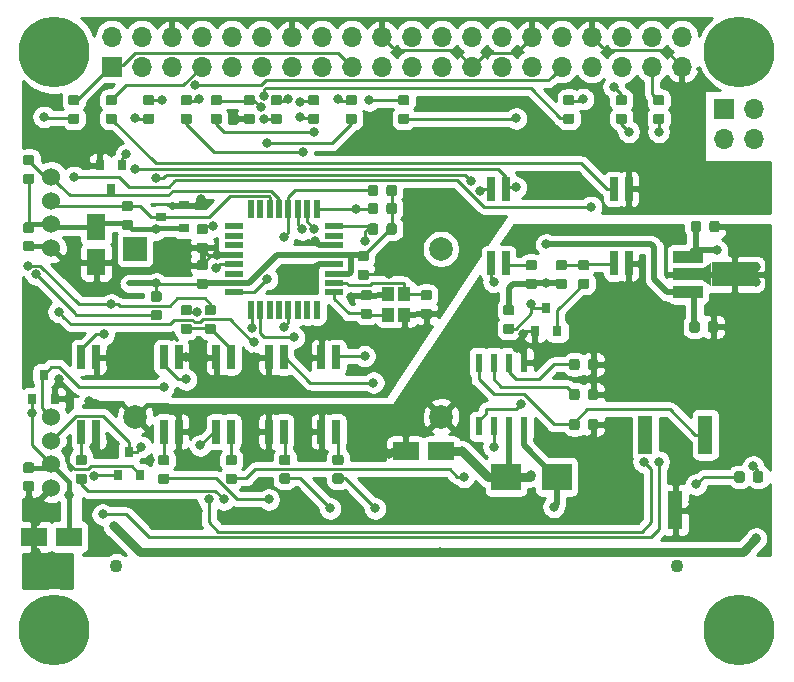
<source format=gbr>
G04 #@! TF.GenerationSoftware,KiCad,Pcbnew,(5.1.0)-1*
G04 #@! TF.CreationDate,2019-03-23T10:05:58-04:00*
G04 #@! TF.ProjectId,doorbot,646f6f72-626f-4742-9e6b-696361645f70,rev?*
G04 #@! TF.SameCoordinates,Original*
G04 #@! TF.FileFunction,Copper,L2,Bot*
G04 #@! TF.FilePolarity,Positive*
%FSLAX46Y46*%
G04 Gerber Fmt 4.6, Leading zero omitted, Abs format (unit mm)*
G04 Created by KiCad (PCBNEW (5.1.0)-1) date 2019-03-23 10:05:58*
%MOMM*%
%LPD*%
G04 APERTURE LIST*
%ADD10C,0.100000*%
%ADD11C,0.875000*%
%ADD12R,2.200000X1.600000*%
%ADD13R,1.600000X2.200000*%
%ADD14R,0.640000X2.000000*%
%ADD15R,1.000000X1.150000*%
%ADD16R,0.900000X0.800000*%
%ADD17R,0.800000X0.900000*%
%ADD18C,1.100000*%
%ADD19R,2.500000X1.000000*%
%ADD20R,4.000000X2.000000*%
%ADD21C,0.750000*%
%ADD22R,1.700000X1.700000*%
%ADD23O,1.700000X1.700000*%
%ADD24R,0.600000X1.550000*%
%ADD25C,6.000000*%
%ADD26C,2.000000*%
%ADD27R,2.000000X2.000000*%
%ADD28C,1.524000*%
%ADD29R,1.190000X3.300000*%
%ADD30R,2.500000X2.300000*%
%ADD31R,1.600000X0.550000*%
%ADD32R,0.550000X1.600000*%
%ADD33C,0.800000*%
%ADD34C,0.250000*%
%ADD35C,0.500000*%
%ADD36C,0.400000*%
%ADD37C,0.750000*%
%ADD38C,0.254000*%
G04 APERTURE END LIST*
D10*
G36*
X122297691Y-82393053D02*
G01*
X122318926Y-82396203D01*
X122339750Y-82401419D01*
X122359962Y-82408651D01*
X122379368Y-82417830D01*
X122397781Y-82428866D01*
X122415024Y-82441654D01*
X122430930Y-82456070D01*
X122445346Y-82471976D01*
X122458134Y-82489219D01*
X122469170Y-82507632D01*
X122478349Y-82527038D01*
X122485581Y-82547250D01*
X122490797Y-82568074D01*
X122493947Y-82589309D01*
X122495000Y-82610750D01*
X122495000Y-83048250D01*
X122493947Y-83069691D01*
X122490797Y-83090926D01*
X122485581Y-83111750D01*
X122478349Y-83131962D01*
X122469170Y-83151368D01*
X122458134Y-83169781D01*
X122445346Y-83187024D01*
X122430930Y-83202930D01*
X122415024Y-83217346D01*
X122397781Y-83230134D01*
X122379368Y-83241170D01*
X122359962Y-83250349D01*
X122339750Y-83257581D01*
X122318926Y-83262797D01*
X122297691Y-83265947D01*
X122276250Y-83267000D01*
X121763750Y-83267000D01*
X121742309Y-83265947D01*
X121721074Y-83262797D01*
X121700250Y-83257581D01*
X121680038Y-83250349D01*
X121660632Y-83241170D01*
X121642219Y-83230134D01*
X121624976Y-83217346D01*
X121609070Y-83202930D01*
X121594654Y-83187024D01*
X121581866Y-83169781D01*
X121570830Y-83151368D01*
X121561651Y-83131962D01*
X121554419Y-83111750D01*
X121549203Y-83090926D01*
X121546053Y-83069691D01*
X121545000Y-83048250D01*
X121545000Y-82610750D01*
X121546053Y-82589309D01*
X121549203Y-82568074D01*
X121554419Y-82547250D01*
X121561651Y-82527038D01*
X121570830Y-82507632D01*
X121581866Y-82489219D01*
X121594654Y-82471976D01*
X121609070Y-82456070D01*
X121624976Y-82441654D01*
X121642219Y-82428866D01*
X121660632Y-82417830D01*
X121680038Y-82408651D01*
X121700250Y-82401419D01*
X121721074Y-82396203D01*
X121742309Y-82393053D01*
X121763750Y-82392000D01*
X122276250Y-82392000D01*
X122297691Y-82393053D01*
X122297691Y-82393053D01*
G37*
D11*
X122020000Y-82829500D03*
D10*
G36*
X122297691Y-80818053D02*
G01*
X122318926Y-80821203D01*
X122339750Y-80826419D01*
X122359962Y-80833651D01*
X122379368Y-80842830D01*
X122397781Y-80853866D01*
X122415024Y-80866654D01*
X122430930Y-80881070D01*
X122445346Y-80896976D01*
X122458134Y-80914219D01*
X122469170Y-80932632D01*
X122478349Y-80952038D01*
X122485581Y-80972250D01*
X122490797Y-80993074D01*
X122493947Y-81014309D01*
X122495000Y-81035750D01*
X122495000Y-81473250D01*
X122493947Y-81494691D01*
X122490797Y-81515926D01*
X122485581Y-81536750D01*
X122478349Y-81556962D01*
X122469170Y-81576368D01*
X122458134Y-81594781D01*
X122445346Y-81612024D01*
X122430930Y-81627930D01*
X122415024Y-81642346D01*
X122397781Y-81655134D01*
X122379368Y-81666170D01*
X122359962Y-81675349D01*
X122339750Y-81682581D01*
X122318926Y-81687797D01*
X122297691Y-81690947D01*
X122276250Y-81692000D01*
X121763750Y-81692000D01*
X121742309Y-81690947D01*
X121721074Y-81687797D01*
X121700250Y-81682581D01*
X121680038Y-81675349D01*
X121660632Y-81666170D01*
X121642219Y-81655134D01*
X121624976Y-81642346D01*
X121609070Y-81627930D01*
X121594654Y-81612024D01*
X121581866Y-81594781D01*
X121570830Y-81576368D01*
X121561651Y-81556962D01*
X121554419Y-81536750D01*
X121549203Y-81515926D01*
X121546053Y-81494691D01*
X121545000Y-81473250D01*
X121545000Y-81035750D01*
X121546053Y-81014309D01*
X121549203Y-80993074D01*
X121554419Y-80972250D01*
X121561651Y-80952038D01*
X121570830Y-80932632D01*
X121581866Y-80914219D01*
X121594654Y-80896976D01*
X121609070Y-80881070D01*
X121624976Y-80866654D01*
X121642219Y-80853866D01*
X121660632Y-80842830D01*
X121680038Y-80833651D01*
X121700250Y-80826419D01*
X121721074Y-80821203D01*
X121742309Y-80818053D01*
X121763750Y-80817000D01*
X122276250Y-80817000D01*
X122297691Y-80818053D01*
X122297691Y-80818053D01*
G37*
D11*
X122020000Y-81254500D03*
D12*
X107720000Y-107315000D03*
X110720000Y-107315000D03*
D13*
X113030000Y-84050000D03*
X113030000Y-81050000D03*
D12*
X139240000Y-100076000D03*
X142240000Y-100076000D03*
D14*
X118745000Y-92100000D03*
X120015000Y-92100000D03*
X120015000Y-98400000D03*
X118745000Y-98400000D03*
X111760000Y-92100000D03*
X113030000Y-92100000D03*
X113030000Y-98400000D03*
X111760000Y-98400000D03*
X133350000Y-98400000D03*
X132080000Y-98400000D03*
X132080000Y-92100000D03*
X133350000Y-92100000D03*
X128905000Y-98400000D03*
X127635000Y-98400000D03*
X127635000Y-92100000D03*
X128905000Y-92100000D03*
X124460000Y-98400000D03*
X123190000Y-98400000D03*
X123190000Y-92100000D03*
X124460000Y-92100000D03*
X147730000Y-84150000D03*
X146460000Y-84150000D03*
X146460000Y-77850000D03*
X147730000Y-77850000D03*
X156845000Y-77850000D03*
X158115000Y-77850000D03*
X158115000Y-84150000D03*
X156845000Y-84150000D03*
D15*
X139130000Y-88505000D03*
X139130000Y-86755000D03*
X137730000Y-86755000D03*
X137730000Y-88505000D03*
D16*
X118494409Y-80202190D03*
X120494409Y-81152190D03*
X120494409Y-79252190D03*
D17*
X115824000Y-100092000D03*
X114874000Y-102092000D03*
X116774000Y-102092000D03*
X108585000Y-93615000D03*
X107635000Y-95615000D03*
X109535000Y-95615000D03*
X114300000Y-77835000D03*
X115250000Y-75835000D03*
X113350000Y-75835000D03*
D10*
G36*
X107592691Y-82266053D02*
G01*
X107613926Y-82269203D01*
X107634750Y-82274419D01*
X107654962Y-82281651D01*
X107674368Y-82290830D01*
X107692781Y-82301866D01*
X107710024Y-82314654D01*
X107725930Y-82329070D01*
X107740346Y-82344976D01*
X107753134Y-82362219D01*
X107764170Y-82380632D01*
X107773349Y-82400038D01*
X107780581Y-82420250D01*
X107785797Y-82441074D01*
X107788947Y-82462309D01*
X107790000Y-82483750D01*
X107790000Y-82921250D01*
X107788947Y-82942691D01*
X107785797Y-82963926D01*
X107780581Y-82984750D01*
X107773349Y-83004962D01*
X107764170Y-83024368D01*
X107753134Y-83042781D01*
X107740346Y-83060024D01*
X107725930Y-83075930D01*
X107710024Y-83090346D01*
X107692781Y-83103134D01*
X107674368Y-83114170D01*
X107654962Y-83123349D01*
X107634750Y-83130581D01*
X107613926Y-83135797D01*
X107592691Y-83138947D01*
X107571250Y-83140000D01*
X107058750Y-83140000D01*
X107037309Y-83138947D01*
X107016074Y-83135797D01*
X106995250Y-83130581D01*
X106975038Y-83123349D01*
X106955632Y-83114170D01*
X106937219Y-83103134D01*
X106919976Y-83090346D01*
X106904070Y-83075930D01*
X106889654Y-83060024D01*
X106876866Y-83042781D01*
X106865830Y-83024368D01*
X106856651Y-83004962D01*
X106849419Y-82984750D01*
X106844203Y-82963926D01*
X106841053Y-82942691D01*
X106840000Y-82921250D01*
X106840000Y-82483750D01*
X106841053Y-82462309D01*
X106844203Y-82441074D01*
X106849419Y-82420250D01*
X106856651Y-82400038D01*
X106865830Y-82380632D01*
X106876866Y-82362219D01*
X106889654Y-82344976D01*
X106904070Y-82329070D01*
X106919976Y-82314654D01*
X106937219Y-82301866D01*
X106955632Y-82290830D01*
X106975038Y-82281651D01*
X106995250Y-82274419D01*
X107016074Y-82269203D01*
X107037309Y-82266053D01*
X107058750Y-82265000D01*
X107571250Y-82265000D01*
X107592691Y-82266053D01*
X107592691Y-82266053D01*
G37*
D11*
X107315000Y-82702500D03*
D10*
G36*
X107592691Y-80691053D02*
G01*
X107613926Y-80694203D01*
X107634750Y-80699419D01*
X107654962Y-80706651D01*
X107674368Y-80715830D01*
X107692781Y-80726866D01*
X107710024Y-80739654D01*
X107725930Y-80754070D01*
X107740346Y-80769976D01*
X107753134Y-80787219D01*
X107764170Y-80805632D01*
X107773349Y-80825038D01*
X107780581Y-80845250D01*
X107785797Y-80866074D01*
X107788947Y-80887309D01*
X107790000Y-80908750D01*
X107790000Y-81346250D01*
X107788947Y-81367691D01*
X107785797Y-81388926D01*
X107780581Y-81409750D01*
X107773349Y-81429962D01*
X107764170Y-81449368D01*
X107753134Y-81467781D01*
X107740346Y-81485024D01*
X107725930Y-81500930D01*
X107710024Y-81515346D01*
X107692781Y-81528134D01*
X107674368Y-81539170D01*
X107654962Y-81548349D01*
X107634750Y-81555581D01*
X107613926Y-81560797D01*
X107592691Y-81563947D01*
X107571250Y-81565000D01*
X107058750Y-81565000D01*
X107037309Y-81563947D01*
X107016074Y-81560797D01*
X106995250Y-81555581D01*
X106975038Y-81548349D01*
X106955632Y-81539170D01*
X106937219Y-81528134D01*
X106919976Y-81515346D01*
X106904070Y-81500930D01*
X106889654Y-81485024D01*
X106876866Y-81467781D01*
X106865830Y-81449368D01*
X106856651Y-81429962D01*
X106849419Y-81409750D01*
X106844203Y-81388926D01*
X106841053Y-81367691D01*
X106840000Y-81346250D01*
X106840000Y-80908750D01*
X106841053Y-80887309D01*
X106844203Y-80866074D01*
X106849419Y-80845250D01*
X106856651Y-80825038D01*
X106865830Y-80805632D01*
X106876866Y-80787219D01*
X106889654Y-80769976D01*
X106904070Y-80754070D01*
X106919976Y-80739654D01*
X106937219Y-80726866D01*
X106955632Y-80715830D01*
X106975038Y-80706651D01*
X106995250Y-80699419D01*
X107016074Y-80694203D01*
X107037309Y-80691053D01*
X107058750Y-80690000D01*
X107571250Y-80690000D01*
X107592691Y-80691053D01*
X107592691Y-80691053D01*
G37*
D11*
X107315000Y-81127500D03*
D10*
G36*
X107592691Y-102586053D02*
G01*
X107613926Y-102589203D01*
X107634750Y-102594419D01*
X107654962Y-102601651D01*
X107674368Y-102610830D01*
X107692781Y-102621866D01*
X107710024Y-102634654D01*
X107725930Y-102649070D01*
X107740346Y-102664976D01*
X107753134Y-102682219D01*
X107764170Y-102700632D01*
X107773349Y-102720038D01*
X107780581Y-102740250D01*
X107785797Y-102761074D01*
X107788947Y-102782309D01*
X107790000Y-102803750D01*
X107790000Y-103241250D01*
X107788947Y-103262691D01*
X107785797Y-103283926D01*
X107780581Y-103304750D01*
X107773349Y-103324962D01*
X107764170Y-103344368D01*
X107753134Y-103362781D01*
X107740346Y-103380024D01*
X107725930Y-103395930D01*
X107710024Y-103410346D01*
X107692781Y-103423134D01*
X107674368Y-103434170D01*
X107654962Y-103443349D01*
X107634750Y-103450581D01*
X107613926Y-103455797D01*
X107592691Y-103458947D01*
X107571250Y-103460000D01*
X107058750Y-103460000D01*
X107037309Y-103458947D01*
X107016074Y-103455797D01*
X106995250Y-103450581D01*
X106975038Y-103443349D01*
X106955632Y-103434170D01*
X106937219Y-103423134D01*
X106919976Y-103410346D01*
X106904070Y-103395930D01*
X106889654Y-103380024D01*
X106876866Y-103362781D01*
X106865830Y-103344368D01*
X106856651Y-103324962D01*
X106849419Y-103304750D01*
X106844203Y-103283926D01*
X106841053Y-103262691D01*
X106840000Y-103241250D01*
X106840000Y-102803750D01*
X106841053Y-102782309D01*
X106844203Y-102761074D01*
X106849419Y-102740250D01*
X106856651Y-102720038D01*
X106865830Y-102700632D01*
X106876866Y-102682219D01*
X106889654Y-102664976D01*
X106904070Y-102649070D01*
X106919976Y-102634654D01*
X106937219Y-102621866D01*
X106955632Y-102610830D01*
X106975038Y-102601651D01*
X106995250Y-102594419D01*
X107016074Y-102589203D01*
X107037309Y-102586053D01*
X107058750Y-102585000D01*
X107571250Y-102585000D01*
X107592691Y-102586053D01*
X107592691Y-102586053D01*
G37*
D11*
X107315000Y-103022500D03*
D10*
G36*
X107592691Y-101011053D02*
G01*
X107613926Y-101014203D01*
X107634750Y-101019419D01*
X107654962Y-101026651D01*
X107674368Y-101035830D01*
X107692781Y-101046866D01*
X107710024Y-101059654D01*
X107725930Y-101074070D01*
X107740346Y-101089976D01*
X107753134Y-101107219D01*
X107764170Y-101125632D01*
X107773349Y-101145038D01*
X107780581Y-101165250D01*
X107785797Y-101186074D01*
X107788947Y-101207309D01*
X107790000Y-101228750D01*
X107790000Y-101666250D01*
X107788947Y-101687691D01*
X107785797Y-101708926D01*
X107780581Y-101729750D01*
X107773349Y-101749962D01*
X107764170Y-101769368D01*
X107753134Y-101787781D01*
X107740346Y-101805024D01*
X107725930Y-101820930D01*
X107710024Y-101835346D01*
X107692781Y-101848134D01*
X107674368Y-101859170D01*
X107654962Y-101868349D01*
X107634750Y-101875581D01*
X107613926Y-101880797D01*
X107592691Y-101883947D01*
X107571250Y-101885000D01*
X107058750Y-101885000D01*
X107037309Y-101883947D01*
X107016074Y-101880797D01*
X106995250Y-101875581D01*
X106975038Y-101868349D01*
X106955632Y-101859170D01*
X106937219Y-101848134D01*
X106919976Y-101835346D01*
X106904070Y-101820930D01*
X106889654Y-101805024D01*
X106876866Y-101787781D01*
X106865830Y-101769368D01*
X106856651Y-101749962D01*
X106849419Y-101729750D01*
X106844203Y-101708926D01*
X106841053Y-101687691D01*
X106840000Y-101666250D01*
X106840000Y-101228750D01*
X106841053Y-101207309D01*
X106844203Y-101186074D01*
X106849419Y-101165250D01*
X106856651Y-101145038D01*
X106865830Y-101125632D01*
X106876866Y-101107219D01*
X106889654Y-101089976D01*
X106904070Y-101074070D01*
X106919976Y-101059654D01*
X106937219Y-101046866D01*
X106955632Y-101035830D01*
X106975038Y-101026651D01*
X106995250Y-101019419D01*
X107016074Y-101014203D01*
X107037309Y-101011053D01*
X107058750Y-101010000D01*
X107571250Y-101010000D01*
X107592691Y-101011053D01*
X107592691Y-101011053D01*
G37*
D11*
X107315000Y-101447500D03*
D10*
G36*
X141247691Y-87981053D02*
G01*
X141268926Y-87984203D01*
X141289750Y-87989419D01*
X141309962Y-87996651D01*
X141329368Y-88005830D01*
X141347781Y-88016866D01*
X141365024Y-88029654D01*
X141380930Y-88044070D01*
X141395346Y-88059976D01*
X141408134Y-88077219D01*
X141419170Y-88095632D01*
X141428349Y-88115038D01*
X141435581Y-88135250D01*
X141440797Y-88156074D01*
X141443947Y-88177309D01*
X141445000Y-88198750D01*
X141445000Y-88636250D01*
X141443947Y-88657691D01*
X141440797Y-88678926D01*
X141435581Y-88699750D01*
X141428349Y-88719962D01*
X141419170Y-88739368D01*
X141408134Y-88757781D01*
X141395346Y-88775024D01*
X141380930Y-88790930D01*
X141365024Y-88805346D01*
X141347781Y-88818134D01*
X141329368Y-88829170D01*
X141309962Y-88838349D01*
X141289750Y-88845581D01*
X141268926Y-88850797D01*
X141247691Y-88853947D01*
X141226250Y-88855000D01*
X140713750Y-88855000D01*
X140692309Y-88853947D01*
X140671074Y-88850797D01*
X140650250Y-88845581D01*
X140630038Y-88838349D01*
X140610632Y-88829170D01*
X140592219Y-88818134D01*
X140574976Y-88805346D01*
X140559070Y-88790930D01*
X140544654Y-88775024D01*
X140531866Y-88757781D01*
X140520830Y-88739368D01*
X140511651Y-88719962D01*
X140504419Y-88699750D01*
X140499203Y-88678926D01*
X140496053Y-88657691D01*
X140495000Y-88636250D01*
X140495000Y-88198750D01*
X140496053Y-88177309D01*
X140499203Y-88156074D01*
X140504419Y-88135250D01*
X140511651Y-88115038D01*
X140520830Y-88095632D01*
X140531866Y-88077219D01*
X140544654Y-88059976D01*
X140559070Y-88044070D01*
X140574976Y-88029654D01*
X140592219Y-88016866D01*
X140610632Y-88005830D01*
X140630038Y-87996651D01*
X140650250Y-87989419D01*
X140671074Y-87984203D01*
X140692309Y-87981053D01*
X140713750Y-87980000D01*
X141226250Y-87980000D01*
X141247691Y-87981053D01*
X141247691Y-87981053D01*
G37*
D11*
X140970000Y-88417500D03*
D10*
G36*
X141247691Y-86406053D02*
G01*
X141268926Y-86409203D01*
X141289750Y-86414419D01*
X141309962Y-86421651D01*
X141329368Y-86430830D01*
X141347781Y-86441866D01*
X141365024Y-86454654D01*
X141380930Y-86469070D01*
X141395346Y-86484976D01*
X141408134Y-86502219D01*
X141419170Y-86520632D01*
X141428349Y-86540038D01*
X141435581Y-86560250D01*
X141440797Y-86581074D01*
X141443947Y-86602309D01*
X141445000Y-86623750D01*
X141445000Y-87061250D01*
X141443947Y-87082691D01*
X141440797Y-87103926D01*
X141435581Y-87124750D01*
X141428349Y-87144962D01*
X141419170Y-87164368D01*
X141408134Y-87182781D01*
X141395346Y-87200024D01*
X141380930Y-87215930D01*
X141365024Y-87230346D01*
X141347781Y-87243134D01*
X141329368Y-87254170D01*
X141309962Y-87263349D01*
X141289750Y-87270581D01*
X141268926Y-87275797D01*
X141247691Y-87278947D01*
X141226250Y-87280000D01*
X140713750Y-87280000D01*
X140692309Y-87278947D01*
X140671074Y-87275797D01*
X140650250Y-87270581D01*
X140630038Y-87263349D01*
X140610632Y-87254170D01*
X140592219Y-87243134D01*
X140574976Y-87230346D01*
X140559070Y-87215930D01*
X140544654Y-87200024D01*
X140531866Y-87182781D01*
X140520830Y-87164368D01*
X140511651Y-87144962D01*
X140504419Y-87124750D01*
X140499203Y-87103926D01*
X140496053Y-87082691D01*
X140495000Y-87061250D01*
X140495000Y-86623750D01*
X140496053Y-86602309D01*
X140499203Y-86581074D01*
X140504419Y-86560250D01*
X140511651Y-86540038D01*
X140520830Y-86520632D01*
X140531866Y-86502219D01*
X140544654Y-86484976D01*
X140559070Y-86469070D01*
X140574976Y-86454654D01*
X140592219Y-86441866D01*
X140610632Y-86430830D01*
X140630038Y-86421651D01*
X140650250Y-86414419D01*
X140671074Y-86409203D01*
X140692309Y-86406053D01*
X140713750Y-86405000D01*
X141226250Y-86405000D01*
X141247691Y-86406053D01*
X141247691Y-86406053D01*
G37*
D11*
X140970000Y-86842500D03*
D10*
G36*
X136167691Y-86406053D02*
G01*
X136188926Y-86409203D01*
X136209750Y-86414419D01*
X136229962Y-86421651D01*
X136249368Y-86430830D01*
X136267781Y-86441866D01*
X136285024Y-86454654D01*
X136300930Y-86469070D01*
X136315346Y-86484976D01*
X136328134Y-86502219D01*
X136339170Y-86520632D01*
X136348349Y-86540038D01*
X136355581Y-86560250D01*
X136360797Y-86581074D01*
X136363947Y-86602309D01*
X136365000Y-86623750D01*
X136365000Y-87061250D01*
X136363947Y-87082691D01*
X136360797Y-87103926D01*
X136355581Y-87124750D01*
X136348349Y-87144962D01*
X136339170Y-87164368D01*
X136328134Y-87182781D01*
X136315346Y-87200024D01*
X136300930Y-87215930D01*
X136285024Y-87230346D01*
X136267781Y-87243134D01*
X136249368Y-87254170D01*
X136229962Y-87263349D01*
X136209750Y-87270581D01*
X136188926Y-87275797D01*
X136167691Y-87278947D01*
X136146250Y-87280000D01*
X135633750Y-87280000D01*
X135612309Y-87278947D01*
X135591074Y-87275797D01*
X135570250Y-87270581D01*
X135550038Y-87263349D01*
X135530632Y-87254170D01*
X135512219Y-87243134D01*
X135494976Y-87230346D01*
X135479070Y-87215930D01*
X135464654Y-87200024D01*
X135451866Y-87182781D01*
X135440830Y-87164368D01*
X135431651Y-87144962D01*
X135424419Y-87124750D01*
X135419203Y-87103926D01*
X135416053Y-87082691D01*
X135415000Y-87061250D01*
X135415000Y-86623750D01*
X135416053Y-86602309D01*
X135419203Y-86581074D01*
X135424419Y-86560250D01*
X135431651Y-86540038D01*
X135440830Y-86520632D01*
X135451866Y-86502219D01*
X135464654Y-86484976D01*
X135479070Y-86469070D01*
X135494976Y-86454654D01*
X135512219Y-86441866D01*
X135530632Y-86430830D01*
X135550038Y-86421651D01*
X135570250Y-86414419D01*
X135591074Y-86409203D01*
X135612309Y-86406053D01*
X135633750Y-86405000D01*
X136146250Y-86405000D01*
X136167691Y-86406053D01*
X136167691Y-86406053D01*
G37*
D11*
X135890000Y-86842500D03*
D10*
G36*
X136167691Y-87981053D02*
G01*
X136188926Y-87984203D01*
X136209750Y-87989419D01*
X136229962Y-87996651D01*
X136249368Y-88005830D01*
X136267781Y-88016866D01*
X136285024Y-88029654D01*
X136300930Y-88044070D01*
X136315346Y-88059976D01*
X136328134Y-88077219D01*
X136339170Y-88095632D01*
X136348349Y-88115038D01*
X136355581Y-88135250D01*
X136360797Y-88156074D01*
X136363947Y-88177309D01*
X136365000Y-88198750D01*
X136365000Y-88636250D01*
X136363947Y-88657691D01*
X136360797Y-88678926D01*
X136355581Y-88699750D01*
X136348349Y-88719962D01*
X136339170Y-88739368D01*
X136328134Y-88757781D01*
X136315346Y-88775024D01*
X136300930Y-88790930D01*
X136285024Y-88805346D01*
X136267781Y-88818134D01*
X136249368Y-88829170D01*
X136229962Y-88838349D01*
X136209750Y-88845581D01*
X136188926Y-88850797D01*
X136167691Y-88853947D01*
X136146250Y-88855000D01*
X135633750Y-88855000D01*
X135612309Y-88853947D01*
X135591074Y-88850797D01*
X135570250Y-88845581D01*
X135550038Y-88838349D01*
X135530632Y-88829170D01*
X135512219Y-88818134D01*
X135494976Y-88805346D01*
X135479070Y-88790930D01*
X135464654Y-88775024D01*
X135451866Y-88757781D01*
X135440830Y-88739368D01*
X135431651Y-88719962D01*
X135424419Y-88699750D01*
X135419203Y-88678926D01*
X135416053Y-88657691D01*
X135415000Y-88636250D01*
X135415000Y-88198750D01*
X135416053Y-88177309D01*
X135419203Y-88156074D01*
X135424419Y-88135250D01*
X135431651Y-88115038D01*
X135440830Y-88095632D01*
X135451866Y-88077219D01*
X135464654Y-88059976D01*
X135479070Y-88044070D01*
X135494976Y-88029654D01*
X135512219Y-88016866D01*
X135530632Y-88005830D01*
X135550038Y-87996651D01*
X135570250Y-87989419D01*
X135591074Y-87984203D01*
X135612309Y-87981053D01*
X135633750Y-87980000D01*
X136146250Y-87980000D01*
X136167691Y-87981053D01*
X136167691Y-87981053D01*
G37*
D11*
X135890000Y-88417500D03*
D10*
G36*
X122297691Y-83866053D02*
G01*
X122318926Y-83869203D01*
X122339750Y-83874419D01*
X122359962Y-83881651D01*
X122379368Y-83890830D01*
X122397781Y-83901866D01*
X122415024Y-83914654D01*
X122430930Y-83929070D01*
X122445346Y-83944976D01*
X122458134Y-83962219D01*
X122469170Y-83980632D01*
X122478349Y-84000038D01*
X122485581Y-84020250D01*
X122490797Y-84041074D01*
X122493947Y-84062309D01*
X122495000Y-84083750D01*
X122495000Y-84521250D01*
X122493947Y-84542691D01*
X122490797Y-84563926D01*
X122485581Y-84584750D01*
X122478349Y-84604962D01*
X122469170Y-84624368D01*
X122458134Y-84642781D01*
X122445346Y-84660024D01*
X122430930Y-84675930D01*
X122415024Y-84690346D01*
X122397781Y-84703134D01*
X122379368Y-84714170D01*
X122359962Y-84723349D01*
X122339750Y-84730581D01*
X122318926Y-84735797D01*
X122297691Y-84738947D01*
X122276250Y-84740000D01*
X121763750Y-84740000D01*
X121742309Y-84738947D01*
X121721074Y-84735797D01*
X121700250Y-84730581D01*
X121680038Y-84723349D01*
X121660632Y-84714170D01*
X121642219Y-84703134D01*
X121624976Y-84690346D01*
X121609070Y-84675930D01*
X121594654Y-84660024D01*
X121581866Y-84642781D01*
X121570830Y-84624368D01*
X121561651Y-84604962D01*
X121554419Y-84584750D01*
X121549203Y-84563926D01*
X121546053Y-84542691D01*
X121545000Y-84521250D01*
X121545000Y-84083750D01*
X121546053Y-84062309D01*
X121549203Y-84041074D01*
X121554419Y-84020250D01*
X121561651Y-84000038D01*
X121570830Y-83980632D01*
X121581866Y-83962219D01*
X121594654Y-83944976D01*
X121609070Y-83929070D01*
X121624976Y-83914654D01*
X121642219Y-83901866D01*
X121660632Y-83890830D01*
X121680038Y-83881651D01*
X121700250Y-83874419D01*
X121721074Y-83869203D01*
X121742309Y-83866053D01*
X121763750Y-83865000D01*
X122276250Y-83865000D01*
X122297691Y-83866053D01*
X122297691Y-83866053D01*
G37*
D11*
X122020000Y-84302500D03*
D10*
G36*
X122297691Y-85441053D02*
G01*
X122318926Y-85444203D01*
X122339750Y-85449419D01*
X122359962Y-85456651D01*
X122379368Y-85465830D01*
X122397781Y-85476866D01*
X122415024Y-85489654D01*
X122430930Y-85504070D01*
X122445346Y-85519976D01*
X122458134Y-85537219D01*
X122469170Y-85555632D01*
X122478349Y-85575038D01*
X122485581Y-85595250D01*
X122490797Y-85616074D01*
X122493947Y-85637309D01*
X122495000Y-85658750D01*
X122495000Y-86096250D01*
X122493947Y-86117691D01*
X122490797Y-86138926D01*
X122485581Y-86159750D01*
X122478349Y-86179962D01*
X122469170Y-86199368D01*
X122458134Y-86217781D01*
X122445346Y-86235024D01*
X122430930Y-86250930D01*
X122415024Y-86265346D01*
X122397781Y-86278134D01*
X122379368Y-86289170D01*
X122359962Y-86298349D01*
X122339750Y-86305581D01*
X122318926Y-86310797D01*
X122297691Y-86313947D01*
X122276250Y-86315000D01*
X121763750Y-86315000D01*
X121742309Y-86313947D01*
X121721074Y-86310797D01*
X121700250Y-86305581D01*
X121680038Y-86298349D01*
X121660632Y-86289170D01*
X121642219Y-86278134D01*
X121624976Y-86265346D01*
X121609070Y-86250930D01*
X121594654Y-86235024D01*
X121581866Y-86217781D01*
X121570830Y-86199368D01*
X121561651Y-86179962D01*
X121554419Y-86159750D01*
X121549203Y-86138926D01*
X121546053Y-86117691D01*
X121545000Y-86096250D01*
X121545000Y-85658750D01*
X121546053Y-85637309D01*
X121549203Y-85616074D01*
X121554419Y-85595250D01*
X121561651Y-85575038D01*
X121570830Y-85555632D01*
X121581866Y-85537219D01*
X121594654Y-85519976D01*
X121609070Y-85504070D01*
X121624976Y-85489654D01*
X121642219Y-85476866D01*
X121660632Y-85465830D01*
X121680038Y-85456651D01*
X121700250Y-85449419D01*
X121721074Y-85444203D01*
X121742309Y-85441053D01*
X121763750Y-85440000D01*
X122276250Y-85440000D01*
X122297691Y-85441053D01*
X122297691Y-85441053D01*
G37*
D11*
X122020000Y-85877500D03*
D10*
G36*
X135913691Y-84679053D02*
G01*
X135934926Y-84682203D01*
X135955750Y-84687419D01*
X135975962Y-84694651D01*
X135995368Y-84703830D01*
X136013781Y-84714866D01*
X136031024Y-84727654D01*
X136046930Y-84742070D01*
X136061346Y-84757976D01*
X136074134Y-84775219D01*
X136085170Y-84793632D01*
X136094349Y-84813038D01*
X136101581Y-84833250D01*
X136106797Y-84854074D01*
X136109947Y-84875309D01*
X136111000Y-84896750D01*
X136111000Y-85334250D01*
X136109947Y-85355691D01*
X136106797Y-85376926D01*
X136101581Y-85397750D01*
X136094349Y-85417962D01*
X136085170Y-85437368D01*
X136074134Y-85455781D01*
X136061346Y-85473024D01*
X136046930Y-85488930D01*
X136031024Y-85503346D01*
X136013781Y-85516134D01*
X135995368Y-85527170D01*
X135975962Y-85536349D01*
X135955750Y-85543581D01*
X135934926Y-85548797D01*
X135913691Y-85551947D01*
X135892250Y-85553000D01*
X135379750Y-85553000D01*
X135358309Y-85551947D01*
X135337074Y-85548797D01*
X135316250Y-85543581D01*
X135296038Y-85536349D01*
X135276632Y-85527170D01*
X135258219Y-85516134D01*
X135240976Y-85503346D01*
X135225070Y-85488930D01*
X135210654Y-85473024D01*
X135197866Y-85455781D01*
X135186830Y-85437368D01*
X135177651Y-85417962D01*
X135170419Y-85397750D01*
X135165203Y-85376926D01*
X135162053Y-85355691D01*
X135161000Y-85334250D01*
X135161000Y-84896750D01*
X135162053Y-84875309D01*
X135165203Y-84854074D01*
X135170419Y-84833250D01*
X135177651Y-84813038D01*
X135186830Y-84793632D01*
X135197866Y-84775219D01*
X135210654Y-84757976D01*
X135225070Y-84742070D01*
X135240976Y-84727654D01*
X135258219Y-84714866D01*
X135276632Y-84703830D01*
X135296038Y-84694651D01*
X135316250Y-84687419D01*
X135337074Y-84682203D01*
X135358309Y-84679053D01*
X135379750Y-84678000D01*
X135892250Y-84678000D01*
X135913691Y-84679053D01*
X135913691Y-84679053D01*
G37*
D11*
X135636000Y-85115500D03*
D10*
G36*
X135913691Y-83104053D02*
G01*
X135934926Y-83107203D01*
X135955750Y-83112419D01*
X135975962Y-83119651D01*
X135995368Y-83128830D01*
X136013781Y-83139866D01*
X136031024Y-83152654D01*
X136046930Y-83167070D01*
X136061346Y-83182976D01*
X136074134Y-83200219D01*
X136085170Y-83218632D01*
X136094349Y-83238038D01*
X136101581Y-83258250D01*
X136106797Y-83279074D01*
X136109947Y-83300309D01*
X136111000Y-83321750D01*
X136111000Y-83759250D01*
X136109947Y-83780691D01*
X136106797Y-83801926D01*
X136101581Y-83822750D01*
X136094349Y-83842962D01*
X136085170Y-83862368D01*
X136074134Y-83880781D01*
X136061346Y-83898024D01*
X136046930Y-83913930D01*
X136031024Y-83928346D01*
X136013781Y-83941134D01*
X135995368Y-83952170D01*
X135975962Y-83961349D01*
X135955750Y-83968581D01*
X135934926Y-83973797D01*
X135913691Y-83976947D01*
X135892250Y-83978000D01*
X135379750Y-83978000D01*
X135358309Y-83976947D01*
X135337074Y-83973797D01*
X135316250Y-83968581D01*
X135296038Y-83961349D01*
X135276632Y-83952170D01*
X135258219Y-83941134D01*
X135240976Y-83928346D01*
X135225070Y-83913930D01*
X135210654Y-83898024D01*
X135197866Y-83880781D01*
X135186830Y-83862368D01*
X135177651Y-83842962D01*
X135170419Y-83822750D01*
X135165203Y-83801926D01*
X135162053Y-83780691D01*
X135161000Y-83759250D01*
X135161000Y-83321750D01*
X135162053Y-83300309D01*
X135165203Y-83279074D01*
X135170419Y-83258250D01*
X135177651Y-83238038D01*
X135186830Y-83218632D01*
X135197866Y-83200219D01*
X135210654Y-83182976D01*
X135225070Y-83167070D01*
X135240976Y-83152654D01*
X135258219Y-83139866D01*
X135276632Y-83128830D01*
X135296038Y-83119651D01*
X135316250Y-83112419D01*
X135337074Y-83107203D01*
X135358309Y-83104053D01*
X135379750Y-83103000D01*
X135892250Y-83103000D01*
X135913691Y-83104053D01*
X135913691Y-83104053D01*
G37*
D11*
X135636000Y-83540500D03*
D10*
G36*
X163917691Y-89061053D02*
G01*
X163938926Y-89064203D01*
X163959750Y-89069419D01*
X163979962Y-89076651D01*
X163999368Y-89085830D01*
X164017781Y-89096866D01*
X164035024Y-89109654D01*
X164050930Y-89124070D01*
X164065346Y-89139976D01*
X164078134Y-89157219D01*
X164089170Y-89175632D01*
X164098349Y-89195038D01*
X164105581Y-89215250D01*
X164110797Y-89236074D01*
X164113947Y-89257309D01*
X164115000Y-89278750D01*
X164115000Y-89791250D01*
X164113947Y-89812691D01*
X164110797Y-89833926D01*
X164105581Y-89854750D01*
X164098349Y-89874962D01*
X164089170Y-89894368D01*
X164078134Y-89912781D01*
X164065346Y-89930024D01*
X164050930Y-89945930D01*
X164035024Y-89960346D01*
X164017781Y-89973134D01*
X163999368Y-89984170D01*
X163979962Y-89993349D01*
X163959750Y-90000581D01*
X163938926Y-90005797D01*
X163917691Y-90008947D01*
X163896250Y-90010000D01*
X163458750Y-90010000D01*
X163437309Y-90008947D01*
X163416074Y-90005797D01*
X163395250Y-90000581D01*
X163375038Y-89993349D01*
X163355632Y-89984170D01*
X163337219Y-89973134D01*
X163319976Y-89960346D01*
X163304070Y-89945930D01*
X163289654Y-89930024D01*
X163276866Y-89912781D01*
X163265830Y-89894368D01*
X163256651Y-89874962D01*
X163249419Y-89854750D01*
X163244203Y-89833926D01*
X163241053Y-89812691D01*
X163240000Y-89791250D01*
X163240000Y-89278750D01*
X163241053Y-89257309D01*
X163244203Y-89236074D01*
X163249419Y-89215250D01*
X163256651Y-89195038D01*
X163265830Y-89175632D01*
X163276866Y-89157219D01*
X163289654Y-89139976D01*
X163304070Y-89124070D01*
X163319976Y-89109654D01*
X163337219Y-89096866D01*
X163355632Y-89085830D01*
X163375038Y-89076651D01*
X163395250Y-89069419D01*
X163416074Y-89064203D01*
X163437309Y-89061053D01*
X163458750Y-89060000D01*
X163896250Y-89060000D01*
X163917691Y-89061053D01*
X163917691Y-89061053D01*
G37*
D11*
X163677500Y-89535000D03*
D10*
G36*
X165492691Y-89061053D02*
G01*
X165513926Y-89064203D01*
X165534750Y-89069419D01*
X165554962Y-89076651D01*
X165574368Y-89085830D01*
X165592781Y-89096866D01*
X165610024Y-89109654D01*
X165625930Y-89124070D01*
X165640346Y-89139976D01*
X165653134Y-89157219D01*
X165664170Y-89175632D01*
X165673349Y-89195038D01*
X165680581Y-89215250D01*
X165685797Y-89236074D01*
X165688947Y-89257309D01*
X165690000Y-89278750D01*
X165690000Y-89791250D01*
X165688947Y-89812691D01*
X165685797Y-89833926D01*
X165680581Y-89854750D01*
X165673349Y-89874962D01*
X165664170Y-89894368D01*
X165653134Y-89912781D01*
X165640346Y-89930024D01*
X165625930Y-89945930D01*
X165610024Y-89960346D01*
X165592781Y-89973134D01*
X165574368Y-89984170D01*
X165554962Y-89993349D01*
X165534750Y-90000581D01*
X165513926Y-90005797D01*
X165492691Y-90008947D01*
X165471250Y-90010000D01*
X165033750Y-90010000D01*
X165012309Y-90008947D01*
X164991074Y-90005797D01*
X164970250Y-90000581D01*
X164950038Y-89993349D01*
X164930632Y-89984170D01*
X164912219Y-89973134D01*
X164894976Y-89960346D01*
X164879070Y-89945930D01*
X164864654Y-89930024D01*
X164851866Y-89912781D01*
X164840830Y-89894368D01*
X164831651Y-89874962D01*
X164824419Y-89854750D01*
X164819203Y-89833926D01*
X164816053Y-89812691D01*
X164815000Y-89791250D01*
X164815000Y-89278750D01*
X164816053Y-89257309D01*
X164819203Y-89236074D01*
X164824419Y-89215250D01*
X164831651Y-89195038D01*
X164840830Y-89175632D01*
X164851866Y-89157219D01*
X164864654Y-89139976D01*
X164879070Y-89124070D01*
X164894976Y-89109654D01*
X164912219Y-89096866D01*
X164930632Y-89085830D01*
X164950038Y-89076651D01*
X164970250Y-89069419D01*
X164991074Y-89064203D01*
X165012309Y-89061053D01*
X165033750Y-89060000D01*
X165471250Y-89060000D01*
X165492691Y-89061053D01*
X165492691Y-89061053D01*
G37*
D11*
X165252500Y-89535000D03*
D10*
G36*
X165619691Y-80552053D02*
G01*
X165640926Y-80555203D01*
X165661750Y-80560419D01*
X165681962Y-80567651D01*
X165701368Y-80576830D01*
X165719781Y-80587866D01*
X165737024Y-80600654D01*
X165752930Y-80615070D01*
X165767346Y-80630976D01*
X165780134Y-80648219D01*
X165791170Y-80666632D01*
X165800349Y-80686038D01*
X165807581Y-80706250D01*
X165812797Y-80727074D01*
X165815947Y-80748309D01*
X165817000Y-80769750D01*
X165817000Y-81282250D01*
X165815947Y-81303691D01*
X165812797Y-81324926D01*
X165807581Y-81345750D01*
X165800349Y-81365962D01*
X165791170Y-81385368D01*
X165780134Y-81403781D01*
X165767346Y-81421024D01*
X165752930Y-81436930D01*
X165737024Y-81451346D01*
X165719781Y-81464134D01*
X165701368Y-81475170D01*
X165681962Y-81484349D01*
X165661750Y-81491581D01*
X165640926Y-81496797D01*
X165619691Y-81499947D01*
X165598250Y-81501000D01*
X165160750Y-81501000D01*
X165139309Y-81499947D01*
X165118074Y-81496797D01*
X165097250Y-81491581D01*
X165077038Y-81484349D01*
X165057632Y-81475170D01*
X165039219Y-81464134D01*
X165021976Y-81451346D01*
X165006070Y-81436930D01*
X164991654Y-81421024D01*
X164978866Y-81403781D01*
X164967830Y-81385368D01*
X164958651Y-81365962D01*
X164951419Y-81345750D01*
X164946203Y-81324926D01*
X164943053Y-81303691D01*
X164942000Y-81282250D01*
X164942000Y-80769750D01*
X164943053Y-80748309D01*
X164946203Y-80727074D01*
X164951419Y-80706250D01*
X164958651Y-80686038D01*
X164967830Y-80666632D01*
X164978866Y-80648219D01*
X164991654Y-80630976D01*
X165006070Y-80615070D01*
X165021976Y-80600654D01*
X165039219Y-80587866D01*
X165057632Y-80576830D01*
X165077038Y-80567651D01*
X165097250Y-80560419D01*
X165118074Y-80555203D01*
X165139309Y-80552053D01*
X165160750Y-80551000D01*
X165598250Y-80551000D01*
X165619691Y-80552053D01*
X165619691Y-80552053D01*
G37*
D11*
X165379500Y-81026000D03*
D10*
G36*
X164044691Y-80552053D02*
G01*
X164065926Y-80555203D01*
X164086750Y-80560419D01*
X164106962Y-80567651D01*
X164126368Y-80576830D01*
X164144781Y-80587866D01*
X164162024Y-80600654D01*
X164177930Y-80615070D01*
X164192346Y-80630976D01*
X164205134Y-80648219D01*
X164216170Y-80666632D01*
X164225349Y-80686038D01*
X164232581Y-80706250D01*
X164237797Y-80727074D01*
X164240947Y-80748309D01*
X164242000Y-80769750D01*
X164242000Y-81282250D01*
X164240947Y-81303691D01*
X164237797Y-81324926D01*
X164232581Y-81345750D01*
X164225349Y-81365962D01*
X164216170Y-81385368D01*
X164205134Y-81403781D01*
X164192346Y-81421024D01*
X164177930Y-81436930D01*
X164162024Y-81451346D01*
X164144781Y-81464134D01*
X164126368Y-81475170D01*
X164106962Y-81484349D01*
X164086750Y-81491581D01*
X164065926Y-81496797D01*
X164044691Y-81499947D01*
X164023250Y-81501000D01*
X163585750Y-81501000D01*
X163564309Y-81499947D01*
X163543074Y-81496797D01*
X163522250Y-81491581D01*
X163502038Y-81484349D01*
X163482632Y-81475170D01*
X163464219Y-81464134D01*
X163446976Y-81451346D01*
X163431070Y-81436930D01*
X163416654Y-81421024D01*
X163403866Y-81403781D01*
X163392830Y-81385368D01*
X163383651Y-81365962D01*
X163376419Y-81345750D01*
X163371203Y-81324926D01*
X163368053Y-81303691D01*
X163367000Y-81282250D01*
X163367000Y-80769750D01*
X163368053Y-80748309D01*
X163371203Y-80727074D01*
X163376419Y-80706250D01*
X163383651Y-80686038D01*
X163392830Y-80666632D01*
X163403866Y-80648219D01*
X163416654Y-80630976D01*
X163431070Y-80615070D01*
X163446976Y-80600654D01*
X163464219Y-80587866D01*
X163482632Y-80576830D01*
X163502038Y-80567651D01*
X163522250Y-80560419D01*
X163543074Y-80555203D01*
X163564309Y-80552053D01*
X163585750Y-80551000D01*
X164023250Y-80551000D01*
X164044691Y-80552053D01*
X164044691Y-80552053D01*
G37*
D11*
X163804500Y-81026000D03*
D10*
G36*
X115947691Y-78876053D02*
G01*
X115968926Y-78879203D01*
X115989750Y-78884419D01*
X116009962Y-78891651D01*
X116029368Y-78900830D01*
X116047781Y-78911866D01*
X116065024Y-78924654D01*
X116080930Y-78939070D01*
X116095346Y-78954976D01*
X116108134Y-78972219D01*
X116119170Y-78990632D01*
X116128349Y-79010038D01*
X116135581Y-79030250D01*
X116140797Y-79051074D01*
X116143947Y-79072309D01*
X116145000Y-79093750D01*
X116145000Y-79531250D01*
X116143947Y-79552691D01*
X116140797Y-79573926D01*
X116135581Y-79594750D01*
X116128349Y-79614962D01*
X116119170Y-79634368D01*
X116108134Y-79652781D01*
X116095346Y-79670024D01*
X116080930Y-79685930D01*
X116065024Y-79700346D01*
X116047781Y-79713134D01*
X116029368Y-79724170D01*
X116009962Y-79733349D01*
X115989750Y-79740581D01*
X115968926Y-79745797D01*
X115947691Y-79748947D01*
X115926250Y-79750000D01*
X115413750Y-79750000D01*
X115392309Y-79748947D01*
X115371074Y-79745797D01*
X115350250Y-79740581D01*
X115330038Y-79733349D01*
X115310632Y-79724170D01*
X115292219Y-79713134D01*
X115274976Y-79700346D01*
X115259070Y-79685930D01*
X115244654Y-79670024D01*
X115231866Y-79652781D01*
X115220830Y-79634368D01*
X115211651Y-79614962D01*
X115204419Y-79594750D01*
X115199203Y-79573926D01*
X115196053Y-79552691D01*
X115195000Y-79531250D01*
X115195000Y-79093750D01*
X115196053Y-79072309D01*
X115199203Y-79051074D01*
X115204419Y-79030250D01*
X115211651Y-79010038D01*
X115220830Y-78990632D01*
X115231866Y-78972219D01*
X115244654Y-78954976D01*
X115259070Y-78939070D01*
X115274976Y-78924654D01*
X115292219Y-78911866D01*
X115310632Y-78900830D01*
X115330038Y-78891651D01*
X115350250Y-78884419D01*
X115371074Y-78879203D01*
X115392309Y-78876053D01*
X115413750Y-78875000D01*
X115926250Y-78875000D01*
X115947691Y-78876053D01*
X115947691Y-78876053D01*
G37*
D11*
X115670000Y-79312500D03*
D10*
G36*
X115947691Y-80451053D02*
G01*
X115968926Y-80454203D01*
X115989750Y-80459419D01*
X116009962Y-80466651D01*
X116029368Y-80475830D01*
X116047781Y-80486866D01*
X116065024Y-80499654D01*
X116080930Y-80514070D01*
X116095346Y-80529976D01*
X116108134Y-80547219D01*
X116119170Y-80565632D01*
X116128349Y-80585038D01*
X116135581Y-80605250D01*
X116140797Y-80626074D01*
X116143947Y-80647309D01*
X116145000Y-80668750D01*
X116145000Y-81106250D01*
X116143947Y-81127691D01*
X116140797Y-81148926D01*
X116135581Y-81169750D01*
X116128349Y-81189962D01*
X116119170Y-81209368D01*
X116108134Y-81227781D01*
X116095346Y-81245024D01*
X116080930Y-81260930D01*
X116065024Y-81275346D01*
X116047781Y-81288134D01*
X116029368Y-81299170D01*
X116009962Y-81308349D01*
X115989750Y-81315581D01*
X115968926Y-81320797D01*
X115947691Y-81323947D01*
X115926250Y-81325000D01*
X115413750Y-81325000D01*
X115392309Y-81323947D01*
X115371074Y-81320797D01*
X115350250Y-81315581D01*
X115330038Y-81308349D01*
X115310632Y-81299170D01*
X115292219Y-81288134D01*
X115274976Y-81275346D01*
X115259070Y-81260930D01*
X115244654Y-81245024D01*
X115231866Y-81227781D01*
X115220830Y-81209368D01*
X115211651Y-81189962D01*
X115204419Y-81169750D01*
X115199203Y-81148926D01*
X115196053Y-81127691D01*
X115195000Y-81106250D01*
X115195000Y-80668750D01*
X115196053Y-80647309D01*
X115199203Y-80626074D01*
X115204419Y-80605250D01*
X115211651Y-80585038D01*
X115220830Y-80565632D01*
X115231866Y-80547219D01*
X115244654Y-80529976D01*
X115259070Y-80514070D01*
X115274976Y-80499654D01*
X115292219Y-80486866D01*
X115310632Y-80475830D01*
X115330038Y-80466651D01*
X115350250Y-80459419D01*
X115371074Y-80454203D01*
X115392309Y-80451053D01*
X115413750Y-80450000D01*
X115926250Y-80450000D01*
X115947691Y-80451053D01*
X115947691Y-80451053D01*
G37*
D11*
X115670000Y-80887500D03*
D10*
G36*
X107592691Y-74976053D02*
G01*
X107613926Y-74979203D01*
X107634750Y-74984419D01*
X107654962Y-74991651D01*
X107674368Y-75000830D01*
X107692781Y-75011866D01*
X107710024Y-75024654D01*
X107725930Y-75039070D01*
X107740346Y-75054976D01*
X107753134Y-75072219D01*
X107764170Y-75090632D01*
X107773349Y-75110038D01*
X107780581Y-75130250D01*
X107785797Y-75151074D01*
X107788947Y-75172309D01*
X107790000Y-75193750D01*
X107790000Y-75631250D01*
X107788947Y-75652691D01*
X107785797Y-75673926D01*
X107780581Y-75694750D01*
X107773349Y-75714962D01*
X107764170Y-75734368D01*
X107753134Y-75752781D01*
X107740346Y-75770024D01*
X107725930Y-75785930D01*
X107710024Y-75800346D01*
X107692781Y-75813134D01*
X107674368Y-75824170D01*
X107654962Y-75833349D01*
X107634750Y-75840581D01*
X107613926Y-75845797D01*
X107592691Y-75848947D01*
X107571250Y-75850000D01*
X107058750Y-75850000D01*
X107037309Y-75848947D01*
X107016074Y-75845797D01*
X106995250Y-75840581D01*
X106975038Y-75833349D01*
X106955632Y-75824170D01*
X106937219Y-75813134D01*
X106919976Y-75800346D01*
X106904070Y-75785930D01*
X106889654Y-75770024D01*
X106876866Y-75752781D01*
X106865830Y-75734368D01*
X106856651Y-75714962D01*
X106849419Y-75694750D01*
X106844203Y-75673926D01*
X106841053Y-75652691D01*
X106840000Y-75631250D01*
X106840000Y-75193750D01*
X106841053Y-75172309D01*
X106844203Y-75151074D01*
X106849419Y-75130250D01*
X106856651Y-75110038D01*
X106865830Y-75090632D01*
X106876866Y-75072219D01*
X106889654Y-75054976D01*
X106904070Y-75039070D01*
X106919976Y-75024654D01*
X106937219Y-75011866D01*
X106955632Y-75000830D01*
X106975038Y-74991651D01*
X106995250Y-74984419D01*
X107016074Y-74979203D01*
X107037309Y-74976053D01*
X107058750Y-74975000D01*
X107571250Y-74975000D01*
X107592691Y-74976053D01*
X107592691Y-74976053D01*
G37*
D11*
X107315000Y-75412500D03*
D10*
G36*
X107592691Y-76551053D02*
G01*
X107613926Y-76554203D01*
X107634750Y-76559419D01*
X107654962Y-76566651D01*
X107674368Y-76575830D01*
X107692781Y-76586866D01*
X107710024Y-76599654D01*
X107725930Y-76614070D01*
X107740346Y-76629976D01*
X107753134Y-76647219D01*
X107764170Y-76665632D01*
X107773349Y-76685038D01*
X107780581Y-76705250D01*
X107785797Y-76726074D01*
X107788947Y-76747309D01*
X107790000Y-76768750D01*
X107790000Y-77206250D01*
X107788947Y-77227691D01*
X107785797Y-77248926D01*
X107780581Y-77269750D01*
X107773349Y-77289962D01*
X107764170Y-77309368D01*
X107753134Y-77327781D01*
X107740346Y-77345024D01*
X107725930Y-77360930D01*
X107710024Y-77375346D01*
X107692781Y-77388134D01*
X107674368Y-77399170D01*
X107654962Y-77408349D01*
X107634750Y-77415581D01*
X107613926Y-77420797D01*
X107592691Y-77423947D01*
X107571250Y-77425000D01*
X107058750Y-77425000D01*
X107037309Y-77423947D01*
X107016074Y-77420797D01*
X106995250Y-77415581D01*
X106975038Y-77408349D01*
X106955632Y-77399170D01*
X106937219Y-77388134D01*
X106919976Y-77375346D01*
X106904070Y-77360930D01*
X106889654Y-77345024D01*
X106876866Y-77327781D01*
X106865830Y-77309368D01*
X106856651Y-77289962D01*
X106849419Y-77269750D01*
X106844203Y-77248926D01*
X106841053Y-77227691D01*
X106840000Y-77206250D01*
X106840000Y-76768750D01*
X106841053Y-76747309D01*
X106844203Y-76726074D01*
X106849419Y-76705250D01*
X106856651Y-76685038D01*
X106865830Y-76665632D01*
X106876866Y-76647219D01*
X106889654Y-76629976D01*
X106904070Y-76614070D01*
X106919976Y-76599654D01*
X106937219Y-76586866D01*
X106955632Y-76575830D01*
X106975038Y-76566651D01*
X106995250Y-76559419D01*
X107016074Y-76554203D01*
X107037309Y-76551053D01*
X107058750Y-76550000D01*
X107571250Y-76550000D01*
X107592691Y-76551053D01*
X107592691Y-76551053D01*
G37*
D11*
X107315000Y-76987500D03*
D10*
G36*
X169302691Y-101761053D02*
G01*
X169323926Y-101764203D01*
X169344750Y-101769419D01*
X169364962Y-101776651D01*
X169384368Y-101785830D01*
X169402781Y-101796866D01*
X169420024Y-101809654D01*
X169435930Y-101824070D01*
X169450346Y-101839976D01*
X169463134Y-101857219D01*
X169474170Y-101875632D01*
X169483349Y-101895038D01*
X169490581Y-101915250D01*
X169495797Y-101936074D01*
X169498947Y-101957309D01*
X169500000Y-101978750D01*
X169500000Y-102491250D01*
X169498947Y-102512691D01*
X169495797Y-102533926D01*
X169490581Y-102554750D01*
X169483349Y-102574962D01*
X169474170Y-102594368D01*
X169463134Y-102612781D01*
X169450346Y-102630024D01*
X169435930Y-102645930D01*
X169420024Y-102660346D01*
X169402781Y-102673134D01*
X169384368Y-102684170D01*
X169364962Y-102693349D01*
X169344750Y-102700581D01*
X169323926Y-102705797D01*
X169302691Y-102708947D01*
X169281250Y-102710000D01*
X168843750Y-102710000D01*
X168822309Y-102708947D01*
X168801074Y-102705797D01*
X168780250Y-102700581D01*
X168760038Y-102693349D01*
X168740632Y-102684170D01*
X168722219Y-102673134D01*
X168704976Y-102660346D01*
X168689070Y-102645930D01*
X168674654Y-102630024D01*
X168661866Y-102612781D01*
X168650830Y-102594368D01*
X168641651Y-102574962D01*
X168634419Y-102554750D01*
X168629203Y-102533926D01*
X168626053Y-102512691D01*
X168625000Y-102491250D01*
X168625000Y-101978750D01*
X168626053Y-101957309D01*
X168629203Y-101936074D01*
X168634419Y-101915250D01*
X168641651Y-101895038D01*
X168650830Y-101875632D01*
X168661866Y-101857219D01*
X168674654Y-101839976D01*
X168689070Y-101824070D01*
X168704976Y-101809654D01*
X168722219Y-101796866D01*
X168740632Y-101785830D01*
X168760038Y-101776651D01*
X168780250Y-101769419D01*
X168801074Y-101764203D01*
X168822309Y-101761053D01*
X168843750Y-101760000D01*
X169281250Y-101760000D01*
X169302691Y-101761053D01*
X169302691Y-101761053D01*
G37*
D11*
X169062500Y-102235000D03*
D10*
G36*
X167727691Y-101761053D02*
G01*
X167748926Y-101764203D01*
X167769750Y-101769419D01*
X167789962Y-101776651D01*
X167809368Y-101785830D01*
X167827781Y-101796866D01*
X167845024Y-101809654D01*
X167860930Y-101824070D01*
X167875346Y-101839976D01*
X167888134Y-101857219D01*
X167899170Y-101875632D01*
X167908349Y-101895038D01*
X167915581Y-101915250D01*
X167920797Y-101936074D01*
X167923947Y-101957309D01*
X167925000Y-101978750D01*
X167925000Y-102491250D01*
X167923947Y-102512691D01*
X167920797Y-102533926D01*
X167915581Y-102554750D01*
X167908349Y-102574962D01*
X167899170Y-102594368D01*
X167888134Y-102612781D01*
X167875346Y-102630024D01*
X167860930Y-102645930D01*
X167845024Y-102660346D01*
X167827781Y-102673134D01*
X167809368Y-102684170D01*
X167789962Y-102693349D01*
X167769750Y-102700581D01*
X167748926Y-102705797D01*
X167727691Y-102708947D01*
X167706250Y-102710000D01*
X167268750Y-102710000D01*
X167247309Y-102708947D01*
X167226074Y-102705797D01*
X167205250Y-102700581D01*
X167185038Y-102693349D01*
X167165632Y-102684170D01*
X167147219Y-102673134D01*
X167129976Y-102660346D01*
X167114070Y-102645930D01*
X167099654Y-102630024D01*
X167086866Y-102612781D01*
X167075830Y-102594368D01*
X167066651Y-102574962D01*
X167059419Y-102554750D01*
X167054203Y-102533926D01*
X167051053Y-102512691D01*
X167050000Y-102491250D01*
X167050000Y-101978750D01*
X167051053Y-101957309D01*
X167054203Y-101936074D01*
X167059419Y-101915250D01*
X167066651Y-101895038D01*
X167075830Y-101875632D01*
X167086866Y-101857219D01*
X167099654Y-101839976D01*
X167114070Y-101824070D01*
X167129976Y-101809654D01*
X167147219Y-101796866D01*
X167165632Y-101785830D01*
X167185038Y-101776651D01*
X167205250Y-101769419D01*
X167226074Y-101764203D01*
X167247309Y-101761053D01*
X167268750Y-101760000D01*
X167706250Y-101760000D01*
X167727691Y-101761053D01*
X167727691Y-101761053D01*
G37*
D11*
X167487500Y-102235000D03*
D10*
G36*
X118387691Y-88096053D02*
G01*
X118408926Y-88099203D01*
X118429750Y-88104419D01*
X118449962Y-88111651D01*
X118469368Y-88120830D01*
X118487781Y-88131866D01*
X118505024Y-88144654D01*
X118520930Y-88159070D01*
X118535346Y-88174976D01*
X118548134Y-88192219D01*
X118559170Y-88210632D01*
X118568349Y-88230038D01*
X118575581Y-88250250D01*
X118580797Y-88271074D01*
X118583947Y-88292309D01*
X118585000Y-88313750D01*
X118585000Y-88751250D01*
X118583947Y-88772691D01*
X118580797Y-88793926D01*
X118575581Y-88814750D01*
X118568349Y-88834962D01*
X118559170Y-88854368D01*
X118548134Y-88872781D01*
X118535346Y-88890024D01*
X118520930Y-88905930D01*
X118505024Y-88920346D01*
X118487781Y-88933134D01*
X118469368Y-88944170D01*
X118449962Y-88953349D01*
X118429750Y-88960581D01*
X118408926Y-88965797D01*
X118387691Y-88968947D01*
X118366250Y-88970000D01*
X117853750Y-88970000D01*
X117832309Y-88968947D01*
X117811074Y-88965797D01*
X117790250Y-88960581D01*
X117770038Y-88953349D01*
X117750632Y-88944170D01*
X117732219Y-88933134D01*
X117714976Y-88920346D01*
X117699070Y-88905930D01*
X117684654Y-88890024D01*
X117671866Y-88872781D01*
X117660830Y-88854368D01*
X117651651Y-88834962D01*
X117644419Y-88814750D01*
X117639203Y-88793926D01*
X117636053Y-88772691D01*
X117635000Y-88751250D01*
X117635000Y-88313750D01*
X117636053Y-88292309D01*
X117639203Y-88271074D01*
X117644419Y-88250250D01*
X117651651Y-88230038D01*
X117660830Y-88210632D01*
X117671866Y-88192219D01*
X117684654Y-88174976D01*
X117699070Y-88159070D01*
X117714976Y-88144654D01*
X117732219Y-88131866D01*
X117750632Y-88120830D01*
X117770038Y-88111651D01*
X117790250Y-88104419D01*
X117811074Y-88099203D01*
X117832309Y-88096053D01*
X117853750Y-88095000D01*
X118366250Y-88095000D01*
X118387691Y-88096053D01*
X118387691Y-88096053D01*
G37*
D11*
X118110000Y-88532500D03*
D10*
G36*
X118387691Y-86521053D02*
G01*
X118408926Y-86524203D01*
X118429750Y-86529419D01*
X118449962Y-86536651D01*
X118469368Y-86545830D01*
X118487781Y-86556866D01*
X118505024Y-86569654D01*
X118520930Y-86584070D01*
X118535346Y-86599976D01*
X118548134Y-86617219D01*
X118559170Y-86635632D01*
X118568349Y-86655038D01*
X118575581Y-86675250D01*
X118580797Y-86696074D01*
X118583947Y-86717309D01*
X118585000Y-86738750D01*
X118585000Y-87176250D01*
X118583947Y-87197691D01*
X118580797Y-87218926D01*
X118575581Y-87239750D01*
X118568349Y-87259962D01*
X118559170Y-87279368D01*
X118548134Y-87297781D01*
X118535346Y-87315024D01*
X118520930Y-87330930D01*
X118505024Y-87345346D01*
X118487781Y-87358134D01*
X118469368Y-87369170D01*
X118449962Y-87378349D01*
X118429750Y-87385581D01*
X118408926Y-87390797D01*
X118387691Y-87393947D01*
X118366250Y-87395000D01*
X117853750Y-87395000D01*
X117832309Y-87393947D01*
X117811074Y-87390797D01*
X117790250Y-87385581D01*
X117770038Y-87378349D01*
X117750632Y-87369170D01*
X117732219Y-87358134D01*
X117714976Y-87345346D01*
X117699070Y-87330930D01*
X117684654Y-87315024D01*
X117671866Y-87297781D01*
X117660830Y-87279368D01*
X117651651Y-87259962D01*
X117644419Y-87239750D01*
X117639203Y-87218926D01*
X117636053Y-87197691D01*
X117635000Y-87176250D01*
X117635000Y-86738750D01*
X117636053Y-86717309D01*
X117639203Y-86696074D01*
X117644419Y-86675250D01*
X117651651Y-86655038D01*
X117660830Y-86635632D01*
X117671866Y-86617219D01*
X117684654Y-86599976D01*
X117699070Y-86584070D01*
X117714976Y-86569654D01*
X117732219Y-86556866D01*
X117750632Y-86545830D01*
X117770038Y-86536651D01*
X117790250Y-86529419D01*
X117811074Y-86524203D01*
X117832309Y-86521053D01*
X117853750Y-86520000D01*
X118366250Y-86520000D01*
X118387691Y-86521053D01*
X118387691Y-86521053D01*
G37*
D11*
X118110000Y-86957500D03*
D10*
G36*
X111402691Y-71471053D02*
G01*
X111423926Y-71474203D01*
X111444750Y-71479419D01*
X111464962Y-71486651D01*
X111484368Y-71495830D01*
X111502781Y-71506866D01*
X111520024Y-71519654D01*
X111535930Y-71534070D01*
X111550346Y-71549976D01*
X111563134Y-71567219D01*
X111574170Y-71585632D01*
X111583349Y-71605038D01*
X111590581Y-71625250D01*
X111595797Y-71646074D01*
X111598947Y-71667309D01*
X111600000Y-71688750D01*
X111600000Y-72126250D01*
X111598947Y-72147691D01*
X111595797Y-72168926D01*
X111590581Y-72189750D01*
X111583349Y-72209962D01*
X111574170Y-72229368D01*
X111563134Y-72247781D01*
X111550346Y-72265024D01*
X111535930Y-72280930D01*
X111520024Y-72295346D01*
X111502781Y-72308134D01*
X111484368Y-72319170D01*
X111464962Y-72328349D01*
X111444750Y-72335581D01*
X111423926Y-72340797D01*
X111402691Y-72343947D01*
X111381250Y-72345000D01*
X110868750Y-72345000D01*
X110847309Y-72343947D01*
X110826074Y-72340797D01*
X110805250Y-72335581D01*
X110785038Y-72328349D01*
X110765632Y-72319170D01*
X110747219Y-72308134D01*
X110729976Y-72295346D01*
X110714070Y-72280930D01*
X110699654Y-72265024D01*
X110686866Y-72247781D01*
X110675830Y-72229368D01*
X110666651Y-72209962D01*
X110659419Y-72189750D01*
X110654203Y-72168926D01*
X110651053Y-72147691D01*
X110650000Y-72126250D01*
X110650000Y-71688750D01*
X110651053Y-71667309D01*
X110654203Y-71646074D01*
X110659419Y-71625250D01*
X110666651Y-71605038D01*
X110675830Y-71585632D01*
X110686866Y-71567219D01*
X110699654Y-71549976D01*
X110714070Y-71534070D01*
X110729976Y-71519654D01*
X110747219Y-71506866D01*
X110765632Y-71495830D01*
X110785038Y-71486651D01*
X110805250Y-71479419D01*
X110826074Y-71474203D01*
X110847309Y-71471053D01*
X110868750Y-71470000D01*
X111381250Y-71470000D01*
X111402691Y-71471053D01*
X111402691Y-71471053D01*
G37*
D11*
X111125000Y-71907500D03*
D10*
G36*
X111402691Y-69896053D02*
G01*
X111423926Y-69899203D01*
X111444750Y-69904419D01*
X111464962Y-69911651D01*
X111484368Y-69920830D01*
X111502781Y-69931866D01*
X111520024Y-69944654D01*
X111535930Y-69959070D01*
X111550346Y-69974976D01*
X111563134Y-69992219D01*
X111574170Y-70010632D01*
X111583349Y-70030038D01*
X111590581Y-70050250D01*
X111595797Y-70071074D01*
X111598947Y-70092309D01*
X111600000Y-70113750D01*
X111600000Y-70551250D01*
X111598947Y-70572691D01*
X111595797Y-70593926D01*
X111590581Y-70614750D01*
X111583349Y-70634962D01*
X111574170Y-70654368D01*
X111563134Y-70672781D01*
X111550346Y-70690024D01*
X111535930Y-70705930D01*
X111520024Y-70720346D01*
X111502781Y-70733134D01*
X111484368Y-70744170D01*
X111464962Y-70753349D01*
X111444750Y-70760581D01*
X111423926Y-70765797D01*
X111402691Y-70768947D01*
X111381250Y-70770000D01*
X110868750Y-70770000D01*
X110847309Y-70768947D01*
X110826074Y-70765797D01*
X110805250Y-70760581D01*
X110785038Y-70753349D01*
X110765632Y-70744170D01*
X110747219Y-70733134D01*
X110729976Y-70720346D01*
X110714070Y-70705930D01*
X110699654Y-70690024D01*
X110686866Y-70672781D01*
X110675830Y-70654368D01*
X110666651Y-70634962D01*
X110659419Y-70614750D01*
X110654203Y-70593926D01*
X110651053Y-70572691D01*
X110650000Y-70551250D01*
X110650000Y-70113750D01*
X110651053Y-70092309D01*
X110654203Y-70071074D01*
X110659419Y-70050250D01*
X110666651Y-70030038D01*
X110675830Y-70010632D01*
X110686866Y-69992219D01*
X110699654Y-69974976D01*
X110714070Y-69959070D01*
X110729976Y-69944654D01*
X110747219Y-69931866D01*
X110765632Y-69920830D01*
X110785038Y-69911651D01*
X110805250Y-69904419D01*
X110826074Y-69899203D01*
X110847309Y-69896053D01*
X110868750Y-69895000D01*
X111381250Y-69895000D01*
X111402691Y-69896053D01*
X111402691Y-69896053D01*
G37*
D11*
X111125000Y-70332500D03*
D10*
G36*
X119022691Y-100376053D02*
G01*
X119043926Y-100379203D01*
X119064750Y-100384419D01*
X119084962Y-100391651D01*
X119104368Y-100400830D01*
X119122781Y-100411866D01*
X119140024Y-100424654D01*
X119155930Y-100439070D01*
X119170346Y-100454976D01*
X119183134Y-100472219D01*
X119194170Y-100490632D01*
X119203349Y-100510038D01*
X119210581Y-100530250D01*
X119215797Y-100551074D01*
X119218947Y-100572309D01*
X119220000Y-100593750D01*
X119220000Y-101031250D01*
X119218947Y-101052691D01*
X119215797Y-101073926D01*
X119210581Y-101094750D01*
X119203349Y-101114962D01*
X119194170Y-101134368D01*
X119183134Y-101152781D01*
X119170346Y-101170024D01*
X119155930Y-101185930D01*
X119140024Y-101200346D01*
X119122781Y-101213134D01*
X119104368Y-101224170D01*
X119084962Y-101233349D01*
X119064750Y-101240581D01*
X119043926Y-101245797D01*
X119022691Y-101248947D01*
X119001250Y-101250000D01*
X118488750Y-101250000D01*
X118467309Y-101248947D01*
X118446074Y-101245797D01*
X118425250Y-101240581D01*
X118405038Y-101233349D01*
X118385632Y-101224170D01*
X118367219Y-101213134D01*
X118349976Y-101200346D01*
X118334070Y-101185930D01*
X118319654Y-101170024D01*
X118306866Y-101152781D01*
X118295830Y-101134368D01*
X118286651Y-101114962D01*
X118279419Y-101094750D01*
X118274203Y-101073926D01*
X118271053Y-101052691D01*
X118270000Y-101031250D01*
X118270000Y-100593750D01*
X118271053Y-100572309D01*
X118274203Y-100551074D01*
X118279419Y-100530250D01*
X118286651Y-100510038D01*
X118295830Y-100490632D01*
X118306866Y-100472219D01*
X118319654Y-100454976D01*
X118334070Y-100439070D01*
X118349976Y-100424654D01*
X118367219Y-100411866D01*
X118385632Y-100400830D01*
X118405038Y-100391651D01*
X118425250Y-100384419D01*
X118446074Y-100379203D01*
X118467309Y-100376053D01*
X118488750Y-100375000D01*
X119001250Y-100375000D01*
X119022691Y-100376053D01*
X119022691Y-100376053D01*
G37*
D11*
X118745000Y-100812500D03*
D10*
G36*
X119022691Y-101951053D02*
G01*
X119043926Y-101954203D01*
X119064750Y-101959419D01*
X119084962Y-101966651D01*
X119104368Y-101975830D01*
X119122781Y-101986866D01*
X119140024Y-101999654D01*
X119155930Y-102014070D01*
X119170346Y-102029976D01*
X119183134Y-102047219D01*
X119194170Y-102065632D01*
X119203349Y-102085038D01*
X119210581Y-102105250D01*
X119215797Y-102126074D01*
X119218947Y-102147309D01*
X119220000Y-102168750D01*
X119220000Y-102606250D01*
X119218947Y-102627691D01*
X119215797Y-102648926D01*
X119210581Y-102669750D01*
X119203349Y-102689962D01*
X119194170Y-102709368D01*
X119183134Y-102727781D01*
X119170346Y-102745024D01*
X119155930Y-102760930D01*
X119140024Y-102775346D01*
X119122781Y-102788134D01*
X119104368Y-102799170D01*
X119084962Y-102808349D01*
X119064750Y-102815581D01*
X119043926Y-102820797D01*
X119022691Y-102823947D01*
X119001250Y-102825000D01*
X118488750Y-102825000D01*
X118467309Y-102823947D01*
X118446074Y-102820797D01*
X118425250Y-102815581D01*
X118405038Y-102808349D01*
X118385632Y-102799170D01*
X118367219Y-102788134D01*
X118349976Y-102775346D01*
X118334070Y-102760930D01*
X118319654Y-102745024D01*
X118306866Y-102727781D01*
X118295830Y-102709368D01*
X118286651Y-102689962D01*
X118279419Y-102669750D01*
X118274203Y-102648926D01*
X118271053Y-102627691D01*
X118270000Y-102606250D01*
X118270000Y-102168750D01*
X118271053Y-102147309D01*
X118274203Y-102126074D01*
X118279419Y-102105250D01*
X118286651Y-102085038D01*
X118295830Y-102065632D01*
X118306866Y-102047219D01*
X118319654Y-102029976D01*
X118334070Y-102014070D01*
X118349976Y-101999654D01*
X118367219Y-101986866D01*
X118385632Y-101975830D01*
X118405038Y-101966651D01*
X118425250Y-101959419D01*
X118446074Y-101954203D01*
X118467309Y-101951053D01*
X118488750Y-101950000D01*
X119001250Y-101950000D01*
X119022691Y-101951053D01*
X119022691Y-101951053D01*
G37*
D11*
X118745000Y-102387500D03*
D10*
G36*
X112037691Y-100376053D02*
G01*
X112058926Y-100379203D01*
X112079750Y-100384419D01*
X112099962Y-100391651D01*
X112119368Y-100400830D01*
X112137781Y-100411866D01*
X112155024Y-100424654D01*
X112170930Y-100439070D01*
X112185346Y-100454976D01*
X112198134Y-100472219D01*
X112209170Y-100490632D01*
X112218349Y-100510038D01*
X112225581Y-100530250D01*
X112230797Y-100551074D01*
X112233947Y-100572309D01*
X112235000Y-100593750D01*
X112235000Y-101031250D01*
X112233947Y-101052691D01*
X112230797Y-101073926D01*
X112225581Y-101094750D01*
X112218349Y-101114962D01*
X112209170Y-101134368D01*
X112198134Y-101152781D01*
X112185346Y-101170024D01*
X112170930Y-101185930D01*
X112155024Y-101200346D01*
X112137781Y-101213134D01*
X112119368Y-101224170D01*
X112099962Y-101233349D01*
X112079750Y-101240581D01*
X112058926Y-101245797D01*
X112037691Y-101248947D01*
X112016250Y-101250000D01*
X111503750Y-101250000D01*
X111482309Y-101248947D01*
X111461074Y-101245797D01*
X111440250Y-101240581D01*
X111420038Y-101233349D01*
X111400632Y-101224170D01*
X111382219Y-101213134D01*
X111364976Y-101200346D01*
X111349070Y-101185930D01*
X111334654Y-101170024D01*
X111321866Y-101152781D01*
X111310830Y-101134368D01*
X111301651Y-101114962D01*
X111294419Y-101094750D01*
X111289203Y-101073926D01*
X111286053Y-101052691D01*
X111285000Y-101031250D01*
X111285000Y-100593750D01*
X111286053Y-100572309D01*
X111289203Y-100551074D01*
X111294419Y-100530250D01*
X111301651Y-100510038D01*
X111310830Y-100490632D01*
X111321866Y-100472219D01*
X111334654Y-100454976D01*
X111349070Y-100439070D01*
X111364976Y-100424654D01*
X111382219Y-100411866D01*
X111400632Y-100400830D01*
X111420038Y-100391651D01*
X111440250Y-100384419D01*
X111461074Y-100379203D01*
X111482309Y-100376053D01*
X111503750Y-100375000D01*
X112016250Y-100375000D01*
X112037691Y-100376053D01*
X112037691Y-100376053D01*
G37*
D11*
X111760000Y-100812500D03*
D10*
G36*
X112037691Y-101951053D02*
G01*
X112058926Y-101954203D01*
X112079750Y-101959419D01*
X112099962Y-101966651D01*
X112119368Y-101975830D01*
X112137781Y-101986866D01*
X112155024Y-101999654D01*
X112170930Y-102014070D01*
X112185346Y-102029976D01*
X112198134Y-102047219D01*
X112209170Y-102065632D01*
X112218349Y-102085038D01*
X112225581Y-102105250D01*
X112230797Y-102126074D01*
X112233947Y-102147309D01*
X112235000Y-102168750D01*
X112235000Y-102606250D01*
X112233947Y-102627691D01*
X112230797Y-102648926D01*
X112225581Y-102669750D01*
X112218349Y-102689962D01*
X112209170Y-102709368D01*
X112198134Y-102727781D01*
X112185346Y-102745024D01*
X112170930Y-102760930D01*
X112155024Y-102775346D01*
X112137781Y-102788134D01*
X112119368Y-102799170D01*
X112099962Y-102808349D01*
X112079750Y-102815581D01*
X112058926Y-102820797D01*
X112037691Y-102823947D01*
X112016250Y-102825000D01*
X111503750Y-102825000D01*
X111482309Y-102823947D01*
X111461074Y-102820797D01*
X111440250Y-102815581D01*
X111420038Y-102808349D01*
X111400632Y-102799170D01*
X111382219Y-102788134D01*
X111364976Y-102775346D01*
X111349070Y-102760930D01*
X111334654Y-102745024D01*
X111321866Y-102727781D01*
X111310830Y-102709368D01*
X111301651Y-102689962D01*
X111294419Y-102669750D01*
X111289203Y-102648926D01*
X111286053Y-102627691D01*
X111285000Y-102606250D01*
X111285000Y-102168750D01*
X111286053Y-102147309D01*
X111289203Y-102126074D01*
X111294419Y-102105250D01*
X111301651Y-102085038D01*
X111310830Y-102065632D01*
X111321866Y-102047219D01*
X111334654Y-102029976D01*
X111349070Y-102014070D01*
X111364976Y-101999654D01*
X111382219Y-101986866D01*
X111400632Y-101975830D01*
X111420038Y-101966651D01*
X111440250Y-101959419D01*
X111461074Y-101954203D01*
X111482309Y-101951053D01*
X111503750Y-101950000D01*
X112016250Y-101950000D01*
X112037691Y-101951053D01*
X112037691Y-101951053D01*
G37*
D11*
X111760000Y-102387500D03*
D10*
G36*
X157757691Y-69896053D02*
G01*
X157778926Y-69899203D01*
X157799750Y-69904419D01*
X157819962Y-69911651D01*
X157839368Y-69920830D01*
X157857781Y-69931866D01*
X157875024Y-69944654D01*
X157890930Y-69959070D01*
X157905346Y-69974976D01*
X157918134Y-69992219D01*
X157929170Y-70010632D01*
X157938349Y-70030038D01*
X157945581Y-70050250D01*
X157950797Y-70071074D01*
X157953947Y-70092309D01*
X157955000Y-70113750D01*
X157955000Y-70551250D01*
X157953947Y-70572691D01*
X157950797Y-70593926D01*
X157945581Y-70614750D01*
X157938349Y-70634962D01*
X157929170Y-70654368D01*
X157918134Y-70672781D01*
X157905346Y-70690024D01*
X157890930Y-70705930D01*
X157875024Y-70720346D01*
X157857781Y-70733134D01*
X157839368Y-70744170D01*
X157819962Y-70753349D01*
X157799750Y-70760581D01*
X157778926Y-70765797D01*
X157757691Y-70768947D01*
X157736250Y-70770000D01*
X157223750Y-70770000D01*
X157202309Y-70768947D01*
X157181074Y-70765797D01*
X157160250Y-70760581D01*
X157140038Y-70753349D01*
X157120632Y-70744170D01*
X157102219Y-70733134D01*
X157084976Y-70720346D01*
X157069070Y-70705930D01*
X157054654Y-70690024D01*
X157041866Y-70672781D01*
X157030830Y-70654368D01*
X157021651Y-70634962D01*
X157014419Y-70614750D01*
X157009203Y-70593926D01*
X157006053Y-70572691D01*
X157005000Y-70551250D01*
X157005000Y-70113750D01*
X157006053Y-70092309D01*
X157009203Y-70071074D01*
X157014419Y-70050250D01*
X157021651Y-70030038D01*
X157030830Y-70010632D01*
X157041866Y-69992219D01*
X157054654Y-69974976D01*
X157069070Y-69959070D01*
X157084976Y-69944654D01*
X157102219Y-69931866D01*
X157120632Y-69920830D01*
X157140038Y-69911651D01*
X157160250Y-69904419D01*
X157181074Y-69899203D01*
X157202309Y-69896053D01*
X157223750Y-69895000D01*
X157736250Y-69895000D01*
X157757691Y-69896053D01*
X157757691Y-69896053D01*
G37*
D11*
X157480000Y-70332500D03*
D10*
G36*
X157757691Y-71471053D02*
G01*
X157778926Y-71474203D01*
X157799750Y-71479419D01*
X157819962Y-71486651D01*
X157839368Y-71495830D01*
X157857781Y-71506866D01*
X157875024Y-71519654D01*
X157890930Y-71534070D01*
X157905346Y-71549976D01*
X157918134Y-71567219D01*
X157929170Y-71585632D01*
X157938349Y-71605038D01*
X157945581Y-71625250D01*
X157950797Y-71646074D01*
X157953947Y-71667309D01*
X157955000Y-71688750D01*
X157955000Y-72126250D01*
X157953947Y-72147691D01*
X157950797Y-72168926D01*
X157945581Y-72189750D01*
X157938349Y-72209962D01*
X157929170Y-72229368D01*
X157918134Y-72247781D01*
X157905346Y-72265024D01*
X157890930Y-72280930D01*
X157875024Y-72295346D01*
X157857781Y-72308134D01*
X157839368Y-72319170D01*
X157819962Y-72328349D01*
X157799750Y-72335581D01*
X157778926Y-72340797D01*
X157757691Y-72343947D01*
X157736250Y-72345000D01*
X157223750Y-72345000D01*
X157202309Y-72343947D01*
X157181074Y-72340797D01*
X157160250Y-72335581D01*
X157140038Y-72328349D01*
X157120632Y-72319170D01*
X157102219Y-72308134D01*
X157084976Y-72295346D01*
X157069070Y-72280930D01*
X157054654Y-72265024D01*
X157041866Y-72247781D01*
X157030830Y-72229368D01*
X157021651Y-72209962D01*
X157014419Y-72189750D01*
X157009203Y-72168926D01*
X157006053Y-72147691D01*
X157005000Y-72126250D01*
X157005000Y-71688750D01*
X157006053Y-71667309D01*
X157009203Y-71646074D01*
X157014419Y-71625250D01*
X157021651Y-71605038D01*
X157030830Y-71585632D01*
X157041866Y-71567219D01*
X157054654Y-71549976D01*
X157069070Y-71534070D01*
X157084976Y-71519654D01*
X157102219Y-71506866D01*
X157120632Y-71495830D01*
X157140038Y-71486651D01*
X157160250Y-71479419D01*
X157181074Y-71474203D01*
X157202309Y-71471053D01*
X157223750Y-71470000D01*
X157736250Y-71470000D01*
X157757691Y-71471053D01*
X157757691Y-71471053D01*
G37*
D11*
X157480000Y-71907500D03*
D10*
G36*
X160932691Y-69896053D02*
G01*
X160953926Y-69899203D01*
X160974750Y-69904419D01*
X160994962Y-69911651D01*
X161014368Y-69920830D01*
X161032781Y-69931866D01*
X161050024Y-69944654D01*
X161065930Y-69959070D01*
X161080346Y-69974976D01*
X161093134Y-69992219D01*
X161104170Y-70010632D01*
X161113349Y-70030038D01*
X161120581Y-70050250D01*
X161125797Y-70071074D01*
X161128947Y-70092309D01*
X161130000Y-70113750D01*
X161130000Y-70551250D01*
X161128947Y-70572691D01*
X161125797Y-70593926D01*
X161120581Y-70614750D01*
X161113349Y-70634962D01*
X161104170Y-70654368D01*
X161093134Y-70672781D01*
X161080346Y-70690024D01*
X161065930Y-70705930D01*
X161050024Y-70720346D01*
X161032781Y-70733134D01*
X161014368Y-70744170D01*
X160994962Y-70753349D01*
X160974750Y-70760581D01*
X160953926Y-70765797D01*
X160932691Y-70768947D01*
X160911250Y-70770000D01*
X160398750Y-70770000D01*
X160377309Y-70768947D01*
X160356074Y-70765797D01*
X160335250Y-70760581D01*
X160315038Y-70753349D01*
X160295632Y-70744170D01*
X160277219Y-70733134D01*
X160259976Y-70720346D01*
X160244070Y-70705930D01*
X160229654Y-70690024D01*
X160216866Y-70672781D01*
X160205830Y-70654368D01*
X160196651Y-70634962D01*
X160189419Y-70614750D01*
X160184203Y-70593926D01*
X160181053Y-70572691D01*
X160180000Y-70551250D01*
X160180000Y-70113750D01*
X160181053Y-70092309D01*
X160184203Y-70071074D01*
X160189419Y-70050250D01*
X160196651Y-70030038D01*
X160205830Y-70010632D01*
X160216866Y-69992219D01*
X160229654Y-69974976D01*
X160244070Y-69959070D01*
X160259976Y-69944654D01*
X160277219Y-69931866D01*
X160295632Y-69920830D01*
X160315038Y-69911651D01*
X160335250Y-69904419D01*
X160356074Y-69899203D01*
X160377309Y-69896053D01*
X160398750Y-69895000D01*
X160911250Y-69895000D01*
X160932691Y-69896053D01*
X160932691Y-69896053D01*
G37*
D11*
X160655000Y-70332500D03*
D10*
G36*
X160932691Y-71471053D02*
G01*
X160953926Y-71474203D01*
X160974750Y-71479419D01*
X160994962Y-71486651D01*
X161014368Y-71495830D01*
X161032781Y-71506866D01*
X161050024Y-71519654D01*
X161065930Y-71534070D01*
X161080346Y-71549976D01*
X161093134Y-71567219D01*
X161104170Y-71585632D01*
X161113349Y-71605038D01*
X161120581Y-71625250D01*
X161125797Y-71646074D01*
X161128947Y-71667309D01*
X161130000Y-71688750D01*
X161130000Y-72126250D01*
X161128947Y-72147691D01*
X161125797Y-72168926D01*
X161120581Y-72189750D01*
X161113349Y-72209962D01*
X161104170Y-72229368D01*
X161093134Y-72247781D01*
X161080346Y-72265024D01*
X161065930Y-72280930D01*
X161050024Y-72295346D01*
X161032781Y-72308134D01*
X161014368Y-72319170D01*
X160994962Y-72328349D01*
X160974750Y-72335581D01*
X160953926Y-72340797D01*
X160932691Y-72343947D01*
X160911250Y-72345000D01*
X160398750Y-72345000D01*
X160377309Y-72343947D01*
X160356074Y-72340797D01*
X160335250Y-72335581D01*
X160315038Y-72328349D01*
X160295632Y-72319170D01*
X160277219Y-72308134D01*
X160259976Y-72295346D01*
X160244070Y-72280930D01*
X160229654Y-72265024D01*
X160216866Y-72247781D01*
X160205830Y-72229368D01*
X160196651Y-72209962D01*
X160189419Y-72189750D01*
X160184203Y-72168926D01*
X160181053Y-72147691D01*
X160180000Y-72126250D01*
X160180000Y-71688750D01*
X160181053Y-71667309D01*
X160184203Y-71646074D01*
X160189419Y-71625250D01*
X160196651Y-71605038D01*
X160205830Y-71585632D01*
X160216866Y-71567219D01*
X160229654Y-71549976D01*
X160244070Y-71534070D01*
X160259976Y-71519654D01*
X160277219Y-71506866D01*
X160295632Y-71495830D01*
X160315038Y-71486651D01*
X160335250Y-71479419D01*
X160356074Y-71474203D01*
X160377309Y-71471053D01*
X160398750Y-71470000D01*
X160911250Y-71470000D01*
X160932691Y-71471053D01*
X160932691Y-71471053D01*
G37*
D11*
X160655000Y-71907500D03*
D10*
G36*
X120927691Y-87676053D02*
G01*
X120948926Y-87679203D01*
X120969750Y-87684419D01*
X120989962Y-87691651D01*
X121009368Y-87700830D01*
X121027781Y-87711866D01*
X121045024Y-87724654D01*
X121060930Y-87739070D01*
X121075346Y-87754976D01*
X121088134Y-87772219D01*
X121099170Y-87790632D01*
X121108349Y-87810038D01*
X121115581Y-87830250D01*
X121120797Y-87851074D01*
X121123947Y-87872309D01*
X121125000Y-87893750D01*
X121125000Y-88331250D01*
X121123947Y-88352691D01*
X121120797Y-88373926D01*
X121115581Y-88394750D01*
X121108349Y-88414962D01*
X121099170Y-88434368D01*
X121088134Y-88452781D01*
X121075346Y-88470024D01*
X121060930Y-88485930D01*
X121045024Y-88500346D01*
X121027781Y-88513134D01*
X121009368Y-88524170D01*
X120989962Y-88533349D01*
X120969750Y-88540581D01*
X120948926Y-88545797D01*
X120927691Y-88548947D01*
X120906250Y-88550000D01*
X120393750Y-88550000D01*
X120372309Y-88548947D01*
X120351074Y-88545797D01*
X120330250Y-88540581D01*
X120310038Y-88533349D01*
X120290632Y-88524170D01*
X120272219Y-88513134D01*
X120254976Y-88500346D01*
X120239070Y-88485930D01*
X120224654Y-88470024D01*
X120211866Y-88452781D01*
X120200830Y-88434368D01*
X120191651Y-88414962D01*
X120184419Y-88394750D01*
X120179203Y-88373926D01*
X120176053Y-88352691D01*
X120175000Y-88331250D01*
X120175000Y-87893750D01*
X120176053Y-87872309D01*
X120179203Y-87851074D01*
X120184419Y-87830250D01*
X120191651Y-87810038D01*
X120200830Y-87790632D01*
X120211866Y-87772219D01*
X120224654Y-87754976D01*
X120239070Y-87739070D01*
X120254976Y-87724654D01*
X120272219Y-87711866D01*
X120290632Y-87700830D01*
X120310038Y-87691651D01*
X120330250Y-87684419D01*
X120351074Y-87679203D01*
X120372309Y-87676053D01*
X120393750Y-87675000D01*
X120906250Y-87675000D01*
X120927691Y-87676053D01*
X120927691Y-87676053D01*
G37*
D11*
X120650000Y-88112500D03*
D10*
G36*
X120927691Y-89251053D02*
G01*
X120948926Y-89254203D01*
X120969750Y-89259419D01*
X120989962Y-89266651D01*
X121009368Y-89275830D01*
X121027781Y-89286866D01*
X121045024Y-89299654D01*
X121060930Y-89314070D01*
X121075346Y-89329976D01*
X121088134Y-89347219D01*
X121099170Y-89365632D01*
X121108349Y-89385038D01*
X121115581Y-89405250D01*
X121120797Y-89426074D01*
X121123947Y-89447309D01*
X121125000Y-89468750D01*
X121125000Y-89906250D01*
X121123947Y-89927691D01*
X121120797Y-89948926D01*
X121115581Y-89969750D01*
X121108349Y-89989962D01*
X121099170Y-90009368D01*
X121088134Y-90027781D01*
X121075346Y-90045024D01*
X121060930Y-90060930D01*
X121045024Y-90075346D01*
X121027781Y-90088134D01*
X121009368Y-90099170D01*
X120989962Y-90108349D01*
X120969750Y-90115581D01*
X120948926Y-90120797D01*
X120927691Y-90123947D01*
X120906250Y-90125000D01*
X120393750Y-90125000D01*
X120372309Y-90123947D01*
X120351074Y-90120797D01*
X120330250Y-90115581D01*
X120310038Y-90108349D01*
X120290632Y-90099170D01*
X120272219Y-90088134D01*
X120254976Y-90075346D01*
X120239070Y-90060930D01*
X120224654Y-90045024D01*
X120211866Y-90027781D01*
X120200830Y-90009368D01*
X120191651Y-89989962D01*
X120184419Y-89969750D01*
X120179203Y-89948926D01*
X120176053Y-89927691D01*
X120175000Y-89906250D01*
X120175000Y-89468750D01*
X120176053Y-89447309D01*
X120179203Y-89426074D01*
X120184419Y-89405250D01*
X120191651Y-89385038D01*
X120200830Y-89365632D01*
X120211866Y-89347219D01*
X120224654Y-89329976D01*
X120239070Y-89314070D01*
X120254976Y-89299654D01*
X120272219Y-89286866D01*
X120290632Y-89275830D01*
X120310038Y-89266651D01*
X120330250Y-89259419D01*
X120351074Y-89254203D01*
X120372309Y-89251053D01*
X120393750Y-89250000D01*
X120906250Y-89250000D01*
X120927691Y-89251053D01*
X120927691Y-89251053D01*
G37*
D11*
X120650000Y-89687500D03*
D10*
G36*
X153312691Y-71471053D02*
G01*
X153333926Y-71474203D01*
X153354750Y-71479419D01*
X153374962Y-71486651D01*
X153394368Y-71495830D01*
X153412781Y-71506866D01*
X153430024Y-71519654D01*
X153445930Y-71534070D01*
X153460346Y-71549976D01*
X153473134Y-71567219D01*
X153484170Y-71585632D01*
X153493349Y-71605038D01*
X153500581Y-71625250D01*
X153505797Y-71646074D01*
X153508947Y-71667309D01*
X153510000Y-71688750D01*
X153510000Y-72126250D01*
X153508947Y-72147691D01*
X153505797Y-72168926D01*
X153500581Y-72189750D01*
X153493349Y-72209962D01*
X153484170Y-72229368D01*
X153473134Y-72247781D01*
X153460346Y-72265024D01*
X153445930Y-72280930D01*
X153430024Y-72295346D01*
X153412781Y-72308134D01*
X153394368Y-72319170D01*
X153374962Y-72328349D01*
X153354750Y-72335581D01*
X153333926Y-72340797D01*
X153312691Y-72343947D01*
X153291250Y-72345000D01*
X152778750Y-72345000D01*
X152757309Y-72343947D01*
X152736074Y-72340797D01*
X152715250Y-72335581D01*
X152695038Y-72328349D01*
X152675632Y-72319170D01*
X152657219Y-72308134D01*
X152639976Y-72295346D01*
X152624070Y-72280930D01*
X152609654Y-72265024D01*
X152596866Y-72247781D01*
X152585830Y-72229368D01*
X152576651Y-72209962D01*
X152569419Y-72189750D01*
X152564203Y-72168926D01*
X152561053Y-72147691D01*
X152560000Y-72126250D01*
X152560000Y-71688750D01*
X152561053Y-71667309D01*
X152564203Y-71646074D01*
X152569419Y-71625250D01*
X152576651Y-71605038D01*
X152585830Y-71585632D01*
X152596866Y-71567219D01*
X152609654Y-71549976D01*
X152624070Y-71534070D01*
X152639976Y-71519654D01*
X152657219Y-71506866D01*
X152675632Y-71495830D01*
X152695038Y-71486651D01*
X152715250Y-71479419D01*
X152736074Y-71474203D01*
X152757309Y-71471053D01*
X152778750Y-71470000D01*
X153291250Y-71470000D01*
X153312691Y-71471053D01*
X153312691Y-71471053D01*
G37*
D11*
X153035000Y-71907500D03*
D10*
G36*
X153312691Y-69896053D02*
G01*
X153333926Y-69899203D01*
X153354750Y-69904419D01*
X153374962Y-69911651D01*
X153394368Y-69920830D01*
X153412781Y-69931866D01*
X153430024Y-69944654D01*
X153445930Y-69959070D01*
X153460346Y-69974976D01*
X153473134Y-69992219D01*
X153484170Y-70010632D01*
X153493349Y-70030038D01*
X153500581Y-70050250D01*
X153505797Y-70071074D01*
X153508947Y-70092309D01*
X153510000Y-70113750D01*
X153510000Y-70551250D01*
X153508947Y-70572691D01*
X153505797Y-70593926D01*
X153500581Y-70614750D01*
X153493349Y-70634962D01*
X153484170Y-70654368D01*
X153473134Y-70672781D01*
X153460346Y-70690024D01*
X153445930Y-70705930D01*
X153430024Y-70720346D01*
X153412781Y-70733134D01*
X153394368Y-70744170D01*
X153374962Y-70753349D01*
X153354750Y-70760581D01*
X153333926Y-70765797D01*
X153312691Y-70768947D01*
X153291250Y-70770000D01*
X152778750Y-70770000D01*
X152757309Y-70768947D01*
X152736074Y-70765797D01*
X152715250Y-70760581D01*
X152695038Y-70753349D01*
X152675632Y-70744170D01*
X152657219Y-70733134D01*
X152639976Y-70720346D01*
X152624070Y-70705930D01*
X152609654Y-70690024D01*
X152596866Y-70672781D01*
X152585830Y-70654368D01*
X152576651Y-70634962D01*
X152569419Y-70614750D01*
X152564203Y-70593926D01*
X152561053Y-70572691D01*
X152560000Y-70551250D01*
X152560000Y-70113750D01*
X152561053Y-70092309D01*
X152564203Y-70071074D01*
X152569419Y-70050250D01*
X152576651Y-70030038D01*
X152585830Y-70010632D01*
X152596866Y-69992219D01*
X152609654Y-69974976D01*
X152624070Y-69959070D01*
X152639976Y-69944654D01*
X152657219Y-69931866D01*
X152675632Y-69920830D01*
X152695038Y-69911651D01*
X152715250Y-69904419D01*
X152736074Y-69899203D01*
X152757309Y-69896053D01*
X152778750Y-69895000D01*
X153291250Y-69895000D01*
X153312691Y-69896053D01*
X153312691Y-69896053D01*
G37*
D11*
X153035000Y-70332500D03*
D10*
G36*
X134897691Y-71471053D02*
G01*
X134918926Y-71474203D01*
X134939750Y-71479419D01*
X134959962Y-71486651D01*
X134979368Y-71495830D01*
X134997781Y-71506866D01*
X135015024Y-71519654D01*
X135030930Y-71534070D01*
X135045346Y-71549976D01*
X135058134Y-71567219D01*
X135069170Y-71585632D01*
X135078349Y-71605038D01*
X135085581Y-71625250D01*
X135090797Y-71646074D01*
X135093947Y-71667309D01*
X135095000Y-71688750D01*
X135095000Y-72126250D01*
X135093947Y-72147691D01*
X135090797Y-72168926D01*
X135085581Y-72189750D01*
X135078349Y-72209962D01*
X135069170Y-72229368D01*
X135058134Y-72247781D01*
X135045346Y-72265024D01*
X135030930Y-72280930D01*
X135015024Y-72295346D01*
X134997781Y-72308134D01*
X134979368Y-72319170D01*
X134959962Y-72328349D01*
X134939750Y-72335581D01*
X134918926Y-72340797D01*
X134897691Y-72343947D01*
X134876250Y-72345000D01*
X134363750Y-72345000D01*
X134342309Y-72343947D01*
X134321074Y-72340797D01*
X134300250Y-72335581D01*
X134280038Y-72328349D01*
X134260632Y-72319170D01*
X134242219Y-72308134D01*
X134224976Y-72295346D01*
X134209070Y-72280930D01*
X134194654Y-72265024D01*
X134181866Y-72247781D01*
X134170830Y-72229368D01*
X134161651Y-72209962D01*
X134154419Y-72189750D01*
X134149203Y-72168926D01*
X134146053Y-72147691D01*
X134145000Y-72126250D01*
X134145000Y-71688750D01*
X134146053Y-71667309D01*
X134149203Y-71646074D01*
X134154419Y-71625250D01*
X134161651Y-71605038D01*
X134170830Y-71585632D01*
X134181866Y-71567219D01*
X134194654Y-71549976D01*
X134209070Y-71534070D01*
X134224976Y-71519654D01*
X134242219Y-71506866D01*
X134260632Y-71495830D01*
X134280038Y-71486651D01*
X134300250Y-71479419D01*
X134321074Y-71474203D01*
X134342309Y-71471053D01*
X134363750Y-71470000D01*
X134876250Y-71470000D01*
X134897691Y-71471053D01*
X134897691Y-71471053D01*
G37*
D11*
X134620000Y-71907500D03*
D10*
G36*
X134897691Y-69896053D02*
G01*
X134918926Y-69899203D01*
X134939750Y-69904419D01*
X134959962Y-69911651D01*
X134979368Y-69920830D01*
X134997781Y-69931866D01*
X135015024Y-69944654D01*
X135030930Y-69959070D01*
X135045346Y-69974976D01*
X135058134Y-69992219D01*
X135069170Y-70010632D01*
X135078349Y-70030038D01*
X135085581Y-70050250D01*
X135090797Y-70071074D01*
X135093947Y-70092309D01*
X135095000Y-70113750D01*
X135095000Y-70551250D01*
X135093947Y-70572691D01*
X135090797Y-70593926D01*
X135085581Y-70614750D01*
X135078349Y-70634962D01*
X135069170Y-70654368D01*
X135058134Y-70672781D01*
X135045346Y-70690024D01*
X135030930Y-70705930D01*
X135015024Y-70720346D01*
X134997781Y-70733134D01*
X134979368Y-70744170D01*
X134959962Y-70753349D01*
X134939750Y-70760581D01*
X134918926Y-70765797D01*
X134897691Y-70768947D01*
X134876250Y-70770000D01*
X134363750Y-70770000D01*
X134342309Y-70768947D01*
X134321074Y-70765797D01*
X134300250Y-70760581D01*
X134280038Y-70753349D01*
X134260632Y-70744170D01*
X134242219Y-70733134D01*
X134224976Y-70720346D01*
X134209070Y-70705930D01*
X134194654Y-70690024D01*
X134181866Y-70672781D01*
X134170830Y-70654368D01*
X134161651Y-70634962D01*
X134154419Y-70614750D01*
X134149203Y-70593926D01*
X134146053Y-70572691D01*
X134145000Y-70551250D01*
X134145000Y-70113750D01*
X134146053Y-70092309D01*
X134149203Y-70071074D01*
X134154419Y-70050250D01*
X134161651Y-70030038D01*
X134170830Y-70010632D01*
X134181866Y-69992219D01*
X134194654Y-69974976D01*
X134209070Y-69959070D01*
X134224976Y-69944654D01*
X134242219Y-69931866D01*
X134260632Y-69920830D01*
X134280038Y-69911651D01*
X134300250Y-69904419D01*
X134321074Y-69899203D01*
X134342309Y-69896053D01*
X134363750Y-69895000D01*
X134876250Y-69895000D01*
X134897691Y-69896053D01*
X134897691Y-69896053D01*
G37*
D11*
X134620000Y-70332500D03*
D10*
G36*
X128547691Y-71471053D02*
G01*
X128568926Y-71474203D01*
X128589750Y-71479419D01*
X128609962Y-71486651D01*
X128629368Y-71495830D01*
X128647781Y-71506866D01*
X128665024Y-71519654D01*
X128680930Y-71534070D01*
X128695346Y-71549976D01*
X128708134Y-71567219D01*
X128719170Y-71585632D01*
X128728349Y-71605038D01*
X128735581Y-71625250D01*
X128740797Y-71646074D01*
X128743947Y-71667309D01*
X128745000Y-71688750D01*
X128745000Y-72126250D01*
X128743947Y-72147691D01*
X128740797Y-72168926D01*
X128735581Y-72189750D01*
X128728349Y-72209962D01*
X128719170Y-72229368D01*
X128708134Y-72247781D01*
X128695346Y-72265024D01*
X128680930Y-72280930D01*
X128665024Y-72295346D01*
X128647781Y-72308134D01*
X128629368Y-72319170D01*
X128609962Y-72328349D01*
X128589750Y-72335581D01*
X128568926Y-72340797D01*
X128547691Y-72343947D01*
X128526250Y-72345000D01*
X128013750Y-72345000D01*
X127992309Y-72343947D01*
X127971074Y-72340797D01*
X127950250Y-72335581D01*
X127930038Y-72328349D01*
X127910632Y-72319170D01*
X127892219Y-72308134D01*
X127874976Y-72295346D01*
X127859070Y-72280930D01*
X127844654Y-72265024D01*
X127831866Y-72247781D01*
X127820830Y-72229368D01*
X127811651Y-72209962D01*
X127804419Y-72189750D01*
X127799203Y-72168926D01*
X127796053Y-72147691D01*
X127795000Y-72126250D01*
X127795000Y-71688750D01*
X127796053Y-71667309D01*
X127799203Y-71646074D01*
X127804419Y-71625250D01*
X127811651Y-71605038D01*
X127820830Y-71585632D01*
X127831866Y-71567219D01*
X127844654Y-71549976D01*
X127859070Y-71534070D01*
X127874976Y-71519654D01*
X127892219Y-71506866D01*
X127910632Y-71495830D01*
X127930038Y-71486651D01*
X127950250Y-71479419D01*
X127971074Y-71474203D01*
X127992309Y-71471053D01*
X128013750Y-71470000D01*
X128526250Y-71470000D01*
X128547691Y-71471053D01*
X128547691Y-71471053D01*
G37*
D11*
X128270000Y-71907500D03*
D10*
G36*
X128547691Y-69896053D02*
G01*
X128568926Y-69899203D01*
X128589750Y-69904419D01*
X128609962Y-69911651D01*
X128629368Y-69920830D01*
X128647781Y-69931866D01*
X128665024Y-69944654D01*
X128680930Y-69959070D01*
X128695346Y-69974976D01*
X128708134Y-69992219D01*
X128719170Y-70010632D01*
X128728349Y-70030038D01*
X128735581Y-70050250D01*
X128740797Y-70071074D01*
X128743947Y-70092309D01*
X128745000Y-70113750D01*
X128745000Y-70551250D01*
X128743947Y-70572691D01*
X128740797Y-70593926D01*
X128735581Y-70614750D01*
X128728349Y-70634962D01*
X128719170Y-70654368D01*
X128708134Y-70672781D01*
X128695346Y-70690024D01*
X128680930Y-70705930D01*
X128665024Y-70720346D01*
X128647781Y-70733134D01*
X128629368Y-70744170D01*
X128609962Y-70753349D01*
X128589750Y-70760581D01*
X128568926Y-70765797D01*
X128547691Y-70768947D01*
X128526250Y-70770000D01*
X128013750Y-70770000D01*
X127992309Y-70768947D01*
X127971074Y-70765797D01*
X127950250Y-70760581D01*
X127930038Y-70753349D01*
X127910632Y-70744170D01*
X127892219Y-70733134D01*
X127874976Y-70720346D01*
X127859070Y-70705930D01*
X127844654Y-70690024D01*
X127831866Y-70672781D01*
X127820830Y-70654368D01*
X127811651Y-70634962D01*
X127804419Y-70614750D01*
X127799203Y-70593926D01*
X127796053Y-70572691D01*
X127795000Y-70551250D01*
X127795000Y-70113750D01*
X127796053Y-70092309D01*
X127799203Y-70071074D01*
X127804419Y-70050250D01*
X127811651Y-70030038D01*
X127820830Y-70010632D01*
X127831866Y-69992219D01*
X127844654Y-69974976D01*
X127859070Y-69959070D01*
X127874976Y-69944654D01*
X127892219Y-69931866D01*
X127910632Y-69920830D01*
X127930038Y-69911651D01*
X127950250Y-69904419D01*
X127971074Y-69899203D01*
X127992309Y-69896053D01*
X128013750Y-69895000D01*
X128526250Y-69895000D01*
X128547691Y-69896053D01*
X128547691Y-69896053D01*
G37*
D11*
X128270000Y-70332500D03*
D10*
G36*
X131722691Y-71471053D02*
G01*
X131743926Y-71474203D01*
X131764750Y-71479419D01*
X131784962Y-71486651D01*
X131804368Y-71495830D01*
X131822781Y-71506866D01*
X131840024Y-71519654D01*
X131855930Y-71534070D01*
X131870346Y-71549976D01*
X131883134Y-71567219D01*
X131894170Y-71585632D01*
X131903349Y-71605038D01*
X131910581Y-71625250D01*
X131915797Y-71646074D01*
X131918947Y-71667309D01*
X131920000Y-71688750D01*
X131920000Y-72126250D01*
X131918947Y-72147691D01*
X131915797Y-72168926D01*
X131910581Y-72189750D01*
X131903349Y-72209962D01*
X131894170Y-72229368D01*
X131883134Y-72247781D01*
X131870346Y-72265024D01*
X131855930Y-72280930D01*
X131840024Y-72295346D01*
X131822781Y-72308134D01*
X131804368Y-72319170D01*
X131784962Y-72328349D01*
X131764750Y-72335581D01*
X131743926Y-72340797D01*
X131722691Y-72343947D01*
X131701250Y-72345000D01*
X131188750Y-72345000D01*
X131167309Y-72343947D01*
X131146074Y-72340797D01*
X131125250Y-72335581D01*
X131105038Y-72328349D01*
X131085632Y-72319170D01*
X131067219Y-72308134D01*
X131049976Y-72295346D01*
X131034070Y-72280930D01*
X131019654Y-72265024D01*
X131006866Y-72247781D01*
X130995830Y-72229368D01*
X130986651Y-72209962D01*
X130979419Y-72189750D01*
X130974203Y-72168926D01*
X130971053Y-72147691D01*
X130970000Y-72126250D01*
X130970000Y-71688750D01*
X130971053Y-71667309D01*
X130974203Y-71646074D01*
X130979419Y-71625250D01*
X130986651Y-71605038D01*
X130995830Y-71585632D01*
X131006866Y-71567219D01*
X131019654Y-71549976D01*
X131034070Y-71534070D01*
X131049976Y-71519654D01*
X131067219Y-71506866D01*
X131085632Y-71495830D01*
X131105038Y-71486651D01*
X131125250Y-71479419D01*
X131146074Y-71474203D01*
X131167309Y-71471053D01*
X131188750Y-71470000D01*
X131701250Y-71470000D01*
X131722691Y-71471053D01*
X131722691Y-71471053D01*
G37*
D11*
X131445000Y-71907500D03*
D10*
G36*
X131722691Y-69896053D02*
G01*
X131743926Y-69899203D01*
X131764750Y-69904419D01*
X131784962Y-69911651D01*
X131804368Y-69920830D01*
X131822781Y-69931866D01*
X131840024Y-69944654D01*
X131855930Y-69959070D01*
X131870346Y-69974976D01*
X131883134Y-69992219D01*
X131894170Y-70010632D01*
X131903349Y-70030038D01*
X131910581Y-70050250D01*
X131915797Y-70071074D01*
X131918947Y-70092309D01*
X131920000Y-70113750D01*
X131920000Y-70551250D01*
X131918947Y-70572691D01*
X131915797Y-70593926D01*
X131910581Y-70614750D01*
X131903349Y-70634962D01*
X131894170Y-70654368D01*
X131883134Y-70672781D01*
X131870346Y-70690024D01*
X131855930Y-70705930D01*
X131840024Y-70720346D01*
X131822781Y-70733134D01*
X131804368Y-70744170D01*
X131784962Y-70753349D01*
X131764750Y-70760581D01*
X131743926Y-70765797D01*
X131722691Y-70768947D01*
X131701250Y-70770000D01*
X131188750Y-70770000D01*
X131167309Y-70768947D01*
X131146074Y-70765797D01*
X131125250Y-70760581D01*
X131105038Y-70753349D01*
X131085632Y-70744170D01*
X131067219Y-70733134D01*
X131049976Y-70720346D01*
X131034070Y-70705930D01*
X131019654Y-70690024D01*
X131006866Y-70672781D01*
X130995830Y-70654368D01*
X130986651Y-70634962D01*
X130979419Y-70614750D01*
X130974203Y-70593926D01*
X130971053Y-70572691D01*
X130970000Y-70551250D01*
X130970000Y-70113750D01*
X130971053Y-70092309D01*
X130974203Y-70071074D01*
X130979419Y-70050250D01*
X130986651Y-70030038D01*
X130995830Y-70010632D01*
X131006866Y-69992219D01*
X131019654Y-69974976D01*
X131034070Y-69959070D01*
X131049976Y-69944654D01*
X131067219Y-69931866D01*
X131085632Y-69920830D01*
X131105038Y-69911651D01*
X131125250Y-69904419D01*
X131146074Y-69899203D01*
X131167309Y-69896053D01*
X131188750Y-69895000D01*
X131701250Y-69895000D01*
X131722691Y-69896053D01*
X131722691Y-69896053D01*
G37*
D11*
X131445000Y-70332500D03*
D10*
G36*
X124737691Y-101951053D02*
G01*
X124758926Y-101954203D01*
X124779750Y-101959419D01*
X124799962Y-101966651D01*
X124819368Y-101975830D01*
X124837781Y-101986866D01*
X124855024Y-101999654D01*
X124870930Y-102014070D01*
X124885346Y-102029976D01*
X124898134Y-102047219D01*
X124909170Y-102065632D01*
X124918349Y-102085038D01*
X124925581Y-102105250D01*
X124930797Y-102126074D01*
X124933947Y-102147309D01*
X124935000Y-102168750D01*
X124935000Y-102606250D01*
X124933947Y-102627691D01*
X124930797Y-102648926D01*
X124925581Y-102669750D01*
X124918349Y-102689962D01*
X124909170Y-102709368D01*
X124898134Y-102727781D01*
X124885346Y-102745024D01*
X124870930Y-102760930D01*
X124855024Y-102775346D01*
X124837781Y-102788134D01*
X124819368Y-102799170D01*
X124799962Y-102808349D01*
X124779750Y-102815581D01*
X124758926Y-102820797D01*
X124737691Y-102823947D01*
X124716250Y-102825000D01*
X124203750Y-102825000D01*
X124182309Y-102823947D01*
X124161074Y-102820797D01*
X124140250Y-102815581D01*
X124120038Y-102808349D01*
X124100632Y-102799170D01*
X124082219Y-102788134D01*
X124064976Y-102775346D01*
X124049070Y-102760930D01*
X124034654Y-102745024D01*
X124021866Y-102727781D01*
X124010830Y-102709368D01*
X124001651Y-102689962D01*
X123994419Y-102669750D01*
X123989203Y-102648926D01*
X123986053Y-102627691D01*
X123985000Y-102606250D01*
X123985000Y-102168750D01*
X123986053Y-102147309D01*
X123989203Y-102126074D01*
X123994419Y-102105250D01*
X124001651Y-102085038D01*
X124010830Y-102065632D01*
X124021866Y-102047219D01*
X124034654Y-102029976D01*
X124049070Y-102014070D01*
X124064976Y-101999654D01*
X124082219Y-101986866D01*
X124100632Y-101975830D01*
X124120038Y-101966651D01*
X124140250Y-101959419D01*
X124161074Y-101954203D01*
X124182309Y-101951053D01*
X124203750Y-101950000D01*
X124716250Y-101950000D01*
X124737691Y-101951053D01*
X124737691Y-101951053D01*
G37*
D11*
X124460000Y-102387500D03*
D10*
G36*
X124737691Y-100376053D02*
G01*
X124758926Y-100379203D01*
X124779750Y-100384419D01*
X124799962Y-100391651D01*
X124819368Y-100400830D01*
X124837781Y-100411866D01*
X124855024Y-100424654D01*
X124870930Y-100439070D01*
X124885346Y-100454976D01*
X124898134Y-100472219D01*
X124909170Y-100490632D01*
X124918349Y-100510038D01*
X124925581Y-100530250D01*
X124930797Y-100551074D01*
X124933947Y-100572309D01*
X124935000Y-100593750D01*
X124935000Y-101031250D01*
X124933947Y-101052691D01*
X124930797Y-101073926D01*
X124925581Y-101094750D01*
X124918349Y-101114962D01*
X124909170Y-101134368D01*
X124898134Y-101152781D01*
X124885346Y-101170024D01*
X124870930Y-101185930D01*
X124855024Y-101200346D01*
X124837781Y-101213134D01*
X124819368Y-101224170D01*
X124799962Y-101233349D01*
X124779750Y-101240581D01*
X124758926Y-101245797D01*
X124737691Y-101248947D01*
X124716250Y-101250000D01*
X124203750Y-101250000D01*
X124182309Y-101248947D01*
X124161074Y-101245797D01*
X124140250Y-101240581D01*
X124120038Y-101233349D01*
X124100632Y-101224170D01*
X124082219Y-101213134D01*
X124064976Y-101200346D01*
X124049070Y-101185930D01*
X124034654Y-101170024D01*
X124021866Y-101152781D01*
X124010830Y-101134368D01*
X124001651Y-101114962D01*
X123994419Y-101094750D01*
X123989203Y-101073926D01*
X123986053Y-101052691D01*
X123985000Y-101031250D01*
X123985000Y-100593750D01*
X123986053Y-100572309D01*
X123989203Y-100551074D01*
X123994419Y-100530250D01*
X124001651Y-100510038D01*
X124010830Y-100490632D01*
X124021866Y-100472219D01*
X124034654Y-100454976D01*
X124049070Y-100439070D01*
X124064976Y-100424654D01*
X124082219Y-100411866D01*
X124100632Y-100400830D01*
X124120038Y-100391651D01*
X124140250Y-100384419D01*
X124161074Y-100379203D01*
X124182309Y-100376053D01*
X124203750Y-100375000D01*
X124716250Y-100375000D01*
X124737691Y-100376053D01*
X124737691Y-100376053D01*
G37*
D11*
X124460000Y-100812500D03*
D10*
G36*
X133777691Y-100350553D02*
G01*
X133798926Y-100353703D01*
X133819750Y-100358919D01*
X133839962Y-100366151D01*
X133859368Y-100375330D01*
X133877781Y-100386366D01*
X133895024Y-100399154D01*
X133910930Y-100413570D01*
X133925346Y-100429476D01*
X133938134Y-100446719D01*
X133949170Y-100465132D01*
X133958349Y-100484538D01*
X133965581Y-100504750D01*
X133970797Y-100525574D01*
X133973947Y-100546809D01*
X133975000Y-100568250D01*
X133975000Y-101005750D01*
X133973947Y-101027191D01*
X133970797Y-101048426D01*
X133965581Y-101069250D01*
X133958349Y-101089462D01*
X133949170Y-101108868D01*
X133938134Y-101127281D01*
X133925346Y-101144524D01*
X133910930Y-101160430D01*
X133895024Y-101174846D01*
X133877781Y-101187634D01*
X133859368Y-101198670D01*
X133839962Y-101207849D01*
X133819750Y-101215081D01*
X133798926Y-101220297D01*
X133777691Y-101223447D01*
X133756250Y-101224500D01*
X133243750Y-101224500D01*
X133222309Y-101223447D01*
X133201074Y-101220297D01*
X133180250Y-101215081D01*
X133160038Y-101207849D01*
X133140632Y-101198670D01*
X133122219Y-101187634D01*
X133104976Y-101174846D01*
X133089070Y-101160430D01*
X133074654Y-101144524D01*
X133061866Y-101127281D01*
X133050830Y-101108868D01*
X133041651Y-101089462D01*
X133034419Y-101069250D01*
X133029203Y-101048426D01*
X133026053Y-101027191D01*
X133025000Y-101005750D01*
X133025000Y-100568250D01*
X133026053Y-100546809D01*
X133029203Y-100525574D01*
X133034419Y-100504750D01*
X133041651Y-100484538D01*
X133050830Y-100465132D01*
X133061866Y-100446719D01*
X133074654Y-100429476D01*
X133089070Y-100413570D01*
X133104976Y-100399154D01*
X133122219Y-100386366D01*
X133140632Y-100375330D01*
X133160038Y-100366151D01*
X133180250Y-100358919D01*
X133201074Y-100353703D01*
X133222309Y-100350553D01*
X133243750Y-100349500D01*
X133756250Y-100349500D01*
X133777691Y-100350553D01*
X133777691Y-100350553D01*
G37*
D11*
X133500000Y-100787000D03*
D10*
G36*
X133777691Y-101925553D02*
G01*
X133798926Y-101928703D01*
X133819750Y-101933919D01*
X133839962Y-101941151D01*
X133859368Y-101950330D01*
X133877781Y-101961366D01*
X133895024Y-101974154D01*
X133910930Y-101988570D01*
X133925346Y-102004476D01*
X133938134Y-102021719D01*
X133949170Y-102040132D01*
X133958349Y-102059538D01*
X133965581Y-102079750D01*
X133970797Y-102100574D01*
X133973947Y-102121809D01*
X133975000Y-102143250D01*
X133975000Y-102580750D01*
X133973947Y-102602191D01*
X133970797Y-102623426D01*
X133965581Y-102644250D01*
X133958349Y-102664462D01*
X133949170Y-102683868D01*
X133938134Y-102702281D01*
X133925346Y-102719524D01*
X133910930Y-102735430D01*
X133895024Y-102749846D01*
X133877781Y-102762634D01*
X133859368Y-102773670D01*
X133839962Y-102782849D01*
X133819750Y-102790081D01*
X133798926Y-102795297D01*
X133777691Y-102798447D01*
X133756250Y-102799500D01*
X133243750Y-102799500D01*
X133222309Y-102798447D01*
X133201074Y-102795297D01*
X133180250Y-102790081D01*
X133160038Y-102782849D01*
X133140632Y-102773670D01*
X133122219Y-102762634D01*
X133104976Y-102749846D01*
X133089070Y-102735430D01*
X133074654Y-102719524D01*
X133061866Y-102702281D01*
X133050830Y-102683868D01*
X133041651Y-102664462D01*
X133034419Y-102644250D01*
X133029203Y-102623426D01*
X133026053Y-102602191D01*
X133025000Y-102580750D01*
X133025000Y-102143250D01*
X133026053Y-102121809D01*
X133029203Y-102100574D01*
X133034419Y-102079750D01*
X133041651Y-102059538D01*
X133050830Y-102040132D01*
X133061866Y-102021719D01*
X133074654Y-102004476D01*
X133089070Y-101988570D01*
X133104976Y-101974154D01*
X133122219Y-101961366D01*
X133140632Y-101950330D01*
X133160038Y-101941151D01*
X133180250Y-101933919D01*
X133201074Y-101928703D01*
X133222309Y-101925553D01*
X133243750Y-101924500D01*
X133756250Y-101924500D01*
X133777691Y-101925553D01*
X133777691Y-101925553D01*
G37*
D11*
X133500000Y-102362000D03*
D10*
G36*
X129277691Y-100350553D02*
G01*
X129298926Y-100353703D01*
X129319750Y-100358919D01*
X129339962Y-100366151D01*
X129359368Y-100375330D01*
X129377781Y-100386366D01*
X129395024Y-100399154D01*
X129410930Y-100413570D01*
X129425346Y-100429476D01*
X129438134Y-100446719D01*
X129449170Y-100465132D01*
X129458349Y-100484538D01*
X129465581Y-100504750D01*
X129470797Y-100525574D01*
X129473947Y-100546809D01*
X129475000Y-100568250D01*
X129475000Y-101005750D01*
X129473947Y-101027191D01*
X129470797Y-101048426D01*
X129465581Y-101069250D01*
X129458349Y-101089462D01*
X129449170Y-101108868D01*
X129438134Y-101127281D01*
X129425346Y-101144524D01*
X129410930Y-101160430D01*
X129395024Y-101174846D01*
X129377781Y-101187634D01*
X129359368Y-101198670D01*
X129339962Y-101207849D01*
X129319750Y-101215081D01*
X129298926Y-101220297D01*
X129277691Y-101223447D01*
X129256250Y-101224500D01*
X128743750Y-101224500D01*
X128722309Y-101223447D01*
X128701074Y-101220297D01*
X128680250Y-101215081D01*
X128660038Y-101207849D01*
X128640632Y-101198670D01*
X128622219Y-101187634D01*
X128604976Y-101174846D01*
X128589070Y-101160430D01*
X128574654Y-101144524D01*
X128561866Y-101127281D01*
X128550830Y-101108868D01*
X128541651Y-101089462D01*
X128534419Y-101069250D01*
X128529203Y-101048426D01*
X128526053Y-101027191D01*
X128525000Y-101005750D01*
X128525000Y-100568250D01*
X128526053Y-100546809D01*
X128529203Y-100525574D01*
X128534419Y-100504750D01*
X128541651Y-100484538D01*
X128550830Y-100465132D01*
X128561866Y-100446719D01*
X128574654Y-100429476D01*
X128589070Y-100413570D01*
X128604976Y-100399154D01*
X128622219Y-100386366D01*
X128640632Y-100375330D01*
X128660038Y-100366151D01*
X128680250Y-100358919D01*
X128701074Y-100353703D01*
X128722309Y-100350553D01*
X128743750Y-100349500D01*
X129256250Y-100349500D01*
X129277691Y-100350553D01*
X129277691Y-100350553D01*
G37*
D11*
X129000000Y-100787000D03*
D10*
G36*
X129277691Y-101925553D02*
G01*
X129298926Y-101928703D01*
X129319750Y-101933919D01*
X129339962Y-101941151D01*
X129359368Y-101950330D01*
X129377781Y-101961366D01*
X129395024Y-101974154D01*
X129410930Y-101988570D01*
X129425346Y-102004476D01*
X129438134Y-102021719D01*
X129449170Y-102040132D01*
X129458349Y-102059538D01*
X129465581Y-102079750D01*
X129470797Y-102100574D01*
X129473947Y-102121809D01*
X129475000Y-102143250D01*
X129475000Y-102580750D01*
X129473947Y-102602191D01*
X129470797Y-102623426D01*
X129465581Y-102644250D01*
X129458349Y-102664462D01*
X129449170Y-102683868D01*
X129438134Y-102702281D01*
X129425346Y-102719524D01*
X129410930Y-102735430D01*
X129395024Y-102749846D01*
X129377781Y-102762634D01*
X129359368Y-102773670D01*
X129339962Y-102782849D01*
X129319750Y-102790081D01*
X129298926Y-102795297D01*
X129277691Y-102798447D01*
X129256250Y-102799500D01*
X128743750Y-102799500D01*
X128722309Y-102798447D01*
X128701074Y-102795297D01*
X128680250Y-102790081D01*
X128660038Y-102782849D01*
X128640632Y-102773670D01*
X128622219Y-102762634D01*
X128604976Y-102749846D01*
X128589070Y-102735430D01*
X128574654Y-102719524D01*
X128561866Y-102702281D01*
X128550830Y-102683868D01*
X128541651Y-102664462D01*
X128534419Y-102644250D01*
X128529203Y-102623426D01*
X128526053Y-102602191D01*
X128525000Y-102580750D01*
X128525000Y-102143250D01*
X128526053Y-102121809D01*
X128529203Y-102100574D01*
X128534419Y-102079750D01*
X128541651Y-102059538D01*
X128550830Y-102040132D01*
X128561866Y-102021719D01*
X128574654Y-102004476D01*
X128589070Y-101988570D01*
X128604976Y-101974154D01*
X128622219Y-101961366D01*
X128640632Y-101950330D01*
X128660038Y-101941151D01*
X128680250Y-101933919D01*
X128701074Y-101928703D01*
X128722309Y-101925553D01*
X128743750Y-101924500D01*
X129256250Y-101924500D01*
X129277691Y-101925553D01*
X129277691Y-101925553D01*
G37*
D11*
X129000000Y-102362000D03*
D10*
G36*
X148232691Y-89251053D02*
G01*
X148253926Y-89254203D01*
X148274750Y-89259419D01*
X148294962Y-89266651D01*
X148314368Y-89275830D01*
X148332781Y-89286866D01*
X148350024Y-89299654D01*
X148365930Y-89314070D01*
X148380346Y-89329976D01*
X148393134Y-89347219D01*
X148404170Y-89365632D01*
X148413349Y-89385038D01*
X148420581Y-89405250D01*
X148425797Y-89426074D01*
X148428947Y-89447309D01*
X148430000Y-89468750D01*
X148430000Y-89906250D01*
X148428947Y-89927691D01*
X148425797Y-89948926D01*
X148420581Y-89969750D01*
X148413349Y-89989962D01*
X148404170Y-90009368D01*
X148393134Y-90027781D01*
X148380346Y-90045024D01*
X148365930Y-90060930D01*
X148350024Y-90075346D01*
X148332781Y-90088134D01*
X148314368Y-90099170D01*
X148294962Y-90108349D01*
X148274750Y-90115581D01*
X148253926Y-90120797D01*
X148232691Y-90123947D01*
X148211250Y-90125000D01*
X147698750Y-90125000D01*
X147677309Y-90123947D01*
X147656074Y-90120797D01*
X147635250Y-90115581D01*
X147615038Y-90108349D01*
X147595632Y-90099170D01*
X147577219Y-90088134D01*
X147559976Y-90075346D01*
X147544070Y-90060930D01*
X147529654Y-90045024D01*
X147516866Y-90027781D01*
X147505830Y-90009368D01*
X147496651Y-89989962D01*
X147489419Y-89969750D01*
X147484203Y-89948926D01*
X147481053Y-89927691D01*
X147480000Y-89906250D01*
X147480000Y-89468750D01*
X147481053Y-89447309D01*
X147484203Y-89426074D01*
X147489419Y-89405250D01*
X147496651Y-89385038D01*
X147505830Y-89365632D01*
X147516866Y-89347219D01*
X147529654Y-89329976D01*
X147544070Y-89314070D01*
X147559976Y-89299654D01*
X147577219Y-89286866D01*
X147595632Y-89275830D01*
X147615038Y-89266651D01*
X147635250Y-89259419D01*
X147656074Y-89254203D01*
X147677309Y-89251053D01*
X147698750Y-89250000D01*
X148211250Y-89250000D01*
X148232691Y-89251053D01*
X148232691Y-89251053D01*
G37*
D11*
X147955000Y-89687500D03*
D10*
G36*
X148232691Y-87676053D02*
G01*
X148253926Y-87679203D01*
X148274750Y-87684419D01*
X148294962Y-87691651D01*
X148314368Y-87700830D01*
X148332781Y-87711866D01*
X148350024Y-87724654D01*
X148365930Y-87739070D01*
X148380346Y-87754976D01*
X148393134Y-87772219D01*
X148404170Y-87790632D01*
X148413349Y-87810038D01*
X148420581Y-87830250D01*
X148425797Y-87851074D01*
X148428947Y-87872309D01*
X148430000Y-87893750D01*
X148430000Y-88331250D01*
X148428947Y-88352691D01*
X148425797Y-88373926D01*
X148420581Y-88394750D01*
X148413349Y-88414962D01*
X148404170Y-88434368D01*
X148393134Y-88452781D01*
X148380346Y-88470024D01*
X148365930Y-88485930D01*
X148350024Y-88500346D01*
X148332781Y-88513134D01*
X148314368Y-88524170D01*
X148294962Y-88533349D01*
X148274750Y-88540581D01*
X148253926Y-88545797D01*
X148232691Y-88548947D01*
X148211250Y-88550000D01*
X147698750Y-88550000D01*
X147677309Y-88548947D01*
X147656074Y-88545797D01*
X147635250Y-88540581D01*
X147615038Y-88533349D01*
X147595632Y-88524170D01*
X147577219Y-88513134D01*
X147559976Y-88500346D01*
X147544070Y-88485930D01*
X147529654Y-88470024D01*
X147516866Y-88452781D01*
X147505830Y-88434368D01*
X147496651Y-88414962D01*
X147489419Y-88394750D01*
X147484203Y-88373926D01*
X147481053Y-88352691D01*
X147480000Y-88331250D01*
X147480000Y-87893750D01*
X147481053Y-87872309D01*
X147484203Y-87851074D01*
X147489419Y-87830250D01*
X147496651Y-87810038D01*
X147505830Y-87790632D01*
X147516866Y-87772219D01*
X147529654Y-87754976D01*
X147544070Y-87739070D01*
X147559976Y-87724654D01*
X147577219Y-87711866D01*
X147595632Y-87700830D01*
X147615038Y-87691651D01*
X147635250Y-87684419D01*
X147656074Y-87679203D01*
X147677309Y-87676053D01*
X147698750Y-87675000D01*
X148211250Y-87675000D01*
X148232691Y-87676053D01*
X148232691Y-87676053D01*
G37*
D11*
X147955000Y-88112500D03*
D10*
G36*
X155332691Y-92236053D02*
G01*
X155353926Y-92239203D01*
X155374750Y-92244419D01*
X155394962Y-92251651D01*
X155414368Y-92260830D01*
X155432781Y-92271866D01*
X155450024Y-92284654D01*
X155465930Y-92299070D01*
X155480346Y-92314976D01*
X155493134Y-92332219D01*
X155504170Y-92350632D01*
X155513349Y-92370038D01*
X155520581Y-92390250D01*
X155525797Y-92411074D01*
X155528947Y-92432309D01*
X155530000Y-92453750D01*
X155530000Y-92966250D01*
X155528947Y-92987691D01*
X155525797Y-93008926D01*
X155520581Y-93029750D01*
X155513349Y-93049962D01*
X155504170Y-93069368D01*
X155493134Y-93087781D01*
X155480346Y-93105024D01*
X155465930Y-93120930D01*
X155450024Y-93135346D01*
X155432781Y-93148134D01*
X155414368Y-93159170D01*
X155394962Y-93168349D01*
X155374750Y-93175581D01*
X155353926Y-93180797D01*
X155332691Y-93183947D01*
X155311250Y-93185000D01*
X154873750Y-93185000D01*
X154852309Y-93183947D01*
X154831074Y-93180797D01*
X154810250Y-93175581D01*
X154790038Y-93168349D01*
X154770632Y-93159170D01*
X154752219Y-93148134D01*
X154734976Y-93135346D01*
X154719070Y-93120930D01*
X154704654Y-93105024D01*
X154691866Y-93087781D01*
X154680830Y-93069368D01*
X154671651Y-93049962D01*
X154664419Y-93029750D01*
X154659203Y-93008926D01*
X154656053Y-92987691D01*
X154655000Y-92966250D01*
X154655000Y-92453750D01*
X154656053Y-92432309D01*
X154659203Y-92411074D01*
X154664419Y-92390250D01*
X154671651Y-92370038D01*
X154680830Y-92350632D01*
X154691866Y-92332219D01*
X154704654Y-92314976D01*
X154719070Y-92299070D01*
X154734976Y-92284654D01*
X154752219Y-92271866D01*
X154770632Y-92260830D01*
X154790038Y-92251651D01*
X154810250Y-92244419D01*
X154831074Y-92239203D01*
X154852309Y-92236053D01*
X154873750Y-92235000D01*
X155311250Y-92235000D01*
X155332691Y-92236053D01*
X155332691Y-92236053D01*
G37*
D11*
X155092500Y-92710000D03*
D10*
G36*
X153757691Y-92236053D02*
G01*
X153778926Y-92239203D01*
X153799750Y-92244419D01*
X153819962Y-92251651D01*
X153839368Y-92260830D01*
X153857781Y-92271866D01*
X153875024Y-92284654D01*
X153890930Y-92299070D01*
X153905346Y-92314976D01*
X153918134Y-92332219D01*
X153929170Y-92350632D01*
X153938349Y-92370038D01*
X153945581Y-92390250D01*
X153950797Y-92411074D01*
X153953947Y-92432309D01*
X153955000Y-92453750D01*
X153955000Y-92966250D01*
X153953947Y-92987691D01*
X153950797Y-93008926D01*
X153945581Y-93029750D01*
X153938349Y-93049962D01*
X153929170Y-93069368D01*
X153918134Y-93087781D01*
X153905346Y-93105024D01*
X153890930Y-93120930D01*
X153875024Y-93135346D01*
X153857781Y-93148134D01*
X153839368Y-93159170D01*
X153819962Y-93168349D01*
X153799750Y-93175581D01*
X153778926Y-93180797D01*
X153757691Y-93183947D01*
X153736250Y-93185000D01*
X153298750Y-93185000D01*
X153277309Y-93183947D01*
X153256074Y-93180797D01*
X153235250Y-93175581D01*
X153215038Y-93168349D01*
X153195632Y-93159170D01*
X153177219Y-93148134D01*
X153159976Y-93135346D01*
X153144070Y-93120930D01*
X153129654Y-93105024D01*
X153116866Y-93087781D01*
X153105830Y-93069368D01*
X153096651Y-93049962D01*
X153089419Y-93029750D01*
X153084203Y-93008926D01*
X153081053Y-92987691D01*
X153080000Y-92966250D01*
X153080000Y-92453750D01*
X153081053Y-92432309D01*
X153084203Y-92411074D01*
X153089419Y-92390250D01*
X153096651Y-92370038D01*
X153105830Y-92350632D01*
X153116866Y-92332219D01*
X153129654Y-92314976D01*
X153144070Y-92299070D01*
X153159976Y-92284654D01*
X153177219Y-92271866D01*
X153195632Y-92260830D01*
X153215038Y-92251651D01*
X153235250Y-92244419D01*
X153256074Y-92239203D01*
X153277309Y-92236053D01*
X153298750Y-92235000D01*
X153736250Y-92235000D01*
X153757691Y-92236053D01*
X153757691Y-92236053D01*
G37*
D11*
X153517500Y-92710000D03*
D10*
G36*
X155332691Y-97316053D02*
G01*
X155353926Y-97319203D01*
X155374750Y-97324419D01*
X155394962Y-97331651D01*
X155414368Y-97340830D01*
X155432781Y-97351866D01*
X155450024Y-97364654D01*
X155465930Y-97379070D01*
X155480346Y-97394976D01*
X155493134Y-97412219D01*
X155504170Y-97430632D01*
X155513349Y-97450038D01*
X155520581Y-97470250D01*
X155525797Y-97491074D01*
X155528947Y-97512309D01*
X155530000Y-97533750D01*
X155530000Y-98046250D01*
X155528947Y-98067691D01*
X155525797Y-98088926D01*
X155520581Y-98109750D01*
X155513349Y-98129962D01*
X155504170Y-98149368D01*
X155493134Y-98167781D01*
X155480346Y-98185024D01*
X155465930Y-98200930D01*
X155450024Y-98215346D01*
X155432781Y-98228134D01*
X155414368Y-98239170D01*
X155394962Y-98248349D01*
X155374750Y-98255581D01*
X155353926Y-98260797D01*
X155332691Y-98263947D01*
X155311250Y-98265000D01*
X154873750Y-98265000D01*
X154852309Y-98263947D01*
X154831074Y-98260797D01*
X154810250Y-98255581D01*
X154790038Y-98248349D01*
X154770632Y-98239170D01*
X154752219Y-98228134D01*
X154734976Y-98215346D01*
X154719070Y-98200930D01*
X154704654Y-98185024D01*
X154691866Y-98167781D01*
X154680830Y-98149368D01*
X154671651Y-98129962D01*
X154664419Y-98109750D01*
X154659203Y-98088926D01*
X154656053Y-98067691D01*
X154655000Y-98046250D01*
X154655000Y-97533750D01*
X154656053Y-97512309D01*
X154659203Y-97491074D01*
X154664419Y-97470250D01*
X154671651Y-97450038D01*
X154680830Y-97430632D01*
X154691866Y-97412219D01*
X154704654Y-97394976D01*
X154719070Y-97379070D01*
X154734976Y-97364654D01*
X154752219Y-97351866D01*
X154770632Y-97340830D01*
X154790038Y-97331651D01*
X154810250Y-97324419D01*
X154831074Y-97319203D01*
X154852309Y-97316053D01*
X154873750Y-97315000D01*
X155311250Y-97315000D01*
X155332691Y-97316053D01*
X155332691Y-97316053D01*
G37*
D11*
X155092500Y-97790000D03*
D10*
G36*
X153757691Y-97316053D02*
G01*
X153778926Y-97319203D01*
X153799750Y-97324419D01*
X153819962Y-97331651D01*
X153839368Y-97340830D01*
X153857781Y-97351866D01*
X153875024Y-97364654D01*
X153890930Y-97379070D01*
X153905346Y-97394976D01*
X153918134Y-97412219D01*
X153929170Y-97430632D01*
X153938349Y-97450038D01*
X153945581Y-97470250D01*
X153950797Y-97491074D01*
X153953947Y-97512309D01*
X153955000Y-97533750D01*
X153955000Y-98046250D01*
X153953947Y-98067691D01*
X153950797Y-98088926D01*
X153945581Y-98109750D01*
X153938349Y-98129962D01*
X153929170Y-98149368D01*
X153918134Y-98167781D01*
X153905346Y-98185024D01*
X153890930Y-98200930D01*
X153875024Y-98215346D01*
X153857781Y-98228134D01*
X153839368Y-98239170D01*
X153819962Y-98248349D01*
X153799750Y-98255581D01*
X153778926Y-98260797D01*
X153757691Y-98263947D01*
X153736250Y-98265000D01*
X153298750Y-98265000D01*
X153277309Y-98263947D01*
X153256074Y-98260797D01*
X153235250Y-98255581D01*
X153215038Y-98248349D01*
X153195632Y-98239170D01*
X153177219Y-98228134D01*
X153159976Y-98215346D01*
X153144070Y-98200930D01*
X153129654Y-98185024D01*
X153116866Y-98167781D01*
X153105830Y-98149368D01*
X153096651Y-98129962D01*
X153089419Y-98109750D01*
X153084203Y-98088926D01*
X153081053Y-98067691D01*
X153080000Y-98046250D01*
X153080000Y-97533750D01*
X153081053Y-97512309D01*
X153084203Y-97491074D01*
X153089419Y-97470250D01*
X153096651Y-97450038D01*
X153105830Y-97430632D01*
X153116866Y-97412219D01*
X153129654Y-97394976D01*
X153144070Y-97379070D01*
X153159976Y-97364654D01*
X153177219Y-97351866D01*
X153195632Y-97340830D01*
X153215038Y-97331651D01*
X153235250Y-97324419D01*
X153256074Y-97319203D01*
X153277309Y-97316053D01*
X153298750Y-97315000D01*
X153736250Y-97315000D01*
X153757691Y-97316053D01*
X153757691Y-97316053D01*
G37*
D11*
X153517500Y-97790000D03*
D10*
G36*
X136702691Y-80776053D02*
G01*
X136723926Y-80779203D01*
X136744750Y-80784419D01*
X136764962Y-80791651D01*
X136784368Y-80800830D01*
X136802781Y-80811866D01*
X136820024Y-80824654D01*
X136835930Y-80839070D01*
X136850346Y-80854976D01*
X136863134Y-80872219D01*
X136874170Y-80890632D01*
X136883349Y-80910038D01*
X136890581Y-80930250D01*
X136895797Y-80951074D01*
X136898947Y-80972309D01*
X136900000Y-80993750D01*
X136900000Y-81506250D01*
X136898947Y-81527691D01*
X136895797Y-81548926D01*
X136890581Y-81569750D01*
X136883349Y-81589962D01*
X136874170Y-81609368D01*
X136863134Y-81627781D01*
X136850346Y-81645024D01*
X136835930Y-81660930D01*
X136820024Y-81675346D01*
X136802781Y-81688134D01*
X136784368Y-81699170D01*
X136764962Y-81708349D01*
X136744750Y-81715581D01*
X136723926Y-81720797D01*
X136702691Y-81723947D01*
X136681250Y-81725000D01*
X136243750Y-81725000D01*
X136222309Y-81723947D01*
X136201074Y-81720797D01*
X136180250Y-81715581D01*
X136160038Y-81708349D01*
X136140632Y-81699170D01*
X136122219Y-81688134D01*
X136104976Y-81675346D01*
X136089070Y-81660930D01*
X136074654Y-81645024D01*
X136061866Y-81627781D01*
X136050830Y-81609368D01*
X136041651Y-81589962D01*
X136034419Y-81569750D01*
X136029203Y-81548926D01*
X136026053Y-81527691D01*
X136025000Y-81506250D01*
X136025000Y-80993750D01*
X136026053Y-80972309D01*
X136029203Y-80951074D01*
X136034419Y-80930250D01*
X136041651Y-80910038D01*
X136050830Y-80890632D01*
X136061866Y-80872219D01*
X136074654Y-80854976D01*
X136089070Y-80839070D01*
X136104976Y-80824654D01*
X136122219Y-80811866D01*
X136140632Y-80800830D01*
X136160038Y-80791651D01*
X136180250Y-80784419D01*
X136201074Y-80779203D01*
X136222309Y-80776053D01*
X136243750Y-80775000D01*
X136681250Y-80775000D01*
X136702691Y-80776053D01*
X136702691Y-80776053D01*
G37*
D11*
X136462500Y-81250000D03*
D10*
G36*
X138277691Y-80776053D02*
G01*
X138298926Y-80779203D01*
X138319750Y-80784419D01*
X138339962Y-80791651D01*
X138359368Y-80800830D01*
X138377781Y-80811866D01*
X138395024Y-80824654D01*
X138410930Y-80839070D01*
X138425346Y-80854976D01*
X138438134Y-80872219D01*
X138449170Y-80890632D01*
X138458349Y-80910038D01*
X138465581Y-80930250D01*
X138470797Y-80951074D01*
X138473947Y-80972309D01*
X138475000Y-80993750D01*
X138475000Y-81506250D01*
X138473947Y-81527691D01*
X138470797Y-81548926D01*
X138465581Y-81569750D01*
X138458349Y-81589962D01*
X138449170Y-81609368D01*
X138438134Y-81627781D01*
X138425346Y-81645024D01*
X138410930Y-81660930D01*
X138395024Y-81675346D01*
X138377781Y-81688134D01*
X138359368Y-81699170D01*
X138339962Y-81708349D01*
X138319750Y-81715581D01*
X138298926Y-81720797D01*
X138277691Y-81723947D01*
X138256250Y-81725000D01*
X137818750Y-81725000D01*
X137797309Y-81723947D01*
X137776074Y-81720797D01*
X137755250Y-81715581D01*
X137735038Y-81708349D01*
X137715632Y-81699170D01*
X137697219Y-81688134D01*
X137679976Y-81675346D01*
X137664070Y-81660930D01*
X137649654Y-81645024D01*
X137636866Y-81627781D01*
X137625830Y-81609368D01*
X137616651Y-81589962D01*
X137609419Y-81569750D01*
X137604203Y-81548926D01*
X137601053Y-81527691D01*
X137600000Y-81506250D01*
X137600000Y-80993750D01*
X137601053Y-80972309D01*
X137604203Y-80951074D01*
X137609419Y-80930250D01*
X137616651Y-80910038D01*
X137625830Y-80890632D01*
X137636866Y-80872219D01*
X137649654Y-80854976D01*
X137664070Y-80839070D01*
X137679976Y-80824654D01*
X137697219Y-80811866D01*
X137715632Y-80800830D01*
X137735038Y-80791651D01*
X137755250Y-80784419D01*
X137776074Y-80779203D01*
X137797309Y-80776053D01*
X137818750Y-80775000D01*
X138256250Y-80775000D01*
X138277691Y-80776053D01*
X138277691Y-80776053D01*
G37*
D11*
X138037500Y-81250000D03*
D10*
G36*
X136702691Y-79026053D02*
G01*
X136723926Y-79029203D01*
X136744750Y-79034419D01*
X136764962Y-79041651D01*
X136784368Y-79050830D01*
X136802781Y-79061866D01*
X136820024Y-79074654D01*
X136835930Y-79089070D01*
X136850346Y-79104976D01*
X136863134Y-79122219D01*
X136874170Y-79140632D01*
X136883349Y-79160038D01*
X136890581Y-79180250D01*
X136895797Y-79201074D01*
X136898947Y-79222309D01*
X136900000Y-79243750D01*
X136900000Y-79756250D01*
X136898947Y-79777691D01*
X136895797Y-79798926D01*
X136890581Y-79819750D01*
X136883349Y-79839962D01*
X136874170Y-79859368D01*
X136863134Y-79877781D01*
X136850346Y-79895024D01*
X136835930Y-79910930D01*
X136820024Y-79925346D01*
X136802781Y-79938134D01*
X136784368Y-79949170D01*
X136764962Y-79958349D01*
X136744750Y-79965581D01*
X136723926Y-79970797D01*
X136702691Y-79973947D01*
X136681250Y-79975000D01*
X136243750Y-79975000D01*
X136222309Y-79973947D01*
X136201074Y-79970797D01*
X136180250Y-79965581D01*
X136160038Y-79958349D01*
X136140632Y-79949170D01*
X136122219Y-79938134D01*
X136104976Y-79925346D01*
X136089070Y-79910930D01*
X136074654Y-79895024D01*
X136061866Y-79877781D01*
X136050830Y-79859368D01*
X136041651Y-79839962D01*
X136034419Y-79819750D01*
X136029203Y-79798926D01*
X136026053Y-79777691D01*
X136025000Y-79756250D01*
X136025000Y-79243750D01*
X136026053Y-79222309D01*
X136029203Y-79201074D01*
X136034419Y-79180250D01*
X136041651Y-79160038D01*
X136050830Y-79140632D01*
X136061866Y-79122219D01*
X136074654Y-79104976D01*
X136089070Y-79089070D01*
X136104976Y-79074654D01*
X136122219Y-79061866D01*
X136140632Y-79050830D01*
X136160038Y-79041651D01*
X136180250Y-79034419D01*
X136201074Y-79029203D01*
X136222309Y-79026053D01*
X136243750Y-79025000D01*
X136681250Y-79025000D01*
X136702691Y-79026053D01*
X136702691Y-79026053D01*
G37*
D11*
X136462500Y-79500000D03*
D10*
G36*
X138277691Y-79026053D02*
G01*
X138298926Y-79029203D01*
X138319750Y-79034419D01*
X138339962Y-79041651D01*
X138359368Y-79050830D01*
X138377781Y-79061866D01*
X138395024Y-79074654D01*
X138410930Y-79089070D01*
X138425346Y-79104976D01*
X138438134Y-79122219D01*
X138449170Y-79140632D01*
X138458349Y-79160038D01*
X138465581Y-79180250D01*
X138470797Y-79201074D01*
X138473947Y-79222309D01*
X138475000Y-79243750D01*
X138475000Y-79756250D01*
X138473947Y-79777691D01*
X138470797Y-79798926D01*
X138465581Y-79819750D01*
X138458349Y-79839962D01*
X138449170Y-79859368D01*
X138438134Y-79877781D01*
X138425346Y-79895024D01*
X138410930Y-79910930D01*
X138395024Y-79925346D01*
X138377781Y-79938134D01*
X138359368Y-79949170D01*
X138339962Y-79958349D01*
X138319750Y-79965581D01*
X138298926Y-79970797D01*
X138277691Y-79973947D01*
X138256250Y-79975000D01*
X137818750Y-79975000D01*
X137797309Y-79973947D01*
X137776074Y-79970797D01*
X137755250Y-79965581D01*
X137735038Y-79958349D01*
X137715632Y-79949170D01*
X137697219Y-79938134D01*
X137679976Y-79925346D01*
X137664070Y-79910930D01*
X137649654Y-79895024D01*
X137636866Y-79877781D01*
X137625830Y-79859368D01*
X137616651Y-79839962D01*
X137609419Y-79819750D01*
X137604203Y-79798926D01*
X137601053Y-79777691D01*
X137600000Y-79756250D01*
X137600000Y-79243750D01*
X137601053Y-79222309D01*
X137604203Y-79201074D01*
X137609419Y-79180250D01*
X137616651Y-79160038D01*
X137625830Y-79140632D01*
X137636866Y-79122219D01*
X137649654Y-79104976D01*
X137664070Y-79089070D01*
X137679976Y-79074654D01*
X137697219Y-79061866D01*
X137715632Y-79050830D01*
X137735038Y-79041651D01*
X137755250Y-79034419D01*
X137776074Y-79029203D01*
X137797309Y-79026053D01*
X137818750Y-79025000D01*
X138256250Y-79025000D01*
X138277691Y-79026053D01*
X138277691Y-79026053D01*
G37*
D11*
X138037500Y-79500000D03*
D10*
G36*
X122959691Y-89251053D02*
G01*
X122980926Y-89254203D01*
X123001750Y-89259419D01*
X123021962Y-89266651D01*
X123041368Y-89275830D01*
X123059781Y-89286866D01*
X123077024Y-89299654D01*
X123092930Y-89314070D01*
X123107346Y-89329976D01*
X123120134Y-89347219D01*
X123131170Y-89365632D01*
X123140349Y-89385038D01*
X123147581Y-89405250D01*
X123152797Y-89426074D01*
X123155947Y-89447309D01*
X123157000Y-89468750D01*
X123157000Y-89906250D01*
X123155947Y-89927691D01*
X123152797Y-89948926D01*
X123147581Y-89969750D01*
X123140349Y-89989962D01*
X123131170Y-90009368D01*
X123120134Y-90027781D01*
X123107346Y-90045024D01*
X123092930Y-90060930D01*
X123077024Y-90075346D01*
X123059781Y-90088134D01*
X123041368Y-90099170D01*
X123021962Y-90108349D01*
X123001750Y-90115581D01*
X122980926Y-90120797D01*
X122959691Y-90123947D01*
X122938250Y-90125000D01*
X122425750Y-90125000D01*
X122404309Y-90123947D01*
X122383074Y-90120797D01*
X122362250Y-90115581D01*
X122342038Y-90108349D01*
X122322632Y-90099170D01*
X122304219Y-90088134D01*
X122286976Y-90075346D01*
X122271070Y-90060930D01*
X122256654Y-90045024D01*
X122243866Y-90027781D01*
X122232830Y-90009368D01*
X122223651Y-89989962D01*
X122216419Y-89969750D01*
X122211203Y-89948926D01*
X122208053Y-89927691D01*
X122207000Y-89906250D01*
X122207000Y-89468750D01*
X122208053Y-89447309D01*
X122211203Y-89426074D01*
X122216419Y-89405250D01*
X122223651Y-89385038D01*
X122232830Y-89365632D01*
X122243866Y-89347219D01*
X122256654Y-89329976D01*
X122271070Y-89314070D01*
X122286976Y-89299654D01*
X122304219Y-89286866D01*
X122322632Y-89275830D01*
X122342038Y-89266651D01*
X122362250Y-89259419D01*
X122383074Y-89254203D01*
X122404309Y-89251053D01*
X122425750Y-89250000D01*
X122938250Y-89250000D01*
X122959691Y-89251053D01*
X122959691Y-89251053D01*
G37*
D11*
X122682000Y-89687500D03*
D10*
G36*
X122959691Y-87676053D02*
G01*
X122980926Y-87679203D01*
X123001750Y-87684419D01*
X123021962Y-87691651D01*
X123041368Y-87700830D01*
X123059781Y-87711866D01*
X123077024Y-87724654D01*
X123092930Y-87739070D01*
X123107346Y-87754976D01*
X123120134Y-87772219D01*
X123131170Y-87790632D01*
X123140349Y-87810038D01*
X123147581Y-87830250D01*
X123152797Y-87851074D01*
X123155947Y-87872309D01*
X123157000Y-87893750D01*
X123157000Y-88331250D01*
X123155947Y-88352691D01*
X123152797Y-88373926D01*
X123147581Y-88394750D01*
X123140349Y-88414962D01*
X123131170Y-88434368D01*
X123120134Y-88452781D01*
X123107346Y-88470024D01*
X123092930Y-88485930D01*
X123077024Y-88500346D01*
X123059781Y-88513134D01*
X123041368Y-88524170D01*
X123021962Y-88533349D01*
X123001750Y-88540581D01*
X122980926Y-88545797D01*
X122959691Y-88548947D01*
X122938250Y-88550000D01*
X122425750Y-88550000D01*
X122404309Y-88548947D01*
X122383074Y-88545797D01*
X122362250Y-88540581D01*
X122342038Y-88533349D01*
X122322632Y-88524170D01*
X122304219Y-88513134D01*
X122286976Y-88500346D01*
X122271070Y-88485930D01*
X122256654Y-88470024D01*
X122243866Y-88452781D01*
X122232830Y-88434368D01*
X122223651Y-88414962D01*
X122216419Y-88394750D01*
X122211203Y-88373926D01*
X122208053Y-88352691D01*
X122207000Y-88331250D01*
X122207000Y-87893750D01*
X122208053Y-87872309D01*
X122211203Y-87851074D01*
X122216419Y-87830250D01*
X122223651Y-87810038D01*
X122232830Y-87790632D01*
X122243866Y-87772219D01*
X122256654Y-87754976D01*
X122271070Y-87739070D01*
X122286976Y-87724654D01*
X122304219Y-87711866D01*
X122322632Y-87700830D01*
X122342038Y-87691651D01*
X122362250Y-87684419D01*
X122383074Y-87679203D01*
X122404309Y-87676053D01*
X122425750Y-87675000D01*
X122938250Y-87675000D01*
X122959691Y-87676053D01*
X122959691Y-87676053D01*
G37*
D11*
X122682000Y-88112500D03*
D10*
G36*
X150137691Y-83866053D02*
G01*
X150158926Y-83869203D01*
X150179750Y-83874419D01*
X150199962Y-83881651D01*
X150219368Y-83890830D01*
X150237781Y-83901866D01*
X150255024Y-83914654D01*
X150270930Y-83929070D01*
X150285346Y-83944976D01*
X150298134Y-83962219D01*
X150309170Y-83980632D01*
X150318349Y-84000038D01*
X150325581Y-84020250D01*
X150330797Y-84041074D01*
X150333947Y-84062309D01*
X150335000Y-84083750D01*
X150335000Y-84521250D01*
X150333947Y-84542691D01*
X150330797Y-84563926D01*
X150325581Y-84584750D01*
X150318349Y-84604962D01*
X150309170Y-84624368D01*
X150298134Y-84642781D01*
X150285346Y-84660024D01*
X150270930Y-84675930D01*
X150255024Y-84690346D01*
X150237781Y-84703134D01*
X150219368Y-84714170D01*
X150199962Y-84723349D01*
X150179750Y-84730581D01*
X150158926Y-84735797D01*
X150137691Y-84738947D01*
X150116250Y-84740000D01*
X149603750Y-84740000D01*
X149582309Y-84738947D01*
X149561074Y-84735797D01*
X149540250Y-84730581D01*
X149520038Y-84723349D01*
X149500632Y-84714170D01*
X149482219Y-84703134D01*
X149464976Y-84690346D01*
X149449070Y-84675930D01*
X149434654Y-84660024D01*
X149421866Y-84642781D01*
X149410830Y-84624368D01*
X149401651Y-84604962D01*
X149394419Y-84584750D01*
X149389203Y-84563926D01*
X149386053Y-84542691D01*
X149385000Y-84521250D01*
X149385000Y-84083750D01*
X149386053Y-84062309D01*
X149389203Y-84041074D01*
X149394419Y-84020250D01*
X149401651Y-84000038D01*
X149410830Y-83980632D01*
X149421866Y-83962219D01*
X149434654Y-83944976D01*
X149449070Y-83929070D01*
X149464976Y-83914654D01*
X149482219Y-83901866D01*
X149500632Y-83890830D01*
X149520038Y-83881651D01*
X149540250Y-83874419D01*
X149561074Y-83869203D01*
X149582309Y-83866053D01*
X149603750Y-83865000D01*
X150116250Y-83865000D01*
X150137691Y-83866053D01*
X150137691Y-83866053D01*
G37*
D11*
X149860000Y-84302500D03*
D10*
G36*
X150137691Y-85441053D02*
G01*
X150158926Y-85444203D01*
X150179750Y-85449419D01*
X150199962Y-85456651D01*
X150219368Y-85465830D01*
X150237781Y-85476866D01*
X150255024Y-85489654D01*
X150270930Y-85504070D01*
X150285346Y-85519976D01*
X150298134Y-85537219D01*
X150309170Y-85555632D01*
X150318349Y-85575038D01*
X150325581Y-85595250D01*
X150330797Y-85616074D01*
X150333947Y-85637309D01*
X150335000Y-85658750D01*
X150335000Y-86096250D01*
X150333947Y-86117691D01*
X150330797Y-86138926D01*
X150325581Y-86159750D01*
X150318349Y-86179962D01*
X150309170Y-86199368D01*
X150298134Y-86217781D01*
X150285346Y-86235024D01*
X150270930Y-86250930D01*
X150255024Y-86265346D01*
X150237781Y-86278134D01*
X150219368Y-86289170D01*
X150199962Y-86298349D01*
X150179750Y-86305581D01*
X150158926Y-86310797D01*
X150137691Y-86313947D01*
X150116250Y-86315000D01*
X149603750Y-86315000D01*
X149582309Y-86313947D01*
X149561074Y-86310797D01*
X149540250Y-86305581D01*
X149520038Y-86298349D01*
X149500632Y-86289170D01*
X149482219Y-86278134D01*
X149464976Y-86265346D01*
X149449070Y-86250930D01*
X149434654Y-86235024D01*
X149421866Y-86217781D01*
X149410830Y-86199368D01*
X149401651Y-86179962D01*
X149394419Y-86159750D01*
X149389203Y-86138926D01*
X149386053Y-86117691D01*
X149385000Y-86096250D01*
X149385000Y-85658750D01*
X149386053Y-85637309D01*
X149389203Y-85616074D01*
X149394419Y-85595250D01*
X149401651Y-85575038D01*
X149410830Y-85555632D01*
X149421866Y-85537219D01*
X149434654Y-85519976D01*
X149449070Y-85504070D01*
X149464976Y-85489654D01*
X149482219Y-85476866D01*
X149500632Y-85465830D01*
X149520038Y-85456651D01*
X149540250Y-85449419D01*
X149561074Y-85444203D01*
X149582309Y-85441053D01*
X149603750Y-85440000D01*
X150116250Y-85440000D01*
X150137691Y-85441053D01*
X150137691Y-85441053D01*
G37*
D11*
X149860000Y-85877500D03*
D10*
G36*
X154582691Y-83866053D02*
G01*
X154603926Y-83869203D01*
X154624750Y-83874419D01*
X154644962Y-83881651D01*
X154664368Y-83890830D01*
X154682781Y-83901866D01*
X154700024Y-83914654D01*
X154715930Y-83929070D01*
X154730346Y-83944976D01*
X154743134Y-83962219D01*
X154754170Y-83980632D01*
X154763349Y-84000038D01*
X154770581Y-84020250D01*
X154775797Y-84041074D01*
X154778947Y-84062309D01*
X154780000Y-84083750D01*
X154780000Y-84521250D01*
X154778947Y-84542691D01*
X154775797Y-84563926D01*
X154770581Y-84584750D01*
X154763349Y-84604962D01*
X154754170Y-84624368D01*
X154743134Y-84642781D01*
X154730346Y-84660024D01*
X154715930Y-84675930D01*
X154700024Y-84690346D01*
X154682781Y-84703134D01*
X154664368Y-84714170D01*
X154644962Y-84723349D01*
X154624750Y-84730581D01*
X154603926Y-84735797D01*
X154582691Y-84738947D01*
X154561250Y-84740000D01*
X154048750Y-84740000D01*
X154027309Y-84738947D01*
X154006074Y-84735797D01*
X153985250Y-84730581D01*
X153965038Y-84723349D01*
X153945632Y-84714170D01*
X153927219Y-84703134D01*
X153909976Y-84690346D01*
X153894070Y-84675930D01*
X153879654Y-84660024D01*
X153866866Y-84642781D01*
X153855830Y-84624368D01*
X153846651Y-84604962D01*
X153839419Y-84584750D01*
X153834203Y-84563926D01*
X153831053Y-84542691D01*
X153830000Y-84521250D01*
X153830000Y-84083750D01*
X153831053Y-84062309D01*
X153834203Y-84041074D01*
X153839419Y-84020250D01*
X153846651Y-84000038D01*
X153855830Y-83980632D01*
X153866866Y-83962219D01*
X153879654Y-83944976D01*
X153894070Y-83929070D01*
X153909976Y-83914654D01*
X153927219Y-83901866D01*
X153945632Y-83890830D01*
X153965038Y-83881651D01*
X153985250Y-83874419D01*
X154006074Y-83869203D01*
X154027309Y-83866053D01*
X154048750Y-83865000D01*
X154561250Y-83865000D01*
X154582691Y-83866053D01*
X154582691Y-83866053D01*
G37*
D11*
X154305000Y-84302500D03*
D10*
G36*
X154582691Y-85441053D02*
G01*
X154603926Y-85444203D01*
X154624750Y-85449419D01*
X154644962Y-85456651D01*
X154664368Y-85465830D01*
X154682781Y-85476866D01*
X154700024Y-85489654D01*
X154715930Y-85504070D01*
X154730346Y-85519976D01*
X154743134Y-85537219D01*
X154754170Y-85555632D01*
X154763349Y-85575038D01*
X154770581Y-85595250D01*
X154775797Y-85616074D01*
X154778947Y-85637309D01*
X154780000Y-85658750D01*
X154780000Y-86096250D01*
X154778947Y-86117691D01*
X154775797Y-86138926D01*
X154770581Y-86159750D01*
X154763349Y-86179962D01*
X154754170Y-86199368D01*
X154743134Y-86217781D01*
X154730346Y-86235024D01*
X154715930Y-86250930D01*
X154700024Y-86265346D01*
X154682781Y-86278134D01*
X154664368Y-86289170D01*
X154644962Y-86298349D01*
X154624750Y-86305581D01*
X154603926Y-86310797D01*
X154582691Y-86313947D01*
X154561250Y-86315000D01*
X154048750Y-86315000D01*
X154027309Y-86313947D01*
X154006074Y-86310797D01*
X153985250Y-86305581D01*
X153965038Y-86298349D01*
X153945632Y-86289170D01*
X153927219Y-86278134D01*
X153909976Y-86265346D01*
X153894070Y-86250930D01*
X153879654Y-86235024D01*
X153866866Y-86217781D01*
X153855830Y-86199368D01*
X153846651Y-86179962D01*
X153839419Y-86159750D01*
X153834203Y-86138926D01*
X153831053Y-86117691D01*
X153830000Y-86096250D01*
X153830000Y-85658750D01*
X153831053Y-85637309D01*
X153834203Y-85616074D01*
X153839419Y-85595250D01*
X153846651Y-85575038D01*
X153855830Y-85555632D01*
X153866866Y-85537219D01*
X153879654Y-85519976D01*
X153894070Y-85504070D01*
X153909976Y-85489654D01*
X153927219Y-85476866D01*
X153945632Y-85465830D01*
X153965038Y-85456651D01*
X153985250Y-85449419D01*
X154006074Y-85444203D01*
X154027309Y-85441053D01*
X154048750Y-85440000D01*
X154561250Y-85440000D01*
X154582691Y-85441053D01*
X154582691Y-85441053D01*
G37*
D11*
X154305000Y-85877500D03*
D10*
G36*
X152677691Y-83866053D02*
G01*
X152698926Y-83869203D01*
X152719750Y-83874419D01*
X152739962Y-83881651D01*
X152759368Y-83890830D01*
X152777781Y-83901866D01*
X152795024Y-83914654D01*
X152810930Y-83929070D01*
X152825346Y-83944976D01*
X152838134Y-83962219D01*
X152849170Y-83980632D01*
X152858349Y-84000038D01*
X152865581Y-84020250D01*
X152870797Y-84041074D01*
X152873947Y-84062309D01*
X152875000Y-84083750D01*
X152875000Y-84521250D01*
X152873947Y-84542691D01*
X152870797Y-84563926D01*
X152865581Y-84584750D01*
X152858349Y-84604962D01*
X152849170Y-84624368D01*
X152838134Y-84642781D01*
X152825346Y-84660024D01*
X152810930Y-84675930D01*
X152795024Y-84690346D01*
X152777781Y-84703134D01*
X152759368Y-84714170D01*
X152739962Y-84723349D01*
X152719750Y-84730581D01*
X152698926Y-84735797D01*
X152677691Y-84738947D01*
X152656250Y-84740000D01*
X152143750Y-84740000D01*
X152122309Y-84738947D01*
X152101074Y-84735797D01*
X152080250Y-84730581D01*
X152060038Y-84723349D01*
X152040632Y-84714170D01*
X152022219Y-84703134D01*
X152004976Y-84690346D01*
X151989070Y-84675930D01*
X151974654Y-84660024D01*
X151961866Y-84642781D01*
X151950830Y-84624368D01*
X151941651Y-84604962D01*
X151934419Y-84584750D01*
X151929203Y-84563926D01*
X151926053Y-84542691D01*
X151925000Y-84521250D01*
X151925000Y-84083750D01*
X151926053Y-84062309D01*
X151929203Y-84041074D01*
X151934419Y-84020250D01*
X151941651Y-84000038D01*
X151950830Y-83980632D01*
X151961866Y-83962219D01*
X151974654Y-83944976D01*
X151989070Y-83929070D01*
X152004976Y-83914654D01*
X152022219Y-83901866D01*
X152040632Y-83890830D01*
X152060038Y-83881651D01*
X152080250Y-83874419D01*
X152101074Y-83869203D01*
X152122309Y-83866053D01*
X152143750Y-83865000D01*
X152656250Y-83865000D01*
X152677691Y-83866053D01*
X152677691Y-83866053D01*
G37*
D11*
X152400000Y-84302500D03*
D10*
G36*
X152677691Y-85441053D02*
G01*
X152698926Y-85444203D01*
X152719750Y-85449419D01*
X152739962Y-85456651D01*
X152759368Y-85465830D01*
X152777781Y-85476866D01*
X152795024Y-85489654D01*
X152810930Y-85504070D01*
X152825346Y-85519976D01*
X152838134Y-85537219D01*
X152849170Y-85555632D01*
X152858349Y-85575038D01*
X152865581Y-85595250D01*
X152870797Y-85616074D01*
X152873947Y-85637309D01*
X152875000Y-85658750D01*
X152875000Y-86096250D01*
X152873947Y-86117691D01*
X152870797Y-86138926D01*
X152865581Y-86159750D01*
X152858349Y-86179962D01*
X152849170Y-86199368D01*
X152838134Y-86217781D01*
X152825346Y-86235024D01*
X152810930Y-86250930D01*
X152795024Y-86265346D01*
X152777781Y-86278134D01*
X152759368Y-86289170D01*
X152739962Y-86298349D01*
X152719750Y-86305581D01*
X152698926Y-86310797D01*
X152677691Y-86313947D01*
X152656250Y-86315000D01*
X152143750Y-86315000D01*
X152122309Y-86313947D01*
X152101074Y-86310797D01*
X152080250Y-86305581D01*
X152060038Y-86298349D01*
X152040632Y-86289170D01*
X152022219Y-86278134D01*
X152004976Y-86265346D01*
X151989070Y-86250930D01*
X151974654Y-86235024D01*
X151961866Y-86217781D01*
X151950830Y-86199368D01*
X151941651Y-86179962D01*
X151934419Y-86159750D01*
X151929203Y-86138926D01*
X151926053Y-86117691D01*
X151925000Y-86096250D01*
X151925000Y-85658750D01*
X151926053Y-85637309D01*
X151929203Y-85616074D01*
X151934419Y-85595250D01*
X151941651Y-85575038D01*
X151950830Y-85555632D01*
X151961866Y-85537219D01*
X151974654Y-85519976D01*
X151989070Y-85504070D01*
X152004976Y-85489654D01*
X152022219Y-85476866D01*
X152040632Y-85465830D01*
X152060038Y-85456651D01*
X152080250Y-85449419D01*
X152101074Y-85444203D01*
X152122309Y-85441053D01*
X152143750Y-85440000D01*
X152656250Y-85440000D01*
X152677691Y-85441053D01*
X152677691Y-85441053D01*
G37*
D11*
X152400000Y-85877500D03*
D10*
G36*
X114577691Y-69896053D02*
G01*
X114598926Y-69899203D01*
X114619750Y-69904419D01*
X114639962Y-69911651D01*
X114659368Y-69920830D01*
X114677781Y-69931866D01*
X114695024Y-69944654D01*
X114710930Y-69959070D01*
X114725346Y-69974976D01*
X114738134Y-69992219D01*
X114749170Y-70010632D01*
X114758349Y-70030038D01*
X114765581Y-70050250D01*
X114770797Y-70071074D01*
X114773947Y-70092309D01*
X114775000Y-70113750D01*
X114775000Y-70551250D01*
X114773947Y-70572691D01*
X114770797Y-70593926D01*
X114765581Y-70614750D01*
X114758349Y-70634962D01*
X114749170Y-70654368D01*
X114738134Y-70672781D01*
X114725346Y-70690024D01*
X114710930Y-70705930D01*
X114695024Y-70720346D01*
X114677781Y-70733134D01*
X114659368Y-70744170D01*
X114639962Y-70753349D01*
X114619750Y-70760581D01*
X114598926Y-70765797D01*
X114577691Y-70768947D01*
X114556250Y-70770000D01*
X114043750Y-70770000D01*
X114022309Y-70768947D01*
X114001074Y-70765797D01*
X113980250Y-70760581D01*
X113960038Y-70753349D01*
X113940632Y-70744170D01*
X113922219Y-70733134D01*
X113904976Y-70720346D01*
X113889070Y-70705930D01*
X113874654Y-70690024D01*
X113861866Y-70672781D01*
X113850830Y-70654368D01*
X113841651Y-70634962D01*
X113834419Y-70614750D01*
X113829203Y-70593926D01*
X113826053Y-70572691D01*
X113825000Y-70551250D01*
X113825000Y-70113750D01*
X113826053Y-70092309D01*
X113829203Y-70071074D01*
X113834419Y-70050250D01*
X113841651Y-70030038D01*
X113850830Y-70010632D01*
X113861866Y-69992219D01*
X113874654Y-69974976D01*
X113889070Y-69959070D01*
X113904976Y-69944654D01*
X113922219Y-69931866D01*
X113940632Y-69920830D01*
X113960038Y-69911651D01*
X113980250Y-69904419D01*
X114001074Y-69899203D01*
X114022309Y-69896053D01*
X114043750Y-69895000D01*
X114556250Y-69895000D01*
X114577691Y-69896053D01*
X114577691Y-69896053D01*
G37*
D11*
X114300000Y-70332500D03*
D10*
G36*
X114577691Y-71471053D02*
G01*
X114598926Y-71474203D01*
X114619750Y-71479419D01*
X114639962Y-71486651D01*
X114659368Y-71495830D01*
X114677781Y-71506866D01*
X114695024Y-71519654D01*
X114710930Y-71534070D01*
X114725346Y-71549976D01*
X114738134Y-71567219D01*
X114749170Y-71585632D01*
X114758349Y-71605038D01*
X114765581Y-71625250D01*
X114770797Y-71646074D01*
X114773947Y-71667309D01*
X114775000Y-71688750D01*
X114775000Y-72126250D01*
X114773947Y-72147691D01*
X114770797Y-72168926D01*
X114765581Y-72189750D01*
X114758349Y-72209962D01*
X114749170Y-72229368D01*
X114738134Y-72247781D01*
X114725346Y-72265024D01*
X114710930Y-72280930D01*
X114695024Y-72295346D01*
X114677781Y-72308134D01*
X114659368Y-72319170D01*
X114639962Y-72328349D01*
X114619750Y-72335581D01*
X114598926Y-72340797D01*
X114577691Y-72343947D01*
X114556250Y-72345000D01*
X114043750Y-72345000D01*
X114022309Y-72343947D01*
X114001074Y-72340797D01*
X113980250Y-72335581D01*
X113960038Y-72328349D01*
X113940632Y-72319170D01*
X113922219Y-72308134D01*
X113904976Y-72295346D01*
X113889070Y-72280930D01*
X113874654Y-72265024D01*
X113861866Y-72247781D01*
X113850830Y-72229368D01*
X113841651Y-72209962D01*
X113834419Y-72189750D01*
X113829203Y-72168926D01*
X113826053Y-72147691D01*
X113825000Y-72126250D01*
X113825000Y-71688750D01*
X113826053Y-71667309D01*
X113829203Y-71646074D01*
X113834419Y-71625250D01*
X113841651Y-71605038D01*
X113850830Y-71585632D01*
X113861866Y-71567219D01*
X113874654Y-71549976D01*
X113889070Y-71534070D01*
X113904976Y-71519654D01*
X113922219Y-71506866D01*
X113940632Y-71495830D01*
X113960038Y-71486651D01*
X113980250Y-71479419D01*
X114001074Y-71474203D01*
X114022309Y-71471053D01*
X114043750Y-71470000D01*
X114556250Y-71470000D01*
X114577691Y-71471053D01*
X114577691Y-71471053D01*
G37*
D11*
X114300000Y-71907500D03*
D10*
G36*
X139342691Y-71471053D02*
G01*
X139363926Y-71474203D01*
X139384750Y-71479419D01*
X139404962Y-71486651D01*
X139424368Y-71495830D01*
X139442781Y-71506866D01*
X139460024Y-71519654D01*
X139475930Y-71534070D01*
X139490346Y-71549976D01*
X139503134Y-71567219D01*
X139514170Y-71585632D01*
X139523349Y-71605038D01*
X139530581Y-71625250D01*
X139535797Y-71646074D01*
X139538947Y-71667309D01*
X139540000Y-71688750D01*
X139540000Y-72126250D01*
X139538947Y-72147691D01*
X139535797Y-72168926D01*
X139530581Y-72189750D01*
X139523349Y-72209962D01*
X139514170Y-72229368D01*
X139503134Y-72247781D01*
X139490346Y-72265024D01*
X139475930Y-72280930D01*
X139460024Y-72295346D01*
X139442781Y-72308134D01*
X139424368Y-72319170D01*
X139404962Y-72328349D01*
X139384750Y-72335581D01*
X139363926Y-72340797D01*
X139342691Y-72343947D01*
X139321250Y-72345000D01*
X138808750Y-72345000D01*
X138787309Y-72343947D01*
X138766074Y-72340797D01*
X138745250Y-72335581D01*
X138725038Y-72328349D01*
X138705632Y-72319170D01*
X138687219Y-72308134D01*
X138669976Y-72295346D01*
X138654070Y-72280930D01*
X138639654Y-72265024D01*
X138626866Y-72247781D01*
X138615830Y-72229368D01*
X138606651Y-72209962D01*
X138599419Y-72189750D01*
X138594203Y-72168926D01*
X138591053Y-72147691D01*
X138590000Y-72126250D01*
X138590000Y-71688750D01*
X138591053Y-71667309D01*
X138594203Y-71646074D01*
X138599419Y-71625250D01*
X138606651Y-71605038D01*
X138615830Y-71585632D01*
X138626866Y-71567219D01*
X138639654Y-71549976D01*
X138654070Y-71534070D01*
X138669976Y-71519654D01*
X138687219Y-71506866D01*
X138705632Y-71495830D01*
X138725038Y-71486651D01*
X138745250Y-71479419D01*
X138766074Y-71474203D01*
X138787309Y-71471053D01*
X138808750Y-71470000D01*
X139321250Y-71470000D01*
X139342691Y-71471053D01*
X139342691Y-71471053D01*
G37*
D11*
X139065000Y-71907500D03*
D10*
G36*
X139342691Y-69896053D02*
G01*
X139363926Y-69899203D01*
X139384750Y-69904419D01*
X139404962Y-69911651D01*
X139424368Y-69920830D01*
X139442781Y-69931866D01*
X139460024Y-69944654D01*
X139475930Y-69959070D01*
X139490346Y-69974976D01*
X139503134Y-69992219D01*
X139514170Y-70010632D01*
X139523349Y-70030038D01*
X139530581Y-70050250D01*
X139535797Y-70071074D01*
X139538947Y-70092309D01*
X139540000Y-70113750D01*
X139540000Y-70551250D01*
X139538947Y-70572691D01*
X139535797Y-70593926D01*
X139530581Y-70614750D01*
X139523349Y-70634962D01*
X139514170Y-70654368D01*
X139503134Y-70672781D01*
X139490346Y-70690024D01*
X139475930Y-70705930D01*
X139460024Y-70720346D01*
X139442781Y-70733134D01*
X139424368Y-70744170D01*
X139404962Y-70753349D01*
X139384750Y-70760581D01*
X139363926Y-70765797D01*
X139342691Y-70768947D01*
X139321250Y-70770000D01*
X138808750Y-70770000D01*
X138787309Y-70768947D01*
X138766074Y-70765797D01*
X138745250Y-70760581D01*
X138725038Y-70753349D01*
X138705632Y-70744170D01*
X138687219Y-70733134D01*
X138669976Y-70720346D01*
X138654070Y-70705930D01*
X138639654Y-70690024D01*
X138626866Y-70672781D01*
X138615830Y-70654368D01*
X138606651Y-70634962D01*
X138599419Y-70614750D01*
X138594203Y-70593926D01*
X138591053Y-70572691D01*
X138590000Y-70551250D01*
X138590000Y-70113750D01*
X138591053Y-70092309D01*
X138594203Y-70071074D01*
X138599419Y-70050250D01*
X138606651Y-70030038D01*
X138615830Y-70010632D01*
X138626866Y-69992219D01*
X138639654Y-69974976D01*
X138654070Y-69959070D01*
X138669976Y-69944654D01*
X138687219Y-69931866D01*
X138705632Y-69920830D01*
X138725038Y-69911651D01*
X138745250Y-69904419D01*
X138766074Y-69899203D01*
X138787309Y-69896053D01*
X138808750Y-69895000D01*
X139321250Y-69895000D01*
X139342691Y-69896053D01*
X139342691Y-69896053D01*
G37*
D11*
X139065000Y-70332500D03*
D10*
G36*
X117752691Y-69896053D02*
G01*
X117773926Y-69899203D01*
X117794750Y-69904419D01*
X117814962Y-69911651D01*
X117834368Y-69920830D01*
X117852781Y-69931866D01*
X117870024Y-69944654D01*
X117885930Y-69959070D01*
X117900346Y-69974976D01*
X117913134Y-69992219D01*
X117924170Y-70010632D01*
X117933349Y-70030038D01*
X117940581Y-70050250D01*
X117945797Y-70071074D01*
X117948947Y-70092309D01*
X117950000Y-70113750D01*
X117950000Y-70551250D01*
X117948947Y-70572691D01*
X117945797Y-70593926D01*
X117940581Y-70614750D01*
X117933349Y-70634962D01*
X117924170Y-70654368D01*
X117913134Y-70672781D01*
X117900346Y-70690024D01*
X117885930Y-70705930D01*
X117870024Y-70720346D01*
X117852781Y-70733134D01*
X117834368Y-70744170D01*
X117814962Y-70753349D01*
X117794750Y-70760581D01*
X117773926Y-70765797D01*
X117752691Y-70768947D01*
X117731250Y-70770000D01*
X117218750Y-70770000D01*
X117197309Y-70768947D01*
X117176074Y-70765797D01*
X117155250Y-70760581D01*
X117135038Y-70753349D01*
X117115632Y-70744170D01*
X117097219Y-70733134D01*
X117079976Y-70720346D01*
X117064070Y-70705930D01*
X117049654Y-70690024D01*
X117036866Y-70672781D01*
X117025830Y-70654368D01*
X117016651Y-70634962D01*
X117009419Y-70614750D01*
X117004203Y-70593926D01*
X117001053Y-70572691D01*
X117000000Y-70551250D01*
X117000000Y-70113750D01*
X117001053Y-70092309D01*
X117004203Y-70071074D01*
X117009419Y-70050250D01*
X117016651Y-70030038D01*
X117025830Y-70010632D01*
X117036866Y-69992219D01*
X117049654Y-69974976D01*
X117064070Y-69959070D01*
X117079976Y-69944654D01*
X117097219Y-69931866D01*
X117115632Y-69920830D01*
X117135038Y-69911651D01*
X117155250Y-69904419D01*
X117176074Y-69899203D01*
X117197309Y-69896053D01*
X117218750Y-69895000D01*
X117731250Y-69895000D01*
X117752691Y-69896053D01*
X117752691Y-69896053D01*
G37*
D11*
X117475000Y-70332500D03*
D10*
G36*
X117752691Y-71471053D02*
G01*
X117773926Y-71474203D01*
X117794750Y-71479419D01*
X117814962Y-71486651D01*
X117834368Y-71495830D01*
X117852781Y-71506866D01*
X117870024Y-71519654D01*
X117885930Y-71534070D01*
X117900346Y-71549976D01*
X117913134Y-71567219D01*
X117924170Y-71585632D01*
X117933349Y-71605038D01*
X117940581Y-71625250D01*
X117945797Y-71646074D01*
X117948947Y-71667309D01*
X117950000Y-71688750D01*
X117950000Y-72126250D01*
X117948947Y-72147691D01*
X117945797Y-72168926D01*
X117940581Y-72189750D01*
X117933349Y-72209962D01*
X117924170Y-72229368D01*
X117913134Y-72247781D01*
X117900346Y-72265024D01*
X117885930Y-72280930D01*
X117870024Y-72295346D01*
X117852781Y-72308134D01*
X117834368Y-72319170D01*
X117814962Y-72328349D01*
X117794750Y-72335581D01*
X117773926Y-72340797D01*
X117752691Y-72343947D01*
X117731250Y-72345000D01*
X117218750Y-72345000D01*
X117197309Y-72343947D01*
X117176074Y-72340797D01*
X117155250Y-72335581D01*
X117135038Y-72328349D01*
X117115632Y-72319170D01*
X117097219Y-72308134D01*
X117079976Y-72295346D01*
X117064070Y-72280930D01*
X117049654Y-72265024D01*
X117036866Y-72247781D01*
X117025830Y-72229368D01*
X117016651Y-72209962D01*
X117009419Y-72189750D01*
X117004203Y-72168926D01*
X117001053Y-72147691D01*
X117000000Y-72126250D01*
X117000000Y-71688750D01*
X117001053Y-71667309D01*
X117004203Y-71646074D01*
X117009419Y-71625250D01*
X117016651Y-71605038D01*
X117025830Y-71585632D01*
X117036866Y-71567219D01*
X117049654Y-71549976D01*
X117064070Y-71534070D01*
X117079976Y-71519654D01*
X117097219Y-71506866D01*
X117115632Y-71495830D01*
X117135038Y-71486651D01*
X117155250Y-71479419D01*
X117176074Y-71474203D01*
X117197309Y-71471053D01*
X117218750Y-71470000D01*
X117731250Y-71470000D01*
X117752691Y-71471053D01*
X117752691Y-71471053D01*
G37*
D11*
X117475000Y-71907500D03*
D10*
G36*
X126277691Y-71471053D02*
G01*
X126298926Y-71474203D01*
X126319750Y-71479419D01*
X126339962Y-71486651D01*
X126359368Y-71495830D01*
X126377781Y-71506866D01*
X126395024Y-71519654D01*
X126410930Y-71534070D01*
X126425346Y-71549976D01*
X126438134Y-71567219D01*
X126449170Y-71585632D01*
X126458349Y-71605038D01*
X126465581Y-71625250D01*
X126470797Y-71646074D01*
X126473947Y-71667309D01*
X126475000Y-71688750D01*
X126475000Y-72126250D01*
X126473947Y-72147691D01*
X126470797Y-72168926D01*
X126465581Y-72189750D01*
X126458349Y-72209962D01*
X126449170Y-72229368D01*
X126438134Y-72247781D01*
X126425346Y-72265024D01*
X126410930Y-72280930D01*
X126395024Y-72295346D01*
X126377781Y-72308134D01*
X126359368Y-72319170D01*
X126339962Y-72328349D01*
X126319750Y-72335581D01*
X126298926Y-72340797D01*
X126277691Y-72343947D01*
X126256250Y-72345000D01*
X125743750Y-72345000D01*
X125722309Y-72343947D01*
X125701074Y-72340797D01*
X125680250Y-72335581D01*
X125660038Y-72328349D01*
X125640632Y-72319170D01*
X125622219Y-72308134D01*
X125604976Y-72295346D01*
X125589070Y-72280930D01*
X125574654Y-72265024D01*
X125561866Y-72247781D01*
X125550830Y-72229368D01*
X125541651Y-72209962D01*
X125534419Y-72189750D01*
X125529203Y-72168926D01*
X125526053Y-72147691D01*
X125525000Y-72126250D01*
X125525000Y-71688750D01*
X125526053Y-71667309D01*
X125529203Y-71646074D01*
X125534419Y-71625250D01*
X125541651Y-71605038D01*
X125550830Y-71585632D01*
X125561866Y-71567219D01*
X125574654Y-71549976D01*
X125589070Y-71534070D01*
X125604976Y-71519654D01*
X125622219Y-71506866D01*
X125640632Y-71495830D01*
X125660038Y-71486651D01*
X125680250Y-71479419D01*
X125701074Y-71474203D01*
X125722309Y-71471053D01*
X125743750Y-71470000D01*
X126256250Y-71470000D01*
X126277691Y-71471053D01*
X126277691Y-71471053D01*
G37*
D11*
X126000000Y-71907500D03*
D10*
G36*
X126277691Y-69896053D02*
G01*
X126298926Y-69899203D01*
X126319750Y-69904419D01*
X126339962Y-69911651D01*
X126359368Y-69920830D01*
X126377781Y-69931866D01*
X126395024Y-69944654D01*
X126410930Y-69959070D01*
X126425346Y-69974976D01*
X126438134Y-69992219D01*
X126449170Y-70010632D01*
X126458349Y-70030038D01*
X126465581Y-70050250D01*
X126470797Y-70071074D01*
X126473947Y-70092309D01*
X126475000Y-70113750D01*
X126475000Y-70551250D01*
X126473947Y-70572691D01*
X126470797Y-70593926D01*
X126465581Y-70614750D01*
X126458349Y-70634962D01*
X126449170Y-70654368D01*
X126438134Y-70672781D01*
X126425346Y-70690024D01*
X126410930Y-70705930D01*
X126395024Y-70720346D01*
X126377781Y-70733134D01*
X126359368Y-70744170D01*
X126339962Y-70753349D01*
X126319750Y-70760581D01*
X126298926Y-70765797D01*
X126277691Y-70768947D01*
X126256250Y-70770000D01*
X125743750Y-70770000D01*
X125722309Y-70768947D01*
X125701074Y-70765797D01*
X125680250Y-70760581D01*
X125660038Y-70753349D01*
X125640632Y-70744170D01*
X125622219Y-70733134D01*
X125604976Y-70720346D01*
X125589070Y-70705930D01*
X125574654Y-70690024D01*
X125561866Y-70672781D01*
X125550830Y-70654368D01*
X125541651Y-70634962D01*
X125534419Y-70614750D01*
X125529203Y-70593926D01*
X125526053Y-70572691D01*
X125525000Y-70551250D01*
X125525000Y-70113750D01*
X125526053Y-70092309D01*
X125529203Y-70071074D01*
X125534419Y-70050250D01*
X125541651Y-70030038D01*
X125550830Y-70010632D01*
X125561866Y-69992219D01*
X125574654Y-69974976D01*
X125589070Y-69959070D01*
X125604976Y-69944654D01*
X125622219Y-69931866D01*
X125640632Y-69920830D01*
X125660038Y-69911651D01*
X125680250Y-69904419D01*
X125701074Y-69899203D01*
X125722309Y-69896053D01*
X125743750Y-69895000D01*
X126256250Y-69895000D01*
X126277691Y-69896053D01*
X126277691Y-69896053D01*
G37*
D11*
X126000000Y-70332500D03*
D10*
G36*
X123467691Y-71471053D02*
G01*
X123488926Y-71474203D01*
X123509750Y-71479419D01*
X123529962Y-71486651D01*
X123549368Y-71495830D01*
X123567781Y-71506866D01*
X123585024Y-71519654D01*
X123600930Y-71534070D01*
X123615346Y-71549976D01*
X123628134Y-71567219D01*
X123639170Y-71585632D01*
X123648349Y-71605038D01*
X123655581Y-71625250D01*
X123660797Y-71646074D01*
X123663947Y-71667309D01*
X123665000Y-71688750D01*
X123665000Y-72126250D01*
X123663947Y-72147691D01*
X123660797Y-72168926D01*
X123655581Y-72189750D01*
X123648349Y-72209962D01*
X123639170Y-72229368D01*
X123628134Y-72247781D01*
X123615346Y-72265024D01*
X123600930Y-72280930D01*
X123585024Y-72295346D01*
X123567781Y-72308134D01*
X123549368Y-72319170D01*
X123529962Y-72328349D01*
X123509750Y-72335581D01*
X123488926Y-72340797D01*
X123467691Y-72343947D01*
X123446250Y-72345000D01*
X122933750Y-72345000D01*
X122912309Y-72343947D01*
X122891074Y-72340797D01*
X122870250Y-72335581D01*
X122850038Y-72328349D01*
X122830632Y-72319170D01*
X122812219Y-72308134D01*
X122794976Y-72295346D01*
X122779070Y-72280930D01*
X122764654Y-72265024D01*
X122751866Y-72247781D01*
X122740830Y-72229368D01*
X122731651Y-72209962D01*
X122724419Y-72189750D01*
X122719203Y-72168926D01*
X122716053Y-72147691D01*
X122715000Y-72126250D01*
X122715000Y-71688750D01*
X122716053Y-71667309D01*
X122719203Y-71646074D01*
X122724419Y-71625250D01*
X122731651Y-71605038D01*
X122740830Y-71585632D01*
X122751866Y-71567219D01*
X122764654Y-71549976D01*
X122779070Y-71534070D01*
X122794976Y-71519654D01*
X122812219Y-71506866D01*
X122830632Y-71495830D01*
X122850038Y-71486651D01*
X122870250Y-71479419D01*
X122891074Y-71474203D01*
X122912309Y-71471053D01*
X122933750Y-71470000D01*
X123446250Y-71470000D01*
X123467691Y-71471053D01*
X123467691Y-71471053D01*
G37*
D11*
X123190000Y-71907500D03*
D10*
G36*
X123467691Y-69896053D02*
G01*
X123488926Y-69899203D01*
X123509750Y-69904419D01*
X123529962Y-69911651D01*
X123549368Y-69920830D01*
X123567781Y-69931866D01*
X123585024Y-69944654D01*
X123600930Y-69959070D01*
X123615346Y-69974976D01*
X123628134Y-69992219D01*
X123639170Y-70010632D01*
X123648349Y-70030038D01*
X123655581Y-70050250D01*
X123660797Y-70071074D01*
X123663947Y-70092309D01*
X123665000Y-70113750D01*
X123665000Y-70551250D01*
X123663947Y-70572691D01*
X123660797Y-70593926D01*
X123655581Y-70614750D01*
X123648349Y-70634962D01*
X123639170Y-70654368D01*
X123628134Y-70672781D01*
X123615346Y-70690024D01*
X123600930Y-70705930D01*
X123585024Y-70720346D01*
X123567781Y-70733134D01*
X123549368Y-70744170D01*
X123529962Y-70753349D01*
X123509750Y-70760581D01*
X123488926Y-70765797D01*
X123467691Y-70768947D01*
X123446250Y-70770000D01*
X122933750Y-70770000D01*
X122912309Y-70768947D01*
X122891074Y-70765797D01*
X122870250Y-70760581D01*
X122850038Y-70753349D01*
X122830632Y-70744170D01*
X122812219Y-70733134D01*
X122794976Y-70720346D01*
X122779070Y-70705930D01*
X122764654Y-70690024D01*
X122751866Y-70672781D01*
X122740830Y-70654368D01*
X122731651Y-70634962D01*
X122724419Y-70614750D01*
X122719203Y-70593926D01*
X122716053Y-70572691D01*
X122715000Y-70551250D01*
X122715000Y-70113750D01*
X122716053Y-70092309D01*
X122719203Y-70071074D01*
X122724419Y-70050250D01*
X122731651Y-70030038D01*
X122740830Y-70010632D01*
X122751866Y-69992219D01*
X122764654Y-69974976D01*
X122779070Y-69959070D01*
X122794976Y-69944654D01*
X122812219Y-69931866D01*
X122830632Y-69920830D01*
X122850038Y-69911651D01*
X122870250Y-69904419D01*
X122891074Y-69899203D01*
X122912309Y-69896053D01*
X122933750Y-69895000D01*
X123446250Y-69895000D01*
X123467691Y-69896053D01*
X123467691Y-69896053D01*
G37*
D11*
X123190000Y-70332500D03*
D10*
G36*
X120927691Y-71471053D02*
G01*
X120948926Y-71474203D01*
X120969750Y-71479419D01*
X120989962Y-71486651D01*
X121009368Y-71495830D01*
X121027781Y-71506866D01*
X121045024Y-71519654D01*
X121060930Y-71534070D01*
X121075346Y-71549976D01*
X121088134Y-71567219D01*
X121099170Y-71585632D01*
X121108349Y-71605038D01*
X121115581Y-71625250D01*
X121120797Y-71646074D01*
X121123947Y-71667309D01*
X121125000Y-71688750D01*
X121125000Y-72126250D01*
X121123947Y-72147691D01*
X121120797Y-72168926D01*
X121115581Y-72189750D01*
X121108349Y-72209962D01*
X121099170Y-72229368D01*
X121088134Y-72247781D01*
X121075346Y-72265024D01*
X121060930Y-72280930D01*
X121045024Y-72295346D01*
X121027781Y-72308134D01*
X121009368Y-72319170D01*
X120989962Y-72328349D01*
X120969750Y-72335581D01*
X120948926Y-72340797D01*
X120927691Y-72343947D01*
X120906250Y-72345000D01*
X120393750Y-72345000D01*
X120372309Y-72343947D01*
X120351074Y-72340797D01*
X120330250Y-72335581D01*
X120310038Y-72328349D01*
X120290632Y-72319170D01*
X120272219Y-72308134D01*
X120254976Y-72295346D01*
X120239070Y-72280930D01*
X120224654Y-72265024D01*
X120211866Y-72247781D01*
X120200830Y-72229368D01*
X120191651Y-72209962D01*
X120184419Y-72189750D01*
X120179203Y-72168926D01*
X120176053Y-72147691D01*
X120175000Y-72126250D01*
X120175000Y-71688750D01*
X120176053Y-71667309D01*
X120179203Y-71646074D01*
X120184419Y-71625250D01*
X120191651Y-71605038D01*
X120200830Y-71585632D01*
X120211866Y-71567219D01*
X120224654Y-71549976D01*
X120239070Y-71534070D01*
X120254976Y-71519654D01*
X120272219Y-71506866D01*
X120290632Y-71495830D01*
X120310038Y-71486651D01*
X120330250Y-71479419D01*
X120351074Y-71474203D01*
X120372309Y-71471053D01*
X120393750Y-71470000D01*
X120906250Y-71470000D01*
X120927691Y-71471053D01*
X120927691Y-71471053D01*
G37*
D11*
X120650000Y-71907500D03*
D10*
G36*
X120927691Y-69896053D02*
G01*
X120948926Y-69899203D01*
X120969750Y-69904419D01*
X120989962Y-69911651D01*
X121009368Y-69920830D01*
X121027781Y-69931866D01*
X121045024Y-69944654D01*
X121060930Y-69959070D01*
X121075346Y-69974976D01*
X121088134Y-69992219D01*
X121099170Y-70010632D01*
X121108349Y-70030038D01*
X121115581Y-70050250D01*
X121120797Y-70071074D01*
X121123947Y-70092309D01*
X121125000Y-70113750D01*
X121125000Y-70551250D01*
X121123947Y-70572691D01*
X121120797Y-70593926D01*
X121115581Y-70614750D01*
X121108349Y-70634962D01*
X121099170Y-70654368D01*
X121088134Y-70672781D01*
X121075346Y-70690024D01*
X121060930Y-70705930D01*
X121045024Y-70720346D01*
X121027781Y-70733134D01*
X121009368Y-70744170D01*
X120989962Y-70753349D01*
X120969750Y-70760581D01*
X120948926Y-70765797D01*
X120927691Y-70768947D01*
X120906250Y-70770000D01*
X120393750Y-70770000D01*
X120372309Y-70768947D01*
X120351074Y-70765797D01*
X120330250Y-70760581D01*
X120310038Y-70753349D01*
X120290632Y-70744170D01*
X120272219Y-70733134D01*
X120254976Y-70720346D01*
X120239070Y-70705930D01*
X120224654Y-70690024D01*
X120211866Y-70672781D01*
X120200830Y-70654368D01*
X120191651Y-70634962D01*
X120184419Y-70614750D01*
X120179203Y-70593926D01*
X120176053Y-70572691D01*
X120175000Y-70551250D01*
X120175000Y-70113750D01*
X120176053Y-70092309D01*
X120179203Y-70071074D01*
X120184419Y-70050250D01*
X120191651Y-70030038D01*
X120200830Y-70010632D01*
X120211866Y-69992219D01*
X120224654Y-69974976D01*
X120239070Y-69959070D01*
X120254976Y-69944654D01*
X120272219Y-69931866D01*
X120290632Y-69920830D01*
X120310038Y-69911651D01*
X120330250Y-69904419D01*
X120351074Y-69899203D01*
X120372309Y-69896053D01*
X120393750Y-69895000D01*
X120906250Y-69895000D01*
X120927691Y-69896053D01*
X120927691Y-69896053D01*
G37*
D11*
X120650000Y-70332500D03*
D10*
G36*
X136702691Y-77504053D02*
G01*
X136723926Y-77507203D01*
X136744750Y-77512419D01*
X136764962Y-77519651D01*
X136784368Y-77528830D01*
X136802781Y-77539866D01*
X136820024Y-77552654D01*
X136835930Y-77567070D01*
X136850346Y-77582976D01*
X136863134Y-77600219D01*
X136874170Y-77618632D01*
X136883349Y-77638038D01*
X136890581Y-77658250D01*
X136895797Y-77679074D01*
X136898947Y-77700309D01*
X136900000Y-77721750D01*
X136900000Y-78234250D01*
X136898947Y-78255691D01*
X136895797Y-78276926D01*
X136890581Y-78297750D01*
X136883349Y-78317962D01*
X136874170Y-78337368D01*
X136863134Y-78355781D01*
X136850346Y-78373024D01*
X136835930Y-78388930D01*
X136820024Y-78403346D01*
X136802781Y-78416134D01*
X136784368Y-78427170D01*
X136764962Y-78436349D01*
X136744750Y-78443581D01*
X136723926Y-78448797D01*
X136702691Y-78451947D01*
X136681250Y-78453000D01*
X136243750Y-78453000D01*
X136222309Y-78451947D01*
X136201074Y-78448797D01*
X136180250Y-78443581D01*
X136160038Y-78436349D01*
X136140632Y-78427170D01*
X136122219Y-78416134D01*
X136104976Y-78403346D01*
X136089070Y-78388930D01*
X136074654Y-78373024D01*
X136061866Y-78355781D01*
X136050830Y-78337368D01*
X136041651Y-78317962D01*
X136034419Y-78297750D01*
X136029203Y-78276926D01*
X136026053Y-78255691D01*
X136025000Y-78234250D01*
X136025000Y-77721750D01*
X136026053Y-77700309D01*
X136029203Y-77679074D01*
X136034419Y-77658250D01*
X136041651Y-77638038D01*
X136050830Y-77618632D01*
X136061866Y-77600219D01*
X136074654Y-77582976D01*
X136089070Y-77567070D01*
X136104976Y-77552654D01*
X136122219Y-77539866D01*
X136140632Y-77528830D01*
X136160038Y-77519651D01*
X136180250Y-77512419D01*
X136201074Y-77507203D01*
X136222309Y-77504053D01*
X136243750Y-77503000D01*
X136681250Y-77503000D01*
X136702691Y-77504053D01*
X136702691Y-77504053D01*
G37*
D11*
X136462500Y-77978000D03*
D10*
G36*
X138277691Y-77504053D02*
G01*
X138298926Y-77507203D01*
X138319750Y-77512419D01*
X138339962Y-77519651D01*
X138359368Y-77528830D01*
X138377781Y-77539866D01*
X138395024Y-77552654D01*
X138410930Y-77567070D01*
X138425346Y-77582976D01*
X138438134Y-77600219D01*
X138449170Y-77618632D01*
X138458349Y-77638038D01*
X138465581Y-77658250D01*
X138470797Y-77679074D01*
X138473947Y-77700309D01*
X138475000Y-77721750D01*
X138475000Y-78234250D01*
X138473947Y-78255691D01*
X138470797Y-78276926D01*
X138465581Y-78297750D01*
X138458349Y-78317962D01*
X138449170Y-78337368D01*
X138438134Y-78355781D01*
X138425346Y-78373024D01*
X138410930Y-78388930D01*
X138395024Y-78403346D01*
X138377781Y-78416134D01*
X138359368Y-78427170D01*
X138339962Y-78436349D01*
X138319750Y-78443581D01*
X138298926Y-78448797D01*
X138277691Y-78451947D01*
X138256250Y-78453000D01*
X137818750Y-78453000D01*
X137797309Y-78451947D01*
X137776074Y-78448797D01*
X137755250Y-78443581D01*
X137735038Y-78436349D01*
X137715632Y-78427170D01*
X137697219Y-78416134D01*
X137679976Y-78403346D01*
X137664070Y-78388930D01*
X137649654Y-78373024D01*
X137636866Y-78355781D01*
X137625830Y-78337368D01*
X137616651Y-78317962D01*
X137609419Y-78297750D01*
X137604203Y-78276926D01*
X137601053Y-78255691D01*
X137600000Y-78234250D01*
X137600000Y-77721750D01*
X137601053Y-77700309D01*
X137604203Y-77679074D01*
X137609419Y-77658250D01*
X137616651Y-77638038D01*
X137625830Y-77618632D01*
X137636866Y-77600219D01*
X137649654Y-77582976D01*
X137664070Y-77567070D01*
X137679976Y-77552654D01*
X137697219Y-77539866D01*
X137715632Y-77528830D01*
X137735038Y-77519651D01*
X137755250Y-77512419D01*
X137776074Y-77507203D01*
X137797309Y-77504053D01*
X137818750Y-77503000D01*
X138256250Y-77503000D01*
X138277691Y-77504053D01*
X138277691Y-77504053D01*
G37*
D11*
X138037500Y-77978000D03*
D18*
X162232869Y-109773994D03*
X114735439Y-109773994D03*
D19*
X163120000Y-86590000D03*
X163120000Y-85090000D03*
X163120000Y-83590000D03*
D20*
X167080000Y-85090000D03*
D21*
X164730000Y-85090000D03*
D10*
G36*
X164355000Y-84590000D02*
G01*
X165105000Y-84090000D01*
X165105000Y-86090000D01*
X164355000Y-85590000D01*
X164355000Y-84590000D01*
X164355000Y-84590000D01*
G37*
D22*
X114354154Y-67493994D03*
D23*
X114354154Y-64953994D03*
X116894154Y-67493994D03*
X116894154Y-64953994D03*
X119434154Y-67493994D03*
X119434154Y-64953994D03*
X121974154Y-67493994D03*
X121974154Y-64953994D03*
X124514154Y-67493994D03*
X124514154Y-64953994D03*
X127054154Y-67493994D03*
X127054154Y-64953994D03*
X129594154Y-67493994D03*
X129594154Y-64953994D03*
X132134154Y-67493994D03*
X132134154Y-64953994D03*
X134674154Y-67493994D03*
X134674154Y-64953994D03*
X137214154Y-67493994D03*
X137214154Y-64953994D03*
X139754154Y-67493994D03*
X139754154Y-64953994D03*
X142294154Y-67493994D03*
X142294154Y-64953994D03*
X144834154Y-67493994D03*
X144834154Y-64953994D03*
X147374154Y-67493994D03*
X147374154Y-64953994D03*
X149914154Y-67493994D03*
X149914154Y-64953994D03*
X152454154Y-67493994D03*
X152454154Y-64953994D03*
X154994154Y-67493994D03*
X154994154Y-64953994D03*
X157534154Y-67493994D03*
X157534154Y-64953994D03*
X160074154Y-67493994D03*
X160074154Y-64953994D03*
X162614154Y-67493994D03*
X162614154Y-64953994D03*
D22*
X166214154Y-71093994D03*
D23*
X168754154Y-71093994D03*
X166214154Y-73633994D03*
X168754154Y-73633994D03*
D24*
X145415000Y-92550000D03*
X146685000Y-92550000D03*
X147955000Y-92550000D03*
X149225000Y-92550000D03*
X149225000Y-97950000D03*
X147955000Y-97950000D03*
X146685000Y-97950000D03*
X145415000Y-97950000D03*
D25*
X109484154Y-66223994D03*
X167484154Y-66223994D03*
X167484154Y-115223994D03*
D26*
X142215000Y-97130000D03*
X142215000Y-82930000D03*
X116315000Y-97130000D03*
D27*
X116315000Y-82930000D03*
D28*
X109220000Y-76835000D03*
X109220000Y-78835000D03*
X109220000Y-80835000D03*
X109220000Y-82835000D03*
X109220000Y-97155000D03*
X109220000Y-99155000D03*
X109220000Y-101155000D03*
X109220000Y-103155000D03*
D25*
X109484154Y-115223994D03*
D29*
X164592000Y-98654000D03*
X162052000Y-105054000D03*
X159512000Y-98654000D03*
D17*
X152080000Y-89900000D03*
X150180000Y-89900000D03*
X151130000Y-87900000D03*
D30*
X147710000Y-102235000D03*
X152010000Y-102235000D03*
D10*
G36*
X153757691Y-94776053D02*
G01*
X153778926Y-94779203D01*
X153799750Y-94784419D01*
X153819962Y-94791651D01*
X153839368Y-94800830D01*
X153857781Y-94811866D01*
X153875024Y-94824654D01*
X153890930Y-94839070D01*
X153905346Y-94854976D01*
X153918134Y-94872219D01*
X153929170Y-94890632D01*
X153938349Y-94910038D01*
X153945581Y-94930250D01*
X153950797Y-94951074D01*
X153953947Y-94972309D01*
X153955000Y-94993750D01*
X153955000Y-95506250D01*
X153953947Y-95527691D01*
X153950797Y-95548926D01*
X153945581Y-95569750D01*
X153938349Y-95589962D01*
X153929170Y-95609368D01*
X153918134Y-95627781D01*
X153905346Y-95645024D01*
X153890930Y-95660930D01*
X153875024Y-95675346D01*
X153857781Y-95688134D01*
X153839368Y-95699170D01*
X153819962Y-95708349D01*
X153799750Y-95715581D01*
X153778926Y-95720797D01*
X153757691Y-95723947D01*
X153736250Y-95725000D01*
X153298750Y-95725000D01*
X153277309Y-95723947D01*
X153256074Y-95720797D01*
X153235250Y-95715581D01*
X153215038Y-95708349D01*
X153195632Y-95699170D01*
X153177219Y-95688134D01*
X153159976Y-95675346D01*
X153144070Y-95660930D01*
X153129654Y-95645024D01*
X153116866Y-95627781D01*
X153105830Y-95609368D01*
X153096651Y-95589962D01*
X153089419Y-95569750D01*
X153084203Y-95548926D01*
X153081053Y-95527691D01*
X153080000Y-95506250D01*
X153080000Y-94993750D01*
X153081053Y-94972309D01*
X153084203Y-94951074D01*
X153089419Y-94930250D01*
X153096651Y-94910038D01*
X153105830Y-94890632D01*
X153116866Y-94872219D01*
X153129654Y-94854976D01*
X153144070Y-94839070D01*
X153159976Y-94824654D01*
X153177219Y-94811866D01*
X153195632Y-94800830D01*
X153215038Y-94791651D01*
X153235250Y-94784419D01*
X153256074Y-94779203D01*
X153277309Y-94776053D01*
X153298750Y-94775000D01*
X153736250Y-94775000D01*
X153757691Y-94776053D01*
X153757691Y-94776053D01*
G37*
D11*
X153517500Y-95250000D03*
D10*
G36*
X155332691Y-94776053D02*
G01*
X155353926Y-94779203D01*
X155374750Y-94784419D01*
X155394962Y-94791651D01*
X155414368Y-94800830D01*
X155432781Y-94811866D01*
X155450024Y-94824654D01*
X155465930Y-94839070D01*
X155480346Y-94854976D01*
X155493134Y-94872219D01*
X155504170Y-94890632D01*
X155513349Y-94910038D01*
X155520581Y-94930250D01*
X155525797Y-94951074D01*
X155528947Y-94972309D01*
X155530000Y-94993750D01*
X155530000Y-95506250D01*
X155528947Y-95527691D01*
X155525797Y-95548926D01*
X155520581Y-95569750D01*
X155513349Y-95589962D01*
X155504170Y-95609368D01*
X155493134Y-95627781D01*
X155480346Y-95645024D01*
X155465930Y-95660930D01*
X155450024Y-95675346D01*
X155432781Y-95688134D01*
X155414368Y-95699170D01*
X155394962Y-95708349D01*
X155374750Y-95715581D01*
X155353926Y-95720797D01*
X155332691Y-95723947D01*
X155311250Y-95725000D01*
X154873750Y-95725000D01*
X154852309Y-95723947D01*
X154831074Y-95720797D01*
X154810250Y-95715581D01*
X154790038Y-95708349D01*
X154770632Y-95699170D01*
X154752219Y-95688134D01*
X154734976Y-95675346D01*
X154719070Y-95660930D01*
X154704654Y-95645024D01*
X154691866Y-95627781D01*
X154680830Y-95609368D01*
X154671651Y-95589962D01*
X154664419Y-95569750D01*
X154659203Y-95548926D01*
X154656053Y-95527691D01*
X154655000Y-95506250D01*
X154655000Y-94993750D01*
X154656053Y-94972309D01*
X154659203Y-94951074D01*
X154664419Y-94930250D01*
X154671651Y-94910038D01*
X154680830Y-94890632D01*
X154691866Y-94872219D01*
X154704654Y-94854976D01*
X154719070Y-94839070D01*
X154734976Y-94824654D01*
X154752219Y-94811866D01*
X154770632Y-94800830D01*
X154790038Y-94791651D01*
X154810250Y-94784419D01*
X154831074Y-94779203D01*
X154852309Y-94776053D01*
X154873750Y-94775000D01*
X155311250Y-94775000D01*
X155332691Y-94776053D01*
X155332691Y-94776053D01*
G37*
D11*
X155092500Y-95250000D03*
D31*
X133155000Y-81020000D03*
X133155000Y-81820000D03*
X133155000Y-82620000D03*
X133155000Y-83420000D03*
X133155000Y-84220000D03*
X133155000Y-85020000D03*
X133155000Y-85820000D03*
X133155000Y-86620000D03*
D32*
X131705000Y-88070000D03*
X130905000Y-88070000D03*
X130105000Y-88070000D03*
X129305000Y-88070000D03*
X128505000Y-88070000D03*
X127705000Y-88070000D03*
X126905000Y-88070000D03*
X126105000Y-88070000D03*
D31*
X124655000Y-86620000D03*
X124655000Y-85820000D03*
X124655000Y-85020000D03*
X124655000Y-84220000D03*
X124655000Y-83420000D03*
X124655000Y-82620000D03*
X124655000Y-81820000D03*
X124655000Y-81020000D03*
D32*
X126105000Y-79570000D03*
X126905000Y-79570000D03*
X127705000Y-79570000D03*
X128505000Y-79570000D03*
X129305000Y-79570000D03*
X130105000Y-79570000D03*
X130905000Y-79570000D03*
X131705000Y-79570000D03*
D33*
X130500000Y-74725000D03*
X130475000Y-81280000D03*
X131500000Y-73000000D03*
X131475003Y-81280000D03*
X131572000Y-82296000D03*
X131572000Y-84582000D03*
X123298000Y-83420000D03*
X124714000Y-71882000D03*
X134620000Y-86995000D03*
X145518152Y-78001848D03*
X121920000Y-92075000D03*
X121920000Y-78740000D03*
X109855000Y-93980000D03*
X107950000Y-106045000D03*
X107950000Y-108585000D03*
X107315000Y-104140000D03*
X114300000Y-92075000D03*
X120650000Y-92075000D03*
X126365000Y-92075000D03*
X130810000Y-92075000D03*
X107950000Y-69850000D03*
X109220000Y-70485000D03*
X112395000Y-73025000D03*
X109220000Y-74295000D03*
X110490000Y-92075000D03*
X134620000Y-89535000D03*
X137795000Y-92710000D03*
X140970000Y-85090000D03*
X137795000Y-85090000D03*
X139065000Y-83820000D03*
X168910000Y-76835000D03*
X168910000Y-78740000D03*
X167005000Y-78740000D03*
X165100000Y-78740000D03*
X167005000Y-76835000D03*
X165100000Y-76835000D03*
X151130000Y-73025000D03*
X149860000Y-73025000D03*
X151130000Y-74295000D03*
X149860000Y-74295000D03*
X142875000Y-73025000D03*
X141605000Y-73025000D03*
X142875000Y-74295000D03*
X141605000Y-74295000D03*
X151130000Y-76835000D03*
X149860000Y-76835000D03*
X151130000Y-78105000D03*
X149860000Y-78105000D03*
X144145000Y-79375000D03*
X142875000Y-79375000D03*
X144145000Y-80645000D03*
X142875000Y-80645000D03*
X107950000Y-109982000D03*
X109982000Y-109982000D03*
X107950000Y-110998000D03*
X109982000Y-110998000D03*
X110490000Y-100076000D03*
X118110000Y-85852000D03*
X118110000Y-81280000D03*
X115570000Y-74930000D03*
X136144000Y-70358000D03*
X114300000Y-87630000D03*
X107242892Y-84382892D03*
X107635000Y-96835000D03*
X112854000Y-102200001D03*
X110720000Y-103735000D03*
X146685000Y-99695000D03*
X146685000Y-85725000D03*
X168910000Y-85725000D03*
X168910000Y-84455000D03*
X154686000Y-105156000D03*
X155956000Y-105156000D03*
X143510000Y-105156000D03*
X144780000Y-105156000D03*
X120650000Y-105156000D03*
X121666000Y-105156000D03*
X130810000Y-98425000D03*
X126365000Y-98425000D03*
X121285000Y-98425000D03*
X112854000Y-99695000D03*
X112395000Y-95795000D03*
X154940000Y-91440000D03*
X154940000Y-93980000D03*
X154940000Y-99060000D03*
X149135000Y-90170000D03*
X148679265Y-91350735D03*
X139065000Y-98425000D03*
X137795000Y-100330000D03*
X163576000Y-104394000D03*
X117602000Y-100838000D03*
X116332000Y-104648000D03*
X142113000Y-108585000D03*
X114554000Y-106426000D03*
X165608000Y-83058000D03*
X168910000Y-107442000D03*
X151130000Y-85852000D03*
X144145000Y-102235000D03*
X151130000Y-82550000D03*
X149860000Y-87630000D03*
X149029847Y-96080153D03*
X151765000Y-104775000D03*
X148590000Y-71882000D03*
X148590000Y-77724000D03*
X116332000Y-71882000D03*
X116332000Y-76200000D03*
X121830000Y-99568000D03*
X132842000Y-104902000D03*
X136652000Y-104902000D03*
X130250000Y-71750000D03*
X129794000Y-90424000D03*
X127215584Y-71915501D03*
X126180000Y-89662000D03*
X127500000Y-85500000D03*
X127500000Y-74000000D03*
X127197626Y-69980439D03*
X128905000Y-81915000D03*
X149860000Y-102108000D03*
X144018000Y-100076000D03*
X163830000Y-102870000D03*
X127635000Y-104140000D03*
X123825000Y-104140000D03*
X121750000Y-70250000D03*
X126954015Y-70950314D03*
X118618000Y-70358000D03*
X118110000Y-76962000D03*
X144780000Y-77216000D03*
X136500000Y-94250000D03*
X135060000Y-79570000D03*
X135750000Y-92000000D03*
X135750000Y-82250000D03*
X130250000Y-70500000D03*
X129250000Y-70250000D03*
X133500000Y-70250000D03*
X154250000Y-70250000D03*
X121412000Y-69088000D03*
X121577060Y-88299999D03*
X160655000Y-73025000D03*
X160655000Y-100965000D03*
X113579000Y-105410000D03*
X113665000Y-90170000D03*
X158115000Y-73025000D03*
X159385000Y-100965000D03*
X122555000Y-104140000D03*
X120650000Y-93980000D03*
X156845000Y-69215000D03*
X118745000Y-94615000D03*
X116840000Y-99695000D03*
X154940000Y-79375000D03*
X111125000Y-76835000D03*
X109855000Y-88265000D03*
X126365000Y-90805000D03*
X128905000Y-89535000D03*
X107950000Y-85090000D03*
X108585000Y-71755000D03*
X168656000Y-101346000D03*
X123190000Y-84582000D03*
X122936000Y-81026000D03*
D34*
X120650000Y-72370000D02*
X120650000Y-71870000D01*
X123005000Y-74725000D02*
X120650000Y-72370000D01*
X130500000Y-74725000D02*
X123005000Y-74725000D01*
X130105000Y-79570000D02*
X130105000Y-80910000D01*
X130105000Y-80910000D02*
X130475000Y-81280000D01*
X123190000Y-72370000D02*
X123190000Y-71870000D01*
X123820000Y-73000000D02*
X123190000Y-72370000D01*
X131500000Y-73000000D02*
X123820000Y-73000000D01*
X130905000Y-80620000D02*
X130905000Y-79570000D01*
X131104999Y-80819999D02*
X130905000Y-80620000D01*
X131104999Y-80909996D02*
X131104999Y-80819999D01*
X131475003Y-81280000D02*
X131104999Y-80909996D01*
D35*
X133155000Y-82620000D02*
X131896000Y-82620000D01*
X131896000Y-82620000D02*
X131572000Y-82296000D01*
X133155000Y-84220000D02*
X131934000Y-84220000D01*
X131934000Y-84220000D02*
X131572000Y-84582000D01*
X124655000Y-83420000D02*
X123298000Y-83420000D01*
D34*
X126000000Y-71907500D02*
X124739500Y-71907500D01*
X124739500Y-71907500D02*
X124714000Y-71882000D01*
X155844153Y-65803993D02*
X154994154Y-64953994D01*
X156169155Y-66128995D02*
X155844153Y-65803993D01*
X161249155Y-66128995D02*
X156169155Y-66128995D01*
X162614154Y-67493994D02*
X161249155Y-66128995D01*
X145684153Y-66643995D02*
X144834154Y-67493994D01*
X146009155Y-66318993D02*
X145684153Y-66643995D01*
X148549155Y-66318993D02*
X146009155Y-66318993D01*
X149914154Y-64953994D02*
X148549155Y-66318993D01*
X138064153Y-65803993D02*
X137214154Y-64953994D01*
X138389155Y-66128995D02*
X138064153Y-65803993D01*
X143469155Y-66128995D02*
X138389155Y-66128995D01*
X144834154Y-67493994D02*
X143469155Y-66128995D01*
X146460000Y-77850000D02*
X145670000Y-77850000D01*
X145670000Y-77850000D02*
X145518152Y-78001848D01*
X123190000Y-92100000D02*
X121945000Y-92100000D01*
X121945000Y-92100000D02*
X121920000Y-92075000D01*
X136015000Y-86755000D02*
X135890000Y-86880000D01*
X137730000Y-86755000D02*
X136015000Y-86755000D01*
X135775000Y-86995000D02*
X135890000Y-86880000D01*
X134620000Y-86995000D02*
X135775000Y-86995000D01*
X121407810Y-79252190D02*
X121920000Y-78740000D01*
X120494409Y-79252190D02*
X121407810Y-79252190D01*
X109535000Y-95615000D02*
X109535000Y-94300000D01*
X109535000Y-94300000D02*
X109855000Y-93980000D01*
D36*
X107720000Y-107315000D02*
X107720000Y-106275000D01*
X107720000Y-106275000D02*
X107950000Y-106045000D01*
X107720000Y-107315000D02*
X107720000Y-108355000D01*
X107720000Y-108355000D02*
X107950000Y-108585000D01*
X107315000Y-102985000D02*
X107315000Y-104140000D01*
D34*
X113030000Y-92100000D02*
X114275000Y-92100000D01*
X114275000Y-92100000D02*
X114300000Y-92075000D01*
X120015000Y-92100000D02*
X120625000Y-92100000D01*
X120625000Y-92100000D02*
X120650000Y-92075000D01*
X127635000Y-92100000D02*
X126390000Y-92100000D01*
X126390000Y-92100000D02*
X126365000Y-92075000D01*
X132080000Y-92100000D02*
X130835000Y-92100000D01*
X130835000Y-92100000D02*
X130810000Y-92075000D01*
D36*
X109050000Y-82665000D02*
X109220000Y-82835000D01*
X107315000Y-82665000D02*
X109050000Y-82665000D01*
X110435000Y-84050000D02*
X113030000Y-84050000D01*
X109220000Y-82835000D02*
X110435000Y-84050000D01*
D34*
X112578003Y-101316999D02*
X112295002Y-101600000D01*
X116048999Y-101316999D02*
X112578003Y-101316999D01*
X116774000Y-102092000D02*
X116774000Y-102042000D01*
X116774000Y-102042000D02*
X116048999Y-101316999D01*
X110490000Y-100865002D02*
X110490000Y-100076000D01*
X112295002Y-101600000D02*
X111224998Y-101600000D01*
X111224998Y-101600000D02*
X110490000Y-100865002D01*
X135661500Y-85090000D02*
X135636000Y-85115500D01*
X137795000Y-85090000D02*
X135661500Y-85090000D01*
X122510500Y-83420000D02*
X121920000Y-82829500D01*
X123298000Y-83420000D02*
X122510500Y-83420000D01*
X122802500Y-83420000D02*
X121920000Y-84302500D01*
X123298000Y-83420000D02*
X122802500Y-83420000D01*
D35*
X133155000Y-83420000D02*
X131210000Y-83420000D01*
X125955000Y-85820000D02*
X124655000Y-85820000D01*
X128355000Y-83420000D02*
X125955000Y-85820000D01*
X131210000Y-83420000D02*
X128355000Y-83420000D01*
X134455000Y-85020000D02*
X134620000Y-84855000D01*
X133155000Y-85020000D02*
X134455000Y-85020000D01*
X134620000Y-83566000D02*
X134474000Y-83420000D01*
X134620000Y-84855000D02*
X134620000Y-83566000D01*
X133155000Y-83420000D02*
X134474000Y-83420000D01*
X121977500Y-85820000D02*
X121920000Y-85877500D01*
X124655000Y-85820000D02*
X121977500Y-85820000D01*
D34*
X121920000Y-85877500D02*
X118135500Y-85877500D01*
X118135500Y-85877500D02*
X118110000Y-85852000D01*
X118110000Y-85852000D02*
X118110000Y-86995000D01*
D35*
X118110000Y-85852000D02*
X115802000Y-85852000D01*
D34*
X115250000Y-75835000D02*
X115250000Y-75250000D01*
X115250000Y-75250000D02*
X115570000Y-74930000D01*
D36*
X118237810Y-81152190D02*
X118110000Y-81280000D01*
X120494409Y-81152190D02*
X118237810Y-81152190D01*
X116090000Y-81280000D02*
X115570000Y-80760000D01*
X118110000Y-81280000D02*
X116090000Y-81280000D01*
X113320000Y-80760000D02*
X113030000Y-81050000D01*
X115570000Y-80760000D02*
X113320000Y-80760000D01*
X109435000Y-81050000D02*
X109220000Y-80835000D01*
X113030000Y-81050000D02*
X109435000Y-81050000D01*
X107645000Y-80835000D02*
X107315000Y-81165000D01*
X109220000Y-80835000D02*
X107645000Y-80835000D01*
D34*
X107315000Y-81165000D02*
X107315000Y-76950000D01*
D35*
X135478000Y-83420000D02*
X133155000Y-83420000D01*
X135636000Y-83578000D02*
X135478000Y-83420000D01*
D34*
X137939000Y-81250000D02*
X138037500Y-81250000D01*
X135636000Y-83553000D02*
X137939000Y-81250000D01*
X135636000Y-83578000D02*
X135636000Y-83553000D01*
X138037500Y-81250000D02*
X138037500Y-79500000D01*
X138037500Y-79500000D02*
X138037500Y-77978000D01*
X139065000Y-70332500D02*
X136169500Y-70332500D01*
X136169500Y-70332500D02*
X136144000Y-70358000D01*
X116330153Y-66318993D02*
X115316000Y-67333146D01*
X134674154Y-67493994D02*
X133499153Y-66318993D01*
X133499153Y-66318993D02*
X116330153Y-66318993D01*
X114515002Y-67333146D02*
X114354154Y-67493994D01*
X115316000Y-67333146D02*
X114515002Y-67333146D01*
X114201006Y-67493994D02*
X114354154Y-67493994D01*
X111325000Y-70370000D02*
X114201006Y-67493994D01*
X111125000Y-70370000D02*
X111325000Y-70370000D01*
D36*
X108890000Y-101485000D02*
X109220000Y-101155000D01*
X107315000Y-101485000D02*
X108890000Y-101485000D01*
X110720000Y-102655000D02*
X109220000Y-101155000D01*
D34*
X109220000Y-101155000D02*
X107635000Y-99570000D01*
X107260785Y-84364999D02*
X107242892Y-84382892D01*
X108298001Y-84364999D02*
X107260785Y-84364999D01*
X114300000Y-87630000D02*
X111563002Y-87630000D01*
X111563002Y-87630000D02*
X108298001Y-84364999D01*
X107635000Y-99570000D02*
X107635000Y-96835000D01*
X107635000Y-96835000D02*
X107635000Y-95615000D01*
X113089001Y-101965000D02*
X112854000Y-102200001D01*
D36*
X110720000Y-107315000D02*
X110720000Y-103735000D01*
X110720000Y-103735000D02*
X110720000Y-102655000D01*
D34*
X122482000Y-88150000D02*
X122682000Y-88150000D01*
X112962001Y-102092000D02*
X112854000Y-102200001D01*
X114874000Y-102092000D02*
X112962001Y-102092000D01*
X122682000Y-87575000D02*
X122229000Y-87122000D01*
X122682000Y-88112500D02*
X122682000Y-87575000D01*
X122229000Y-87122000D02*
X119888000Y-87122000D01*
X114865685Y-87630000D02*
X114300000Y-87630000D01*
X115005675Y-87769990D02*
X114865685Y-87630000D01*
X119240010Y-87769990D02*
X115005675Y-87769990D01*
X119888000Y-87122000D02*
X119240010Y-87769990D01*
X146685000Y-97950000D02*
X146685000Y-99695000D01*
X146460000Y-85500000D02*
X146685000Y-85725000D01*
X146460000Y-84250000D02*
X146460000Y-85500000D01*
D36*
X120015000Y-98400000D02*
X120015000Y-97155000D01*
X117314999Y-96130001D02*
X116315000Y-97130000D01*
X118990001Y-96130001D02*
X117314999Y-96130001D01*
X120015000Y-97155000D02*
X118990001Y-96130001D01*
D34*
X132080000Y-98400000D02*
X130835000Y-98400000D01*
X130835000Y-98400000D02*
X130810000Y-98425000D01*
X127635000Y-98400000D02*
X126390000Y-98400000D01*
X126390000Y-98400000D02*
X126365000Y-98425000D01*
X120015000Y-98400000D02*
X121260000Y-98400000D01*
X121260000Y-98400000D02*
X121285000Y-98425000D01*
X113030000Y-98400000D02*
X113030000Y-99519000D01*
X113030000Y-99519000D02*
X112854000Y-99695000D01*
D36*
X115315001Y-96130001D02*
X116315000Y-97130000D01*
X115179990Y-95994990D02*
X115315001Y-96130001D01*
X113160675Y-95994990D02*
X115179990Y-95994990D01*
X112960685Y-95795000D02*
X113160675Y-95994990D01*
X112395000Y-95795000D02*
X112960685Y-95795000D01*
D34*
X155055000Y-92710000D02*
X155055000Y-91555000D01*
X155055000Y-91555000D02*
X154940000Y-91440000D01*
X155092500Y-95250000D02*
X155092500Y-94132500D01*
X155092500Y-94132500D02*
X154940000Y-93980000D01*
X155055000Y-97790000D02*
X155055000Y-98945000D01*
X155055000Y-98945000D02*
X154940000Y-99060000D01*
X150180000Y-89900000D02*
X149405000Y-89900000D01*
X149405000Y-89900000D02*
X149135000Y-90170000D01*
X149225000Y-92550000D02*
X149225000Y-91896470D01*
X149225000Y-91896470D02*
X148679265Y-91350735D01*
D35*
X139240000Y-100076000D02*
X139240000Y-98600000D01*
X139240000Y-98600000D02*
X139065000Y-98425000D01*
X139240000Y-100076000D02*
X138049000Y-100076000D01*
X138049000Y-100076000D02*
X137795000Y-100330000D01*
D34*
X162052000Y-105054000D02*
X162916000Y-105054000D01*
X162916000Y-105054000D02*
X163576000Y-104394000D01*
D37*
X127000000Y-108585000D02*
X142113000Y-108585000D01*
X142113000Y-108585000D02*
X165715000Y-108585000D01*
X127000000Y-108585000D02*
X116713000Y-108585000D01*
X116713000Y-108585000D02*
X114554000Y-106426000D01*
D35*
X163804500Y-82905500D02*
X163120000Y-83590000D01*
X163804500Y-81026000D02*
X163804500Y-82905500D01*
X163652000Y-83058000D02*
X163120000Y-83590000D01*
X165608000Y-83058000D02*
X163652000Y-83058000D01*
D37*
X165715000Y-108585000D02*
X167767000Y-108585000D01*
X167767000Y-108585000D02*
X168910000Y-107442000D01*
D35*
X163120000Y-86590000D02*
X163425000Y-86590000D01*
X163677500Y-86842500D02*
X163677500Y-89535000D01*
X163425000Y-86590000D02*
X163677500Y-86842500D01*
X161370000Y-86590000D02*
X160274000Y-85494000D01*
X163120000Y-86590000D02*
X161370000Y-86590000D01*
X160274000Y-85494000D02*
X160274000Y-84778134D01*
X160274000Y-84778134D02*
X160274000Y-83566000D01*
X149885500Y-85852000D02*
X149860000Y-85877500D01*
X151130000Y-85852000D02*
X149885500Y-85852000D01*
X152374500Y-85852000D02*
X152400000Y-85877500D01*
X151130000Y-85852000D02*
X152374500Y-85852000D01*
X147955000Y-88112500D02*
X147955000Y-86233000D01*
X148310500Y-85877500D02*
X149860000Y-85877500D01*
X147955000Y-86233000D02*
X148310500Y-85877500D01*
D34*
X147802500Y-88265000D02*
X147955000Y-88112500D01*
X124460000Y-102350000D02*
X125160000Y-102350000D01*
D35*
X160274000Y-83566000D02*
X160274000Y-82804000D01*
X160274000Y-82804000D02*
X160020000Y-82550000D01*
X160020000Y-82550000D02*
X151130000Y-82550000D01*
D34*
X142943805Y-101599490D02*
X126492510Y-101599490D01*
X144145000Y-102235000D02*
X143579315Y-102235000D01*
X143579315Y-102235000D02*
X142943805Y-101599490D01*
X125742000Y-102350000D02*
X125160000Y-102350000D01*
X126492510Y-101599490D02*
X125742000Y-102350000D01*
X152080000Y-88102500D02*
X154305000Y-85877500D01*
X152080000Y-89900000D02*
X152080000Y-88102500D01*
X151130000Y-87900000D02*
X150130000Y-87900000D01*
X150130000Y-87900000D02*
X149860000Y-87630000D01*
X149029847Y-96080153D02*
X148590000Y-96520000D01*
X148590000Y-96520000D02*
X146050000Y-96520000D01*
X145415000Y-97475000D02*
X145415000Y-97950000D01*
X146050000Y-96840000D02*
X145415000Y-97475000D01*
X146050000Y-96520000D02*
X146050000Y-96840000D01*
X149860000Y-88195685D02*
X149860000Y-87630000D01*
X149860000Y-88357500D02*
X149860000Y-88195685D01*
X148530000Y-89687500D02*
X149860000Y-88357500D01*
X147955000Y-89687500D02*
X148530000Y-89687500D01*
D35*
X149225000Y-99225000D02*
X149225000Y-97950000D01*
X149225000Y-99550000D02*
X149225000Y-99225000D01*
X151910000Y-102235000D02*
X149225000Y-99550000D01*
X152010000Y-102235000D02*
X151910000Y-102235000D01*
X152010000Y-102235000D02*
X152010000Y-104530000D01*
X152010000Y-104530000D02*
X151765000Y-104775000D01*
D34*
X153517500Y-92710000D02*
X151765000Y-92710000D01*
X151765000Y-92710000D02*
X150495000Y-93980000D01*
X150495000Y-93980000D02*
X148590000Y-93980000D01*
X148590000Y-93980000D02*
X147955000Y-93345000D01*
X147955000Y-93345000D02*
X147955000Y-92550000D01*
X153517500Y-95250000D02*
X152882500Y-94615000D01*
X152882500Y-94615000D02*
X147320000Y-94615000D01*
X146685000Y-93980000D02*
X146685000Y-92550000D01*
X147320000Y-94615000D02*
X146685000Y-93980000D01*
X153517500Y-97790000D02*
X151765000Y-97790000D01*
X151765000Y-97790000D02*
X149225000Y-95250000D01*
X149225000Y-95250000D02*
X146685000Y-95250000D01*
X145415000Y-93980000D02*
X145415000Y-92550000D01*
X146685000Y-95250000D02*
X145415000Y-93980000D01*
X153555000Y-97790000D02*
X153555000Y-97590000D01*
X153555000Y-97590000D02*
X154625000Y-96520000D01*
X163747000Y-98654000D02*
X164592000Y-98654000D01*
X161613000Y-96520000D02*
X163747000Y-98654000D01*
X154625000Y-96520000D02*
X161613000Y-96520000D01*
X156275000Y-77850000D02*
X156845000Y-77850000D01*
X154117000Y-75692000D02*
X156275000Y-77850000D01*
X118084500Y-75692000D02*
X154117000Y-75692000D01*
X114300000Y-71907500D02*
X118084500Y-75692000D01*
X154357500Y-84250000D02*
X154305000Y-84302500D01*
X156845000Y-84250000D02*
X154357500Y-84250000D01*
X154305000Y-84302500D02*
X152400000Y-84302500D01*
X139065000Y-71907500D02*
X148564500Y-71907500D01*
X148564500Y-71907500D02*
X148590000Y-71882000D01*
X147756000Y-77724000D02*
X147730000Y-77750000D01*
X148590000Y-77724000D02*
X147756000Y-77724000D01*
X117475000Y-71907500D02*
X116357500Y-71907500D01*
X116357500Y-71907500D02*
X116332000Y-71882000D01*
X116332000Y-76200000D02*
X147080000Y-76200000D01*
X147730000Y-76850000D02*
X147730000Y-77750000D01*
X147080000Y-76200000D02*
X147730000Y-76850000D01*
X147782500Y-84302500D02*
X147730000Y-84250000D01*
X149860000Y-84302500D02*
X147782500Y-84302500D01*
X124460000Y-98500000D02*
X124460000Y-100812500D01*
X123138000Y-98552000D02*
X123190000Y-98500000D01*
X122988000Y-98298000D02*
X123190000Y-98500000D01*
X123190000Y-98400000D02*
X123190000Y-99080000D01*
X123190000Y-98400000D02*
X122998000Y-98400000D01*
X122998000Y-98400000D02*
X121830000Y-99568000D01*
X124460000Y-91420000D02*
X123190000Y-90150000D01*
X124460000Y-92100000D02*
X124460000Y-91420000D01*
X123182000Y-90150000D02*
X122682000Y-89650000D01*
X123190000Y-90150000D02*
X123182000Y-90150000D01*
X120650000Y-89650000D02*
X122682000Y-89650000D01*
X129000000Y-98595000D02*
X128905000Y-98500000D01*
X129000000Y-100787000D02*
X129000000Y-98595000D01*
X133500000Y-98650000D02*
X133350000Y-98500000D01*
X133500000Y-100787000D02*
X133500000Y-98650000D01*
X129000000Y-102362000D02*
X130302000Y-102362000D01*
X130302000Y-102362000D02*
X132842000Y-104902000D01*
X134112000Y-102362000D02*
X136652000Y-104902000D01*
X133500000Y-102362000D02*
X134112000Y-102362000D01*
X131445000Y-71870000D02*
X130370000Y-71870000D01*
X130370000Y-71870000D02*
X130250000Y-71750000D01*
X129794000Y-90424000D02*
X127254000Y-90424000D01*
X126905000Y-90075000D02*
X126905000Y-88070000D01*
X127254000Y-90424000D02*
X126905000Y-90075000D01*
X128270000Y-71907500D02*
X127223585Y-71907500D01*
X127223585Y-71907500D02*
X127215584Y-71915501D01*
X126180000Y-88145000D02*
X126105000Y-88070000D01*
X126180000Y-89662000D02*
X126180000Y-88145000D01*
X134620000Y-72370000D02*
X134620000Y-71870000D01*
X132990000Y-74000000D02*
X134620000Y-72370000D01*
X127500000Y-74000000D02*
X132990000Y-74000000D01*
X126380000Y-86620000D02*
X127500000Y-85500000D01*
X124655000Y-86620000D02*
X126380000Y-86620000D01*
X152335000Y-71870000D02*
X153035000Y-71870000D01*
X149807000Y-69342000D02*
X152335000Y-71870000D01*
X127508000Y-69342000D02*
X149807000Y-69342000D01*
X127197626Y-69496231D02*
X127197626Y-69980439D01*
X127508000Y-69342000D02*
X127351857Y-69342000D01*
X127351857Y-69342000D02*
X127197626Y-69496231D01*
X129305000Y-79570000D02*
X129305000Y-81515000D01*
X129305000Y-81515000D02*
X128905000Y-81915000D01*
X129305000Y-78520000D02*
X129305000Y-79570000D01*
X129847000Y-77978000D02*
X129305000Y-78520000D01*
X136462500Y-77978000D02*
X129847000Y-77978000D01*
D35*
X147955000Y-101990000D02*
X147710000Y-102235000D01*
X147955000Y-97950000D02*
X147955000Y-101990000D01*
D37*
X147710000Y-102235000D02*
X149733000Y-102235000D01*
X149733000Y-102235000D02*
X149860000Y-102108000D01*
X147710000Y-102235000D02*
X146177000Y-102235000D01*
X146177000Y-102235000D02*
X144018000Y-100076000D01*
X144018000Y-100076000D02*
X142240000Y-100076000D01*
D34*
X167525000Y-102235000D02*
X164465000Y-102235000D01*
X164465000Y-102235000D02*
X163830000Y-102870000D01*
X140845000Y-86755000D02*
X140970000Y-86880000D01*
X139130000Y-86755000D02*
X140845000Y-86755000D01*
X134205000Y-85820000D02*
X133155000Y-85820000D01*
X139130000Y-85930000D02*
X139054999Y-85854999D01*
X139054999Y-85854999D02*
X136395001Y-85854999D01*
X139130000Y-86755000D02*
X139130000Y-85930000D01*
X136395001Y-85854999D02*
X136230001Y-86019999D01*
X136230001Y-86019999D02*
X134404999Y-86019999D01*
X134404999Y-86019999D02*
X134205000Y-85820000D01*
X133155000Y-86620000D02*
X133205000Y-86620000D01*
X135265000Y-88380000D02*
X135890000Y-88380000D01*
X134390000Y-88380000D02*
X135265000Y-88380000D01*
X133155000Y-87145000D02*
X134390000Y-88380000D01*
X133155000Y-86620000D02*
X133155000Y-87145000D01*
X136015000Y-88505000D02*
X135890000Y-88380000D01*
X137730000Y-88505000D02*
X136015000Y-88505000D01*
X124964998Y-104140000D02*
X123174998Y-102350000D01*
X127635000Y-104140000D02*
X124964998Y-104140000D01*
X121170000Y-102350000D02*
X118745000Y-102350000D01*
X123174998Y-102350000D02*
X121170000Y-102350000D01*
X111815001Y-102925001D02*
X111760000Y-102870000D01*
X112304999Y-103414999D02*
X111815001Y-102925001D01*
X123099999Y-103414999D02*
X112304999Y-103414999D01*
X123825000Y-104140000D02*
X123099999Y-103414999D01*
X120650000Y-70370000D02*
X121630000Y-70370000D01*
X121630000Y-70370000D02*
X121750000Y-70250000D01*
X123890000Y-70370000D02*
X126000000Y-70370000D01*
X123190000Y-70370000D02*
X123890000Y-70370000D01*
X126000000Y-70332500D02*
X126336201Y-70332500D01*
X126336201Y-70332500D02*
X126954015Y-70950314D01*
X117475000Y-70332500D02*
X118592500Y-70332500D01*
X118592500Y-70332500D02*
X118618000Y-70358000D01*
X118675685Y-76962000D02*
X118110000Y-76962000D01*
X144780000Y-77216000D02*
X144214010Y-76650010D01*
X118987674Y-76650010D02*
X118773842Y-76863842D01*
X144214010Y-76650010D02*
X118987674Y-76650010D01*
X118892686Y-76744999D02*
X118773842Y-76863842D01*
X118773842Y-76863842D02*
X118675685Y-76962000D01*
X114300000Y-70332500D02*
X115544500Y-69088000D01*
X120380148Y-69088000D02*
X121974154Y-67493994D01*
X115544500Y-69088000D02*
X120380148Y-69088000D01*
X136430000Y-79570000D02*
X136500000Y-79500000D01*
X131155000Y-94250000D02*
X128905000Y-92000000D01*
X136500000Y-94250000D02*
X131155000Y-94250000D01*
X131705000Y-79570000D02*
X135060000Y-79570000D01*
X135060000Y-79570000D02*
X136430000Y-79570000D01*
X136270000Y-81020000D02*
X136500000Y-81250000D01*
X133350000Y-92000000D02*
X135750000Y-92000000D01*
X135750000Y-81520000D02*
X136250000Y-81020000D01*
X135750000Y-82250000D02*
X135750000Y-81520000D01*
X133155000Y-81020000D02*
X136250000Y-81020000D01*
X136250000Y-81020000D02*
X136270000Y-81020000D01*
X131445000Y-70370000D02*
X130380000Y-70370000D01*
X130380000Y-70370000D02*
X130250000Y-70500000D01*
X128270000Y-70370000D02*
X129130000Y-70370000D01*
X129130000Y-70370000D02*
X129250000Y-70250000D01*
X134620000Y-70370000D02*
X133620000Y-70370000D01*
X133620000Y-70370000D02*
X133500000Y-70250000D01*
X153035000Y-70370000D02*
X154130000Y-70370000D01*
X154130000Y-70370000D02*
X154250000Y-70250000D01*
X151604155Y-68343993D02*
X152454154Y-67493994D01*
X151279153Y-68668995D02*
X151604155Y-68343993D01*
X129030153Y-68668995D02*
X151279153Y-68668995D01*
X127413999Y-68616999D02*
X128978157Y-68616999D01*
X126942998Y-69088000D02*
X127413999Y-68616999D01*
X128978157Y-68616999D02*
X129030153Y-68668995D01*
X121412000Y-69088000D02*
X126942998Y-69088000D01*
X120799999Y-88299999D02*
X120650000Y-88150000D01*
X121577060Y-88299999D02*
X120799999Y-88299999D01*
X160655000Y-71870000D02*
X160655000Y-73025000D01*
X160655000Y-100965000D02*
X160655000Y-106680000D01*
X160655000Y-106680000D02*
X160020000Y-107315000D01*
X160020000Y-107315000D02*
X117475000Y-107315000D01*
X117475000Y-107315000D02*
X115570000Y-105410000D01*
X111760000Y-92100000D02*
X111760000Y-92780000D01*
X114300000Y-105410000D02*
X113579000Y-105410000D01*
X114300000Y-105410000D02*
X114169998Y-105410000D01*
X115570000Y-105410000D02*
X114300000Y-105410000D01*
X111760000Y-91420000D02*
X111760000Y-92100000D01*
X113010000Y-90170000D02*
X111760000Y-91420000D01*
X113665000Y-90170000D02*
X113010000Y-90170000D01*
X160074154Y-69789154D02*
X160655000Y-70370000D01*
X160074154Y-67493994D02*
X160074154Y-69789154D01*
X157480000Y-71870000D02*
X157480000Y-72390000D01*
X157480000Y-72390000D02*
X158115000Y-73025000D01*
X159200010Y-106864990D02*
X160020000Y-106045000D01*
X160020000Y-106045000D02*
X160020000Y-101600000D01*
X160020000Y-101600000D02*
X159385000Y-100965000D01*
X159200010Y-106864990D02*
X123374990Y-106864990D01*
X123374990Y-106864990D02*
X122555000Y-106045000D01*
X122555000Y-106045000D02*
X122555000Y-104140000D01*
X118745000Y-92780000D02*
X118745000Y-92100000D01*
X119945000Y-93980000D02*
X118745000Y-92780000D01*
X120650000Y-93980000D02*
X119945000Y-93980000D01*
X156845000Y-69215000D02*
X157480000Y-69850000D01*
X157480000Y-69850000D02*
X157480000Y-70370000D01*
X111760000Y-100850000D02*
X111760000Y-98400000D01*
X118745000Y-98400000D02*
X118745000Y-100850000D01*
X109981999Y-77596999D02*
X109220000Y-76835000D01*
X110769990Y-78384990D02*
X109981999Y-77596999D01*
X119491421Y-77994989D02*
X119101420Y-78384990D01*
X127816399Y-77994989D02*
X119491421Y-77994989D01*
X128505000Y-78683590D02*
X127816399Y-77994989D01*
X128505000Y-79570000D02*
X128505000Y-78683590D01*
X114300000Y-78105000D02*
X114579990Y-78384990D01*
X114300000Y-77835000D02*
X114300000Y-78105000D01*
X119101420Y-78384990D02*
X114579990Y-78384990D01*
X114579990Y-78384990D02*
X110769990Y-78384990D01*
X108700000Y-76835000D02*
X107315000Y-75450000D01*
X109220000Y-76835000D02*
X108700000Y-76835000D01*
X108458001Y-93741999D02*
X108585000Y-93615000D01*
X108458001Y-96393001D02*
X108458001Y-93741999D01*
X109220000Y-97155000D02*
X108458001Y-96393001D01*
X108585000Y-93565000D02*
X108585000Y-93615000D01*
X109235000Y-92915000D02*
X108585000Y-93565000D01*
X109863002Y-92915000D02*
X109235000Y-92915000D01*
X111563002Y-94615000D02*
X109863002Y-92915000D01*
X118745000Y-94615000D02*
X111563002Y-94615000D01*
X115824000Y-99392000D02*
X115824000Y-100092000D01*
X115824000Y-99288998D02*
X115824000Y-99392000D01*
X113610001Y-97074999D02*
X115824000Y-99288998D01*
X111300001Y-97074999D02*
X113610001Y-97074999D01*
X109220000Y-99155000D02*
X111300001Y-97074999D01*
X116443000Y-100092000D02*
X116840000Y-99695000D01*
X115824000Y-100092000D02*
X116443000Y-100092000D01*
X127629999Y-78444999D02*
X124330003Y-78444999D01*
X127705000Y-78520000D02*
X127629999Y-78444999D01*
X127705000Y-79570000D02*
X127705000Y-78520000D01*
X122572812Y-80202190D02*
X118494409Y-80202190D01*
X124330003Y-78444999D02*
X122572812Y-80202190D01*
X118494409Y-80202190D02*
X117667190Y-80202190D01*
X116725000Y-79260000D02*
X115570000Y-79260000D01*
X117667190Y-80202190D02*
X116725000Y-79260000D01*
X109645000Y-79260000D02*
X109220000Y-78835000D01*
X115570000Y-79260000D02*
X109645000Y-79260000D01*
X115787001Y-77687001D02*
X119162999Y-77687001D01*
X145865998Y-79375000D02*
X154940000Y-79375000D01*
X115787001Y-77687001D02*
X114935000Y-76835000D01*
X114935000Y-76835000D02*
X111125000Y-76835000D01*
X119749980Y-77100020D02*
X119634000Y-77216000D01*
X143591018Y-77100020D02*
X119749980Y-77100020D01*
X145865998Y-79375000D02*
X143591018Y-77100020D01*
X119162999Y-77687001D02*
X119634000Y-77216000D01*
X119634000Y-77216000D02*
X119654991Y-77195009D01*
X129305000Y-89135000D02*
X129305000Y-88070000D01*
X128905000Y-89535000D02*
X129305000Y-89135000D01*
X110254999Y-88664999D02*
X109855000Y-88265000D01*
X119238990Y-89295010D02*
X110885010Y-89295010D01*
X119609010Y-88924990D02*
X119238990Y-89295010D01*
X121131484Y-88924990D02*
X119609010Y-88924990D01*
X126249998Y-90805000D02*
X124344998Y-88900000D01*
X124344998Y-88900000D02*
X122050061Y-88900000D01*
X122050061Y-88900000D02*
X121796061Y-89154000D01*
X126365000Y-90805000D02*
X126249998Y-90805000D01*
X121796061Y-89154000D02*
X121360494Y-89154000D01*
X110885010Y-89295010D02*
X110254999Y-88664999D01*
X121360494Y-89154000D02*
X121131484Y-88924990D01*
X118110000Y-88495000D02*
X111355000Y-88495000D01*
X111355000Y-88495000D02*
X111125000Y-88265000D01*
X111125000Y-88265000D02*
X107950000Y-85090000D01*
X111125000Y-71870000D02*
X108700000Y-71870000D01*
X108700000Y-71870000D02*
X108585000Y-71755000D01*
X169062500Y-102235000D02*
X169062500Y-101752500D01*
X169062500Y-101752500D02*
X168656000Y-101346000D01*
X124655000Y-84220000D02*
X123552000Y-84220000D01*
X123552000Y-84220000D02*
X123190000Y-84582000D01*
X122148500Y-81026000D02*
X121920000Y-81254500D01*
X122936000Y-81026000D02*
X122148500Y-81026000D01*
D38*
G36*
X112012752Y-104120545D02*
G01*
X112156013Y-104164002D01*
X112267666Y-104174999D01*
X112267676Y-104174999D01*
X112304999Y-104178675D01*
X112342322Y-104174999D01*
X121520000Y-104174999D01*
X121520000Y-104241939D01*
X121559774Y-104441898D01*
X121637795Y-104630256D01*
X121751063Y-104799774D01*
X121795001Y-104843712D01*
X121795000Y-106007677D01*
X121791324Y-106045000D01*
X121795000Y-106082322D01*
X121795000Y-106082332D01*
X121805997Y-106193985D01*
X121845736Y-106324989D01*
X121849454Y-106337246D01*
X121920026Y-106469276D01*
X121948826Y-106504368D01*
X121990378Y-106555000D01*
X117789802Y-106555000D01*
X116133804Y-104899003D01*
X116110001Y-104869999D01*
X115994276Y-104775026D01*
X115862247Y-104704454D01*
X115718986Y-104660997D01*
X115607333Y-104650000D01*
X115607322Y-104650000D01*
X115570000Y-104646324D01*
X115532678Y-104650000D01*
X114282711Y-104650000D01*
X114238774Y-104606063D01*
X114069256Y-104492795D01*
X113880898Y-104414774D01*
X113680939Y-104375000D01*
X113477061Y-104375000D01*
X113277102Y-104414774D01*
X113088744Y-104492795D01*
X112919226Y-104606063D01*
X112775063Y-104750226D01*
X112661795Y-104919744D01*
X112583774Y-105108102D01*
X112544000Y-105308061D01*
X112544000Y-105511939D01*
X112583774Y-105711898D01*
X112661795Y-105900256D01*
X112775063Y-106069774D01*
X112919226Y-106213937D01*
X113088744Y-106327205D01*
X113277102Y-106405226D01*
X113477061Y-106445000D01*
X113519000Y-106445000D01*
X113519000Y-106527939D01*
X113558774Y-106727898D01*
X113636795Y-106916256D01*
X113750063Y-107085774D01*
X113894226Y-107229937D01*
X114000777Y-107301132D01*
X115538645Y-108839000D01*
X115469066Y-108839000D01*
X115296747Y-108723860D01*
X115081091Y-108634533D01*
X114852151Y-108588994D01*
X114618727Y-108588994D01*
X114389787Y-108634533D01*
X114174131Y-108723860D01*
X114001812Y-108839000D01*
X111887000Y-108839000D01*
X111887000Y-108746473D01*
X111944482Y-108740812D01*
X112064180Y-108704502D01*
X112174494Y-108645537D01*
X112271185Y-108566185D01*
X112350537Y-108469494D01*
X112409502Y-108359180D01*
X112445812Y-108239482D01*
X112458072Y-108115000D01*
X112458072Y-106515000D01*
X112445812Y-106390518D01*
X112409502Y-106270820D01*
X112350537Y-106160506D01*
X112271185Y-106063815D01*
X112174494Y-105984463D01*
X112064180Y-105925498D01*
X111944482Y-105889188D01*
X111887000Y-105883527D01*
X111887000Y-104053328D01*
X112012752Y-104120545D01*
X112012752Y-104120545D01*
G37*
X112012752Y-104120545D02*
X112156013Y-104164002D01*
X112267666Y-104174999D01*
X112267676Y-104174999D01*
X112304999Y-104178675D01*
X112342322Y-104174999D01*
X121520000Y-104174999D01*
X121520000Y-104241939D01*
X121559774Y-104441898D01*
X121637795Y-104630256D01*
X121751063Y-104799774D01*
X121795001Y-104843712D01*
X121795000Y-106007677D01*
X121791324Y-106045000D01*
X121795000Y-106082322D01*
X121795000Y-106082332D01*
X121805997Y-106193985D01*
X121845736Y-106324989D01*
X121849454Y-106337246D01*
X121920026Y-106469276D01*
X121948826Y-106504368D01*
X121990378Y-106555000D01*
X117789802Y-106555000D01*
X116133804Y-104899003D01*
X116110001Y-104869999D01*
X115994276Y-104775026D01*
X115862247Y-104704454D01*
X115718986Y-104660997D01*
X115607333Y-104650000D01*
X115607322Y-104650000D01*
X115570000Y-104646324D01*
X115532678Y-104650000D01*
X114282711Y-104650000D01*
X114238774Y-104606063D01*
X114069256Y-104492795D01*
X113880898Y-104414774D01*
X113680939Y-104375000D01*
X113477061Y-104375000D01*
X113277102Y-104414774D01*
X113088744Y-104492795D01*
X112919226Y-104606063D01*
X112775063Y-104750226D01*
X112661795Y-104919744D01*
X112583774Y-105108102D01*
X112544000Y-105308061D01*
X112544000Y-105511939D01*
X112583774Y-105711898D01*
X112661795Y-105900256D01*
X112775063Y-106069774D01*
X112919226Y-106213937D01*
X113088744Y-106327205D01*
X113277102Y-106405226D01*
X113477061Y-106445000D01*
X113519000Y-106445000D01*
X113519000Y-106527939D01*
X113558774Y-106727898D01*
X113636795Y-106916256D01*
X113750063Y-107085774D01*
X113894226Y-107229937D01*
X114000777Y-107301132D01*
X115538645Y-108839000D01*
X115469066Y-108839000D01*
X115296747Y-108723860D01*
X115081091Y-108634533D01*
X114852151Y-108588994D01*
X114618727Y-108588994D01*
X114389787Y-108634533D01*
X114174131Y-108723860D01*
X114001812Y-108839000D01*
X111887000Y-108839000D01*
X111887000Y-108746473D01*
X111944482Y-108740812D01*
X112064180Y-108704502D01*
X112174494Y-108645537D01*
X112271185Y-108566185D01*
X112350537Y-108469494D01*
X112409502Y-108359180D01*
X112445812Y-108239482D01*
X112458072Y-108115000D01*
X112458072Y-106515000D01*
X112445812Y-106390518D01*
X112409502Y-106270820D01*
X112350537Y-106160506D01*
X112271185Y-106063815D01*
X112174494Y-105984463D01*
X112064180Y-105925498D01*
X111944482Y-105889188D01*
X111887000Y-105883527D01*
X111887000Y-104053328D01*
X112012752Y-104120545D01*
G36*
X162728928Y-81282250D02*
G01*
X162745392Y-81449408D01*
X162794150Y-81610142D01*
X162873329Y-81758275D01*
X162919500Y-81814536D01*
X162919501Y-82451928D01*
X161870000Y-82451928D01*
X161745518Y-82464188D01*
X161625820Y-82500498D01*
X161515506Y-82559463D01*
X161418815Y-82638815D01*
X161339463Y-82735506D01*
X161280498Y-82845820D01*
X161244188Y-82965518D01*
X161231928Y-83090000D01*
X161231928Y-84090000D01*
X161244188Y-84214482D01*
X161280498Y-84334180D01*
X161283609Y-84340000D01*
X161280498Y-84345820D01*
X161244188Y-84465518D01*
X161231928Y-84590000D01*
X161235000Y-84804250D01*
X161393750Y-84963000D01*
X162993000Y-84963000D01*
X162993000Y-84943000D01*
X163247000Y-84943000D01*
X163247000Y-84963000D01*
X166953000Y-84963000D01*
X166953000Y-83613750D01*
X167207000Y-83613750D01*
X167207000Y-84963000D01*
X169556250Y-84963000D01*
X169715000Y-84804250D01*
X169718072Y-84090000D01*
X169705812Y-83965518D01*
X169669502Y-83845820D01*
X169610537Y-83735506D01*
X169531185Y-83638815D01*
X169434494Y-83559463D01*
X169324180Y-83500498D01*
X169204482Y-83464188D01*
X169080000Y-83451928D01*
X167365750Y-83455000D01*
X167207000Y-83613750D01*
X166953000Y-83613750D01*
X166794250Y-83455000D01*
X166564004Y-83454587D01*
X166603226Y-83359898D01*
X166643000Y-83159939D01*
X166643000Y-82956061D01*
X166603226Y-82756102D01*
X166525205Y-82567744D01*
X166411937Y-82398226D01*
X166267774Y-82254063D01*
X166098256Y-82140795D01*
X166012494Y-82105271D01*
X166061180Y-82090502D01*
X166171494Y-82031537D01*
X166268185Y-81952185D01*
X166347537Y-81855494D01*
X166406502Y-81745180D01*
X166442812Y-81625482D01*
X166455072Y-81501000D01*
X166452000Y-81311750D01*
X166293250Y-81153000D01*
X165506500Y-81153000D01*
X165506500Y-81173000D01*
X165252500Y-81173000D01*
X165252500Y-81153000D01*
X165232500Y-81153000D01*
X165232500Y-80899000D01*
X170053000Y-80899000D01*
X170053000Y-101613721D01*
X169993671Y-101502725D01*
X169887115Y-101372885D01*
X169757275Y-101266329D01*
X169688072Y-101229339D01*
X169651226Y-101044102D01*
X169573205Y-100855744D01*
X169459937Y-100686226D01*
X169315774Y-100542063D01*
X169146256Y-100428795D01*
X168957898Y-100350774D01*
X168757939Y-100311000D01*
X168554061Y-100311000D01*
X168354102Y-100350774D01*
X168165744Y-100428795D01*
X167996226Y-100542063D01*
X167852063Y-100686226D01*
X167738795Y-100855744D01*
X167660774Y-101044102D01*
X167645294Y-101121928D01*
X167268750Y-101121928D01*
X167101592Y-101138392D01*
X166940858Y-101187150D01*
X166792725Y-101266329D01*
X166662885Y-101372885D01*
X166579082Y-101475000D01*
X164502333Y-101475000D01*
X164465000Y-101471323D01*
X164427667Y-101475000D01*
X164316014Y-101485997D01*
X164172753Y-101529454D01*
X164040724Y-101600026D01*
X163924999Y-101694999D01*
X163901201Y-101723997D01*
X163790198Y-101835000D01*
X163728061Y-101835000D01*
X163528102Y-101874774D01*
X163339744Y-101952795D01*
X163170226Y-102066063D01*
X163026063Y-102210226D01*
X162912795Y-102379744D01*
X162834774Y-102568102D01*
X162795000Y-102768061D01*
X162795000Y-102785322D01*
X162771482Y-102778188D01*
X162647000Y-102765928D01*
X162337750Y-102769000D01*
X162179000Y-102927750D01*
X162179000Y-104927000D01*
X163123250Y-104927000D01*
X163282000Y-104768250D01*
X163284293Y-103750154D01*
X163339744Y-103787205D01*
X163528102Y-103865226D01*
X163728061Y-103905000D01*
X163931939Y-103905000D01*
X164131898Y-103865226D01*
X164320256Y-103787205D01*
X164489774Y-103673937D01*
X164633937Y-103529774D01*
X164747205Y-103360256D01*
X164825226Y-103171898D01*
X164860413Y-102995000D01*
X166579082Y-102995000D01*
X166662885Y-103097115D01*
X166792725Y-103203671D01*
X166940858Y-103282850D01*
X167101592Y-103331608D01*
X167268750Y-103348072D01*
X167706250Y-103348072D01*
X167873408Y-103331608D01*
X168034142Y-103282850D01*
X168182275Y-103203671D01*
X168275000Y-103127574D01*
X168367725Y-103203671D01*
X168515858Y-103282850D01*
X168676592Y-103331608D01*
X168843750Y-103348072D01*
X169281250Y-103348072D01*
X169448408Y-103331608D01*
X169609142Y-103282850D01*
X169757275Y-103203671D01*
X169887115Y-103097115D01*
X169993671Y-102967275D01*
X170053000Y-102856279D01*
X170053000Y-108839000D01*
X168941355Y-108839000D01*
X169463223Y-108317132D01*
X169569774Y-108245937D01*
X169713937Y-108101774D01*
X169827205Y-107932256D01*
X169905226Y-107743898D01*
X169945000Y-107543939D01*
X169945000Y-107340061D01*
X169905226Y-107140102D01*
X169827205Y-106951744D01*
X169713937Y-106782226D01*
X169569774Y-106638063D01*
X169400256Y-106524795D01*
X169211898Y-106446774D01*
X169011939Y-106407000D01*
X168808061Y-106407000D01*
X168608102Y-106446774D01*
X168419744Y-106524795D01*
X168250226Y-106638063D01*
X168106063Y-106782226D01*
X168034868Y-106888777D01*
X167348645Y-107575000D01*
X160834801Y-107575000D01*
X161149921Y-107259881D01*
X161212820Y-107293502D01*
X161332518Y-107329812D01*
X161457000Y-107342072D01*
X161766250Y-107339000D01*
X161925000Y-107180250D01*
X161925000Y-105181000D01*
X162179000Y-105181000D01*
X162179000Y-107180250D01*
X162337750Y-107339000D01*
X162647000Y-107342072D01*
X162771482Y-107329812D01*
X162891180Y-107293502D01*
X163001494Y-107234537D01*
X163098185Y-107155185D01*
X163177537Y-107058494D01*
X163236502Y-106948180D01*
X163272812Y-106828482D
... [208156 chars truncated]
</source>
